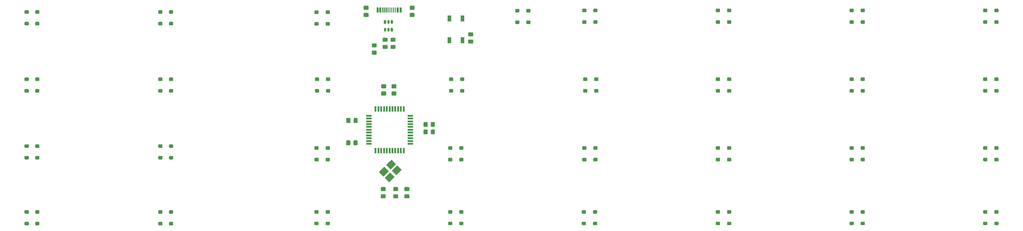
<source format=gbr>
G04 #@! TF.GenerationSoftware,KiCad,Pcbnew,(5.1.2-1)-1*
G04 #@! TF.CreationDate,2020-05-23T15:37:47-05:00*
G04 #@! TF.ProjectId,therick48.16SP,74686572-6963-46b3-9438-2e313653502e,rev?*
G04 #@! TF.SameCoordinates,Original*
G04 #@! TF.FileFunction,Paste,Bot*
G04 #@! TF.FilePolarity,Positive*
%FSLAX46Y46*%
G04 Gerber Fmt 4.6, Leading zero omitted, Abs format (unit mm)*
G04 Created by KiCad (PCBNEW (5.1.2-1)-1) date 2020-05-23 15:37:47*
%MOMM*%
%LPD*%
G04 APERTURE LIST*
%ADD10C,0.100000*%
%ADD11C,1.000000*%
%ADD12R,1.100000X1.800000*%
%ADD13C,0.650000*%
%ADD14R,0.650000X1.060000*%
%ADD15C,0.600000*%
%ADD16C,0.300000*%
%ADD17C,1.150000*%
%ADD18C,1.800000*%
%ADD19R,0.500000X1.500000*%
%ADD20R,1.500000X0.500000*%
G04 APERTURE END LIST*
D10*
G36*
X346214503Y-51374581D02*
G01*
X346238772Y-51378181D01*
X346262570Y-51384142D01*
X346285670Y-51392407D01*
X346307848Y-51402897D01*
X346328892Y-51415510D01*
X346348597Y-51430124D01*
X346366776Y-51446600D01*
X346383252Y-51464779D01*
X346397866Y-51484484D01*
X346410479Y-51505528D01*
X346420969Y-51527706D01*
X346429234Y-51550806D01*
X346435195Y-51574604D01*
X346438795Y-51598873D01*
X346439999Y-51623377D01*
X346439999Y-52123377D01*
X346438795Y-52147881D01*
X346435195Y-52172150D01*
X346429234Y-52195948D01*
X346420969Y-52219048D01*
X346410479Y-52241226D01*
X346397866Y-52262270D01*
X346383252Y-52281975D01*
X346366776Y-52300154D01*
X346348597Y-52316630D01*
X346328892Y-52331244D01*
X346307848Y-52343857D01*
X346285670Y-52354347D01*
X346262570Y-52362612D01*
X346238772Y-52368573D01*
X346214503Y-52372173D01*
X346189999Y-52373377D01*
X345489999Y-52373377D01*
X345465495Y-52372173D01*
X345441226Y-52368573D01*
X345417428Y-52362612D01*
X345394328Y-52354347D01*
X345372150Y-52343857D01*
X345351106Y-52331244D01*
X345331401Y-52316630D01*
X345313222Y-52300154D01*
X345296746Y-52281975D01*
X345282132Y-52262270D01*
X345269519Y-52241226D01*
X345259029Y-52219048D01*
X345250764Y-52195948D01*
X345244803Y-52172150D01*
X345241203Y-52147881D01*
X345239999Y-52123377D01*
X345239999Y-51623377D01*
X345241203Y-51598873D01*
X345244803Y-51574604D01*
X345250764Y-51550806D01*
X345259029Y-51527706D01*
X345269519Y-51505528D01*
X345282132Y-51484484D01*
X345296746Y-51464779D01*
X345313222Y-51446600D01*
X345331401Y-51430124D01*
X345351106Y-51415510D01*
X345372150Y-51402897D01*
X345394328Y-51392407D01*
X345417428Y-51384142D01*
X345441226Y-51378181D01*
X345465495Y-51374581D01*
X345489999Y-51373377D01*
X346189999Y-51373377D01*
X346214503Y-51374581D01*
X346214503Y-51374581D01*
G37*
D11*
X345839999Y-51873377D03*
D10*
G36*
X346214503Y-48074581D02*
G01*
X346238772Y-48078181D01*
X346262570Y-48084142D01*
X346285670Y-48092407D01*
X346307848Y-48102897D01*
X346328892Y-48115510D01*
X346348597Y-48130124D01*
X346366776Y-48146600D01*
X346383252Y-48164779D01*
X346397866Y-48184484D01*
X346410479Y-48205528D01*
X346420969Y-48227706D01*
X346429234Y-48250806D01*
X346435195Y-48274604D01*
X346438795Y-48298873D01*
X346439999Y-48323377D01*
X346439999Y-48823377D01*
X346438795Y-48847881D01*
X346435195Y-48872150D01*
X346429234Y-48895948D01*
X346420969Y-48919048D01*
X346410479Y-48941226D01*
X346397866Y-48962270D01*
X346383252Y-48981975D01*
X346366776Y-49000154D01*
X346348597Y-49016630D01*
X346328892Y-49031244D01*
X346307848Y-49043857D01*
X346285670Y-49054347D01*
X346262570Y-49062612D01*
X346238772Y-49068573D01*
X346214503Y-49072173D01*
X346189999Y-49073377D01*
X345489999Y-49073377D01*
X345465495Y-49072173D01*
X345441226Y-49068573D01*
X345417428Y-49062612D01*
X345394328Y-49054347D01*
X345372150Y-49043857D01*
X345351106Y-49031244D01*
X345331401Y-49016630D01*
X345313222Y-49000154D01*
X345296746Y-48981975D01*
X345282132Y-48962270D01*
X345269519Y-48941226D01*
X345259029Y-48919048D01*
X345250764Y-48895948D01*
X345244803Y-48872150D01*
X345241203Y-48847881D01*
X345239999Y-48823377D01*
X345239999Y-48323377D01*
X345241203Y-48298873D01*
X345244803Y-48274604D01*
X345250764Y-48250806D01*
X345259029Y-48227706D01*
X345269519Y-48205528D01*
X345282132Y-48184484D01*
X345296746Y-48164779D01*
X345313222Y-48146600D01*
X345331401Y-48130124D01*
X345351106Y-48115510D01*
X345372150Y-48102897D01*
X345394328Y-48092407D01*
X345417428Y-48084142D01*
X345441226Y-48078181D01*
X345465495Y-48074581D01*
X345489999Y-48073377D01*
X346189999Y-48073377D01*
X346214503Y-48074581D01*
X346214503Y-48074581D01*
G37*
D11*
X345839999Y-48573377D03*
D10*
G36*
X111714494Y-108689206D02*
G01*
X111738763Y-108692806D01*
X111762561Y-108698767D01*
X111785661Y-108707032D01*
X111807839Y-108717522D01*
X111828883Y-108730135D01*
X111848588Y-108744749D01*
X111866767Y-108761225D01*
X111883243Y-108779404D01*
X111897857Y-108799109D01*
X111910470Y-108820153D01*
X111920960Y-108842331D01*
X111929225Y-108865431D01*
X111935186Y-108889229D01*
X111938786Y-108913498D01*
X111939990Y-108938002D01*
X111939990Y-109438002D01*
X111938786Y-109462506D01*
X111935186Y-109486775D01*
X111929225Y-109510573D01*
X111920960Y-109533673D01*
X111910470Y-109555851D01*
X111897857Y-109576895D01*
X111883243Y-109596600D01*
X111866767Y-109614779D01*
X111848588Y-109631255D01*
X111828883Y-109645869D01*
X111807839Y-109658482D01*
X111785661Y-109668972D01*
X111762561Y-109677237D01*
X111738763Y-109683198D01*
X111714494Y-109686798D01*
X111689990Y-109688002D01*
X110989990Y-109688002D01*
X110965486Y-109686798D01*
X110941217Y-109683198D01*
X110917419Y-109677237D01*
X110894319Y-109668972D01*
X110872141Y-109658482D01*
X110851097Y-109645869D01*
X110831392Y-109631255D01*
X110813213Y-109614779D01*
X110796737Y-109596600D01*
X110782123Y-109576895D01*
X110769510Y-109555851D01*
X110759020Y-109533673D01*
X110750755Y-109510573D01*
X110744794Y-109486775D01*
X110741194Y-109462506D01*
X110739990Y-109438002D01*
X110739990Y-108938002D01*
X110741194Y-108913498D01*
X110744794Y-108889229D01*
X110750755Y-108865431D01*
X110759020Y-108842331D01*
X110769510Y-108820153D01*
X110782123Y-108799109D01*
X110796737Y-108779404D01*
X110813213Y-108761225D01*
X110831392Y-108744749D01*
X110851097Y-108730135D01*
X110872141Y-108717522D01*
X110894319Y-108707032D01*
X110917419Y-108698767D01*
X110941217Y-108692806D01*
X110965486Y-108689206D01*
X110989990Y-108688002D01*
X111689990Y-108688002D01*
X111714494Y-108689206D01*
X111714494Y-108689206D01*
G37*
D11*
X111339990Y-109188002D03*
D10*
G36*
X111714494Y-105389206D02*
G01*
X111738763Y-105392806D01*
X111762561Y-105398767D01*
X111785661Y-105407032D01*
X111807839Y-105417522D01*
X111828883Y-105430135D01*
X111848588Y-105444749D01*
X111866767Y-105461225D01*
X111883243Y-105479404D01*
X111897857Y-105499109D01*
X111910470Y-105520153D01*
X111920960Y-105542331D01*
X111929225Y-105565431D01*
X111935186Y-105589229D01*
X111938786Y-105613498D01*
X111939990Y-105638002D01*
X111939990Y-106138002D01*
X111938786Y-106162506D01*
X111935186Y-106186775D01*
X111929225Y-106210573D01*
X111920960Y-106233673D01*
X111910470Y-106255851D01*
X111897857Y-106276895D01*
X111883243Y-106296600D01*
X111866767Y-106314779D01*
X111848588Y-106331255D01*
X111828883Y-106345869D01*
X111807839Y-106358482D01*
X111785661Y-106368972D01*
X111762561Y-106377237D01*
X111738763Y-106383198D01*
X111714494Y-106386798D01*
X111689990Y-106388002D01*
X110989990Y-106388002D01*
X110965486Y-106386798D01*
X110941217Y-106383198D01*
X110917419Y-106377237D01*
X110894319Y-106368972D01*
X110872141Y-106358482D01*
X110851097Y-106345869D01*
X110831392Y-106331255D01*
X110813213Y-106314779D01*
X110796737Y-106296600D01*
X110782123Y-106276895D01*
X110769510Y-106255851D01*
X110759020Y-106233673D01*
X110750755Y-106210573D01*
X110744794Y-106186775D01*
X110741194Y-106162506D01*
X110739990Y-106138002D01*
X110739990Y-105638002D01*
X110741194Y-105613498D01*
X110744794Y-105589229D01*
X110750755Y-105565431D01*
X110759020Y-105542331D01*
X110769510Y-105520153D01*
X110782123Y-105499109D01*
X110796737Y-105479404D01*
X110813213Y-105461225D01*
X110831392Y-105444749D01*
X110851097Y-105430135D01*
X110872141Y-105417522D01*
X110894319Y-105407032D01*
X110917419Y-105398767D01*
X110941217Y-105392806D01*
X110965486Y-105389206D01*
X110989990Y-105388002D01*
X111689990Y-105388002D01*
X111714494Y-105389206D01*
X111714494Y-105389206D01*
G37*
D11*
X111339990Y-105888002D03*
D10*
G36*
X108674494Y-108689206D02*
G01*
X108698763Y-108692806D01*
X108722561Y-108698767D01*
X108745661Y-108707032D01*
X108767839Y-108717522D01*
X108788883Y-108730135D01*
X108808588Y-108744749D01*
X108826767Y-108761225D01*
X108843243Y-108779404D01*
X108857857Y-108799109D01*
X108870470Y-108820153D01*
X108880960Y-108842331D01*
X108889225Y-108865431D01*
X108895186Y-108889229D01*
X108898786Y-108913498D01*
X108899990Y-108938002D01*
X108899990Y-109438002D01*
X108898786Y-109462506D01*
X108895186Y-109486775D01*
X108889225Y-109510573D01*
X108880960Y-109533673D01*
X108870470Y-109555851D01*
X108857857Y-109576895D01*
X108843243Y-109596600D01*
X108826767Y-109614779D01*
X108808588Y-109631255D01*
X108788883Y-109645869D01*
X108767839Y-109658482D01*
X108745661Y-109668972D01*
X108722561Y-109677237D01*
X108698763Y-109683198D01*
X108674494Y-109686798D01*
X108649990Y-109688002D01*
X107949990Y-109688002D01*
X107925486Y-109686798D01*
X107901217Y-109683198D01*
X107877419Y-109677237D01*
X107854319Y-109668972D01*
X107832141Y-109658482D01*
X107811097Y-109645869D01*
X107791392Y-109631255D01*
X107773213Y-109614779D01*
X107756737Y-109596600D01*
X107742123Y-109576895D01*
X107729510Y-109555851D01*
X107719020Y-109533673D01*
X107710755Y-109510573D01*
X107704794Y-109486775D01*
X107701194Y-109462506D01*
X107699990Y-109438002D01*
X107699990Y-108938002D01*
X107701194Y-108913498D01*
X107704794Y-108889229D01*
X107710755Y-108865431D01*
X107719020Y-108842331D01*
X107729510Y-108820153D01*
X107742123Y-108799109D01*
X107756737Y-108779404D01*
X107773213Y-108761225D01*
X107791392Y-108744749D01*
X107811097Y-108730135D01*
X107832141Y-108717522D01*
X107854319Y-108707032D01*
X107877419Y-108698767D01*
X107901217Y-108692806D01*
X107925486Y-108689206D01*
X107949990Y-108688002D01*
X108649990Y-108688002D01*
X108674494Y-108689206D01*
X108674494Y-108689206D01*
G37*
D11*
X108299990Y-109188002D03*
D10*
G36*
X108674494Y-105389206D02*
G01*
X108698763Y-105392806D01*
X108722561Y-105398767D01*
X108745661Y-105407032D01*
X108767839Y-105417522D01*
X108788883Y-105430135D01*
X108808588Y-105444749D01*
X108826767Y-105461225D01*
X108843243Y-105479404D01*
X108857857Y-105499109D01*
X108870470Y-105520153D01*
X108880960Y-105542331D01*
X108889225Y-105565431D01*
X108895186Y-105589229D01*
X108898786Y-105613498D01*
X108899990Y-105638002D01*
X108899990Y-106138002D01*
X108898786Y-106162506D01*
X108895186Y-106186775D01*
X108889225Y-106210573D01*
X108880960Y-106233673D01*
X108870470Y-106255851D01*
X108857857Y-106276895D01*
X108843243Y-106296600D01*
X108826767Y-106314779D01*
X108808588Y-106331255D01*
X108788883Y-106345869D01*
X108767839Y-106358482D01*
X108745661Y-106368972D01*
X108722561Y-106377237D01*
X108698763Y-106383198D01*
X108674494Y-106386798D01*
X108649990Y-106388002D01*
X107949990Y-106388002D01*
X107925486Y-106386798D01*
X107901217Y-106383198D01*
X107877419Y-106377237D01*
X107854319Y-106368972D01*
X107832141Y-106358482D01*
X107811097Y-106345869D01*
X107791392Y-106331255D01*
X107773213Y-106314779D01*
X107756737Y-106296600D01*
X107742123Y-106276895D01*
X107729510Y-106255851D01*
X107719020Y-106233673D01*
X107710755Y-106210573D01*
X107704794Y-106186775D01*
X107701194Y-106162506D01*
X107699990Y-106138002D01*
X107699990Y-105638002D01*
X107701194Y-105613498D01*
X107704794Y-105589229D01*
X107710755Y-105565431D01*
X107719020Y-105542331D01*
X107729510Y-105520153D01*
X107742123Y-105499109D01*
X107756737Y-105479404D01*
X107773213Y-105461225D01*
X107791392Y-105444749D01*
X107811097Y-105430135D01*
X107832141Y-105417522D01*
X107854319Y-105407032D01*
X107877419Y-105398767D01*
X107901217Y-105392806D01*
X107925486Y-105389206D01*
X107949990Y-105388002D01*
X108649990Y-105388002D01*
X108674494Y-105389206D01*
X108674494Y-105389206D01*
G37*
D11*
X108299990Y-105888002D03*
D10*
G36*
X73714494Y-108689206D02*
G01*
X73738763Y-108692806D01*
X73762561Y-108698767D01*
X73785661Y-108707032D01*
X73807839Y-108717522D01*
X73828883Y-108730135D01*
X73848588Y-108744749D01*
X73866767Y-108761225D01*
X73883243Y-108779404D01*
X73897857Y-108799109D01*
X73910470Y-108820153D01*
X73920960Y-108842331D01*
X73929225Y-108865431D01*
X73935186Y-108889229D01*
X73938786Y-108913498D01*
X73939990Y-108938002D01*
X73939990Y-109438002D01*
X73938786Y-109462506D01*
X73935186Y-109486775D01*
X73929225Y-109510573D01*
X73920960Y-109533673D01*
X73910470Y-109555851D01*
X73897857Y-109576895D01*
X73883243Y-109596600D01*
X73866767Y-109614779D01*
X73848588Y-109631255D01*
X73828883Y-109645869D01*
X73807839Y-109658482D01*
X73785661Y-109668972D01*
X73762561Y-109677237D01*
X73738763Y-109683198D01*
X73714494Y-109686798D01*
X73689990Y-109688002D01*
X72989990Y-109688002D01*
X72965486Y-109686798D01*
X72941217Y-109683198D01*
X72917419Y-109677237D01*
X72894319Y-109668972D01*
X72872141Y-109658482D01*
X72851097Y-109645869D01*
X72831392Y-109631255D01*
X72813213Y-109614779D01*
X72796737Y-109596600D01*
X72782123Y-109576895D01*
X72769510Y-109555851D01*
X72759020Y-109533673D01*
X72750755Y-109510573D01*
X72744794Y-109486775D01*
X72741194Y-109462506D01*
X72739990Y-109438002D01*
X72739990Y-108938002D01*
X72741194Y-108913498D01*
X72744794Y-108889229D01*
X72750755Y-108865431D01*
X72759020Y-108842331D01*
X72769510Y-108820153D01*
X72782123Y-108799109D01*
X72796737Y-108779404D01*
X72813213Y-108761225D01*
X72831392Y-108744749D01*
X72851097Y-108730135D01*
X72872141Y-108717522D01*
X72894319Y-108707032D01*
X72917419Y-108698767D01*
X72941217Y-108692806D01*
X72965486Y-108689206D01*
X72989990Y-108688002D01*
X73689990Y-108688002D01*
X73714494Y-108689206D01*
X73714494Y-108689206D01*
G37*
D11*
X73339990Y-109188002D03*
D10*
G36*
X73714494Y-105389206D02*
G01*
X73738763Y-105392806D01*
X73762561Y-105398767D01*
X73785661Y-105407032D01*
X73807839Y-105417522D01*
X73828883Y-105430135D01*
X73848588Y-105444749D01*
X73866767Y-105461225D01*
X73883243Y-105479404D01*
X73897857Y-105499109D01*
X73910470Y-105520153D01*
X73920960Y-105542331D01*
X73929225Y-105565431D01*
X73935186Y-105589229D01*
X73938786Y-105613498D01*
X73939990Y-105638002D01*
X73939990Y-106138002D01*
X73938786Y-106162506D01*
X73935186Y-106186775D01*
X73929225Y-106210573D01*
X73920960Y-106233673D01*
X73910470Y-106255851D01*
X73897857Y-106276895D01*
X73883243Y-106296600D01*
X73866767Y-106314779D01*
X73848588Y-106331255D01*
X73828883Y-106345869D01*
X73807839Y-106358482D01*
X73785661Y-106368972D01*
X73762561Y-106377237D01*
X73738763Y-106383198D01*
X73714494Y-106386798D01*
X73689990Y-106388002D01*
X72989990Y-106388002D01*
X72965486Y-106386798D01*
X72941217Y-106383198D01*
X72917419Y-106377237D01*
X72894319Y-106368972D01*
X72872141Y-106358482D01*
X72851097Y-106345869D01*
X72831392Y-106331255D01*
X72813213Y-106314779D01*
X72796737Y-106296600D01*
X72782123Y-106276895D01*
X72769510Y-106255851D01*
X72759020Y-106233673D01*
X72750755Y-106210573D01*
X72744794Y-106186775D01*
X72741194Y-106162506D01*
X72739990Y-106138002D01*
X72739990Y-105638002D01*
X72741194Y-105613498D01*
X72744794Y-105589229D01*
X72750755Y-105565431D01*
X72759020Y-105542331D01*
X72769510Y-105520153D01*
X72782123Y-105499109D01*
X72796737Y-105479404D01*
X72813213Y-105461225D01*
X72831392Y-105444749D01*
X72851097Y-105430135D01*
X72872141Y-105417522D01*
X72894319Y-105407032D01*
X72917419Y-105398767D01*
X72941217Y-105392806D01*
X72965486Y-105389206D01*
X72989990Y-105388002D01*
X73689990Y-105388002D01*
X73714494Y-105389206D01*
X73714494Y-105389206D01*
G37*
D11*
X73339990Y-105888002D03*
D10*
G36*
X70674494Y-108689206D02*
G01*
X70698763Y-108692806D01*
X70722561Y-108698767D01*
X70745661Y-108707032D01*
X70767839Y-108717522D01*
X70788883Y-108730135D01*
X70808588Y-108744749D01*
X70826767Y-108761225D01*
X70843243Y-108779404D01*
X70857857Y-108799109D01*
X70870470Y-108820153D01*
X70880960Y-108842331D01*
X70889225Y-108865431D01*
X70895186Y-108889229D01*
X70898786Y-108913498D01*
X70899990Y-108938002D01*
X70899990Y-109438002D01*
X70898786Y-109462506D01*
X70895186Y-109486775D01*
X70889225Y-109510573D01*
X70880960Y-109533673D01*
X70870470Y-109555851D01*
X70857857Y-109576895D01*
X70843243Y-109596600D01*
X70826767Y-109614779D01*
X70808588Y-109631255D01*
X70788883Y-109645869D01*
X70767839Y-109658482D01*
X70745661Y-109668972D01*
X70722561Y-109677237D01*
X70698763Y-109683198D01*
X70674494Y-109686798D01*
X70649990Y-109688002D01*
X69949990Y-109688002D01*
X69925486Y-109686798D01*
X69901217Y-109683198D01*
X69877419Y-109677237D01*
X69854319Y-109668972D01*
X69832141Y-109658482D01*
X69811097Y-109645869D01*
X69791392Y-109631255D01*
X69773213Y-109614779D01*
X69756737Y-109596600D01*
X69742123Y-109576895D01*
X69729510Y-109555851D01*
X69719020Y-109533673D01*
X69710755Y-109510573D01*
X69704794Y-109486775D01*
X69701194Y-109462506D01*
X69699990Y-109438002D01*
X69699990Y-108938002D01*
X69701194Y-108913498D01*
X69704794Y-108889229D01*
X69710755Y-108865431D01*
X69719020Y-108842331D01*
X69729510Y-108820153D01*
X69742123Y-108799109D01*
X69756737Y-108779404D01*
X69773213Y-108761225D01*
X69791392Y-108744749D01*
X69811097Y-108730135D01*
X69832141Y-108717522D01*
X69854319Y-108707032D01*
X69877419Y-108698767D01*
X69901217Y-108692806D01*
X69925486Y-108689206D01*
X69949990Y-108688002D01*
X70649990Y-108688002D01*
X70674494Y-108689206D01*
X70674494Y-108689206D01*
G37*
D11*
X70299990Y-109188002D03*
D10*
G36*
X70674494Y-105389206D02*
G01*
X70698763Y-105392806D01*
X70722561Y-105398767D01*
X70745661Y-105407032D01*
X70767839Y-105417522D01*
X70788883Y-105430135D01*
X70808588Y-105444749D01*
X70826767Y-105461225D01*
X70843243Y-105479404D01*
X70857857Y-105499109D01*
X70870470Y-105520153D01*
X70880960Y-105542331D01*
X70889225Y-105565431D01*
X70895186Y-105589229D01*
X70898786Y-105613498D01*
X70899990Y-105638002D01*
X70899990Y-106138002D01*
X70898786Y-106162506D01*
X70895186Y-106186775D01*
X70889225Y-106210573D01*
X70880960Y-106233673D01*
X70870470Y-106255851D01*
X70857857Y-106276895D01*
X70843243Y-106296600D01*
X70826767Y-106314779D01*
X70808588Y-106331255D01*
X70788883Y-106345869D01*
X70767839Y-106358482D01*
X70745661Y-106368972D01*
X70722561Y-106377237D01*
X70698763Y-106383198D01*
X70674494Y-106386798D01*
X70649990Y-106388002D01*
X69949990Y-106388002D01*
X69925486Y-106386798D01*
X69901217Y-106383198D01*
X69877419Y-106377237D01*
X69854319Y-106368972D01*
X69832141Y-106358482D01*
X69811097Y-106345869D01*
X69791392Y-106331255D01*
X69773213Y-106314779D01*
X69756737Y-106296600D01*
X69742123Y-106276895D01*
X69729510Y-106255851D01*
X69719020Y-106233673D01*
X69710755Y-106210573D01*
X69704794Y-106186775D01*
X69701194Y-106162506D01*
X69699990Y-106138002D01*
X69699990Y-105638002D01*
X69701194Y-105613498D01*
X69704794Y-105589229D01*
X69710755Y-105565431D01*
X69719020Y-105542331D01*
X69729510Y-105520153D01*
X69742123Y-105499109D01*
X69756737Y-105479404D01*
X69773213Y-105461225D01*
X69791392Y-105444749D01*
X69811097Y-105430135D01*
X69832141Y-105417522D01*
X69854319Y-105407032D01*
X69877419Y-105398767D01*
X69901217Y-105392806D01*
X69925486Y-105389206D01*
X69949990Y-105388002D01*
X70649990Y-105388002D01*
X70674494Y-105389206D01*
X70674494Y-105389206D01*
G37*
D11*
X70299990Y-105888002D03*
D10*
G36*
X111714494Y-89944206D02*
G01*
X111738763Y-89947806D01*
X111762561Y-89953767D01*
X111785661Y-89962032D01*
X111807839Y-89972522D01*
X111828883Y-89985135D01*
X111848588Y-89999749D01*
X111866767Y-90016225D01*
X111883243Y-90034404D01*
X111897857Y-90054109D01*
X111910470Y-90075153D01*
X111920960Y-90097331D01*
X111929225Y-90120431D01*
X111935186Y-90144229D01*
X111938786Y-90168498D01*
X111939990Y-90193002D01*
X111939990Y-90693002D01*
X111938786Y-90717506D01*
X111935186Y-90741775D01*
X111929225Y-90765573D01*
X111920960Y-90788673D01*
X111910470Y-90810851D01*
X111897857Y-90831895D01*
X111883243Y-90851600D01*
X111866767Y-90869779D01*
X111848588Y-90886255D01*
X111828883Y-90900869D01*
X111807839Y-90913482D01*
X111785661Y-90923972D01*
X111762561Y-90932237D01*
X111738763Y-90938198D01*
X111714494Y-90941798D01*
X111689990Y-90943002D01*
X110989990Y-90943002D01*
X110965486Y-90941798D01*
X110941217Y-90938198D01*
X110917419Y-90932237D01*
X110894319Y-90923972D01*
X110872141Y-90913482D01*
X110851097Y-90900869D01*
X110831392Y-90886255D01*
X110813213Y-90869779D01*
X110796737Y-90851600D01*
X110782123Y-90831895D01*
X110769510Y-90810851D01*
X110759020Y-90788673D01*
X110750755Y-90765573D01*
X110744794Y-90741775D01*
X110741194Y-90717506D01*
X110739990Y-90693002D01*
X110739990Y-90193002D01*
X110741194Y-90168498D01*
X110744794Y-90144229D01*
X110750755Y-90120431D01*
X110759020Y-90097331D01*
X110769510Y-90075153D01*
X110782123Y-90054109D01*
X110796737Y-90034404D01*
X110813213Y-90016225D01*
X110831392Y-89999749D01*
X110851097Y-89985135D01*
X110872141Y-89972522D01*
X110894319Y-89962032D01*
X110917419Y-89953767D01*
X110941217Y-89947806D01*
X110965486Y-89944206D01*
X110989990Y-89943002D01*
X111689990Y-89943002D01*
X111714494Y-89944206D01*
X111714494Y-89944206D01*
G37*
D11*
X111339990Y-90443002D03*
D10*
G36*
X111714494Y-86644206D02*
G01*
X111738763Y-86647806D01*
X111762561Y-86653767D01*
X111785661Y-86662032D01*
X111807839Y-86672522D01*
X111828883Y-86685135D01*
X111848588Y-86699749D01*
X111866767Y-86716225D01*
X111883243Y-86734404D01*
X111897857Y-86754109D01*
X111910470Y-86775153D01*
X111920960Y-86797331D01*
X111929225Y-86820431D01*
X111935186Y-86844229D01*
X111938786Y-86868498D01*
X111939990Y-86893002D01*
X111939990Y-87393002D01*
X111938786Y-87417506D01*
X111935186Y-87441775D01*
X111929225Y-87465573D01*
X111920960Y-87488673D01*
X111910470Y-87510851D01*
X111897857Y-87531895D01*
X111883243Y-87551600D01*
X111866767Y-87569779D01*
X111848588Y-87586255D01*
X111828883Y-87600869D01*
X111807839Y-87613482D01*
X111785661Y-87623972D01*
X111762561Y-87632237D01*
X111738763Y-87638198D01*
X111714494Y-87641798D01*
X111689990Y-87643002D01*
X110989990Y-87643002D01*
X110965486Y-87641798D01*
X110941217Y-87638198D01*
X110917419Y-87632237D01*
X110894319Y-87623972D01*
X110872141Y-87613482D01*
X110851097Y-87600869D01*
X110831392Y-87586255D01*
X110813213Y-87569779D01*
X110796737Y-87551600D01*
X110782123Y-87531895D01*
X110769510Y-87510851D01*
X110759020Y-87488673D01*
X110750755Y-87465573D01*
X110744794Y-87441775D01*
X110741194Y-87417506D01*
X110739990Y-87393002D01*
X110739990Y-86893002D01*
X110741194Y-86868498D01*
X110744794Y-86844229D01*
X110750755Y-86820431D01*
X110759020Y-86797331D01*
X110769510Y-86775153D01*
X110782123Y-86754109D01*
X110796737Y-86734404D01*
X110813213Y-86716225D01*
X110831392Y-86699749D01*
X110851097Y-86685135D01*
X110872141Y-86672522D01*
X110894319Y-86662032D01*
X110917419Y-86653767D01*
X110941217Y-86647806D01*
X110965486Y-86644206D01*
X110989990Y-86643002D01*
X111689990Y-86643002D01*
X111714494Y-86644206D01*
X111714494Y-86644206D01*
G37*
D11*
X111339990Y-87143002D03*
D10*
G36*
X108674494Y-89944206D02*
G01*
X108698763Y-89947806D01*
X108722561Y-89953767D01*
X108745661Y-89962032D01*
X108767839Y-89972522D01*
X108788883Y-89985135D01*
X108808588Y-89999749D01*
X108826767Y-90016225D01*
X108843243Y-90034404D01*
X108857857Y-90054109D01*
X108870470Y-90075153D01*
X108880960Y-90097331D01*
X108889225Y-90120431D01*
X108895186Y-90144229D01*
X108898786Y-90168498D01*
X108899990Y-90193002D01*
X108899990Y-90693002D01*
X108898786Y-90717506D01*
X108895186Y-90741775D01*
X108889225Y-90765573D01*
X108880960Y-90788673D01*
X108870470Y-90810851D01*
X108857857Y-90831895D01*
X108843243Y-90851600D01*
X108826767Y-90869779D01*
X108808588Y-90886255D01*
X108788883Y-90900869D01*
X108767839Y-90913482D01*
X108745661Y-90923972D01*
X108722561Y-90932237D01*
X108698763Y-90938198D01*
X108674494Y-90941798D01*
X108649990Y-90943002D01*
X107949990Y-90943002D01*
X107925486Y-90941798D01*
X107901217Y-90938198D01*
X107877419Y-90932237D01*
X107854319Y-90923972D01*
X107832141Y-90913482D01*
X107811097Y-90900869D01*
X107791392Y-90886255D01*
X107773213Y-90869779D01*
X107756737Y-90851600D01*
X107742123Y-90831895D01*
X107729510Y-90810851D01*
X107719020Y-90788673D01*
X107710755Y-90765573D01*
X107704794Y-90741775D01*
X107701194Y-90717506D01*
X107699990Y-90693002D01*
X107699990Y-90193002D01*
X107701194Y-90168498D01*
X107704794Y-90144229D01*
X107710755Y-90120431D01*
X107719020Y-90097331D01*
X107729510Y-90075153D01*
X107742123Y-90054109D01*
X107756737Y-90034404D01*
X107773213Y-90016225D01*
X107791392Y-89999749D01*
X107811097Y-89985135D01*
X107832141Y-89972522D01*
X107854319Y-89962032D01*
X107877419Y-89953767D01*
X107901217Y-89947806D01*
X107925486Y-89944206D01*
X107949990Y-89943002D01*
X108649990Y-89943002D01*
X108674494Y-89944206D01*
X108674494Y-89944206D01*
G37*
D11*
X108299990Y-90443002D03*
D10*
G36*
X108674494Y-86644206D02*
G01*
X108698763Y-86647806D01*
X108722561Y-86653767D01*
X108745661Y-86662032D01*
X108767839Y-86672522D01*
X108788883Y-86685135D01*
X108808588Y-86699749D01*
X108826767Y-86716225D01*
X108843243Y-86734404D01*
X108857857Y-86754109D01*
X108870470Y-86775153D01*
X108880960Y-86797331D01*
X108889225Y-86820431D01*
X108895186Y-86844229D01*
X108898786Y-86868498D01*
X108899990Y-86893002D01*
X108899990Y-87393002D01*
X108898786Y-87417506D01*
X108895186Y-87441775D01*
X108889225Y-87465573D01*
X108880960Y-87488673D01*
X108870470Y-87510851D01*
X108857857Y-87531895D01*
X108843243Y-87551600D01*
X108826767Y-87569779D01*
X108808588Y-87586255D01*
X108788883Y-87600869D01*
X108767839Y-87613482D01*
X108745661Y-87623972D01*
X108722561Y-87632237D01*
X108698763Y-87638198D01*
X108674494Y-87641798D01*
X108649990Y-87643002D01*
X107949990Y-87643002D01*
X107925486Y-87641798D01*
X107901217Y-87638198D01*
X107877419Y-87632237D01*
X107854319Y-87623972D01*
X107832141Y-87613482D01*
X107811097Y-87600869D01*
X107791392Y-87586255D01*
X107773213Y-87569779D01*
X107756737Y-87551600D01*
X107742123Y-87531895D01*
X107729510Y-87510851D01*
X107719020Y-87488673D01*
X107710755Y-87465573D01*
X107704794Y-87441775D01*
X107701194Y-87417506D01*
X107699990Y-87393002D01*
X107699990Y-86893002D01*
X107701194Y-86868498D01*
X107704794Y-86844229D01*
X107710755Y-86820431D01*
X107719020Y-86797331D01*
X107729510Y-86775153D01*
X107742123Y-86754109D01*
X107756737Y-86734404D01*
X107773213Y-86716225D01*
X107791392Y-86699749D01*
X107811097Y-86685135D01*
X107832141Y-86672522D01*
X107854319Y-86662032D01*
X107877419Y-86653767D01*
X107901217Y-86647806D01*
X107925486Y-86644206D01*
X107949990Y-86643002D01*
X108649990Y-86643002D01*
X108674494Y-86644206D01*
X108674494Y-86644206D01*
G37*
D11*
X108299990Y-87143002D03*
D10*
G36*
X73714494Y-89944206D02*
G01*
X73738763Y-89947806D01*
X73762561Y-89953767D01*
X73785661Y-89962032D01*
X73807839Y-89972522D01*
X73828883Y-89985135D01*
X73848588Y-89999749D01*
X73866767Y-90016225D01*
X73883243Y-90034404D01*
X73897857Y-90054109D01*
X73910470Y-90075153D01*
X73920960Y-90097331D01*
X73929225Y-90120431D01*
X73935186Y-90144229D01*
X73938786Y-90168498D01*
X73939990Y-90193002D01*
X73939990Y-90693002D01*
X73938786Y-90717506D01*
X73935186Y-90741775D01*
X73929225Y-90765573D01*
X73920960Y-90788673D01*
X73910470Y-90810851D01*
X73897857Y-90831895D01*
X73883243Y-90851600D01*
X73866767Y-90869779D01*
X73848588Y-90886255D01*
X73828883Y-90900869D01*
X73807839Y-90913482D01*
X73785661Y-90923972D01*
X73762561Y-90932237D01*
X73738763Y-90938198D01*
X73714494Y-90941798D01*
X73689990Y-90943002D01*
X72989990Y-90943002D01*
X72965486Y-90941798D01*
X72941217Y-90938198D01*
X72917419Y-90932237D01*
X72894319Y-90923972D01*
X72872141Y-90913482D01*
X72851097Y-90900869D01*
X72831392Y-90886255D01*
X72813213Y-90869779D01*
X72796737Y-90851600D01*
X72782123Y-90831895D01*
X72769510Y-90810851D01*
X72759020Y-90788673D01*
X72750755Y-90765573D01*
X72744794Y-90741775D01*
X72741194Y-90717506D01*
X72739990Y-90693002D01*
X72739990Y-90193002D01*
X72741194Y-90168498D01*
X72744794Y-90144229D01*
X72750755Y-90120431D01*
X72759020Y-90097331D01*
X72769510Y-90075153D01*
X72782123Y-90054109D01*
X72796737Y-90034404D01*
X72813213Y-90016225D01*
X72831392Y-89999749D01*
X72851097Y-89985135D01*
X72872141Y-89972522D01*
X72894319Y-89962032D01*
X72917419Y-89953767D01*
X72941217Y-89947806D01*
X72965486Y-89944206D01*
X72989990Y-89943002D01*
X73689990Y-89943002D01*
X73714494Y-89944206D01*
X73714494Y-89944206D01*
G37*
D11*
X73339990Y-90443002D03*
D10*
G36*
X73714494Y-86644206D02*
G01*
X73738763Y-86647806D01*
X73762561Y-86653767D01*
X73785661Y-86662032D01*
X73807839Y-86672522D01*
X73828883Y-86685135D01*
X73848588Y-86699749D01*
X73866767Y-86716225D01*
X73883243Y-86734404D01*
X73897857Y-86754109D01*
X73910470Y-86775153D01*
X73920960Y-86797331D01*
X73929225Y-86820431D01*
X73935186Y-86844229D01*
X73938786Y-86868498D01*
X73939990Y-86893002D01*
X73939990Y-87393002D01*
X73938786Y-87417506D01*
X73935186Y-87441775D01*
X73929225Y-87465573D01*
X73920960Y-87488673D01*
X73910470Y-87510851D01*
X73897857Y-87531895D01*
X73883243Y-87551600D01*
X73866767Y-87569779D01*
X73848588Y-87586255D01*
X73828883Y-87600869D01*
X73807839Y-87613482D01*
X73785661Y-87623972D01*
X73762561Y-87632237D01*
X73738763Y-87638198D01*
X73714494Y-87641798D01*
X73689990Y-87643002D01*
X72989990Y-87643002D01*
X72965486Y-87641798D01*
X72941217Y-87638198D01*
X72917419Y-87632237D01*
X72894319Y-87623972D01*
X72872141Y-87613482D01*
X72851097Y-87600869D01*
X72831392Y-87586255D01*
X72813213Y-87569779D01*
X72796737Y-87551600D01*
X72782123Y-87531895D01*
X72769510Y-87510851D01*
X72759020Y-87488673D01*
X72750755Y-87465573D01*
X72744794Y-87441775D01*
X72741194Y-87417506D01*
X72739990Y-87393002D01*
X72739990Y-86893002D01*
X72741194Y-86868498D01*
X72744794Y-86844229D01*
X72750755Y-86820431D01*
X72759020Y-86797331D01*
X72769510Y-86775153D01*
X72782123Y-86754109D01*
X72796737Y-86734404D01*
X72813213Y-86716225D01*
X72831392Y-86699749D01*
X72851097Y-86685135D01*
X72872141Y-86672522D01*
X72894319Y-86662032D01*
X72917419Y-86653767D01*
X72941217Y-86647806D01*
X72965486Y-86644206D01*
X72989990Y-86643002D01*
X73689990Y-86643002D01*
X73714494Y-86644206D01*
X73714494Y-86644206D01*
G37*
D11*
X73339990Y-87143002D03*
D10*
G36*
X70674494Y-89944206D02*
G01*
X70698763Y-89947806D01*
X70722561Y-89953767D01*
X70745661Y-89962032D01*
X70767839Y-89972522D01*
X70788883Y-89985135D01*
X70808588Y-89999749D01*
X70826767Y-90016225D01*
X70843243Y-90034404D01*
X70857857Y-90054109D01*
X70870470Y-90075153D01*
X70880960Y-90097331D01*
X70889225Y-90120431D01*
X70895186Y-90144229D01*
X70898786Y-90168498D01*
X70899990Y-90193002D01*
X70899990Y-90693002D01*
X70898786Y-90717506D01*
X70895186Y-90741775D01*
X70889225Y-90765573D01*
X70880960Y-90788673D01*
X70870470Y-90810851D01*
X70857857Y-90831895D01*
X70843243Y-90851600D01*
X70826767Y-90869779D01*
X70808588Y-90886255D01*
X70788883Y-90900869D01*
X70767839Y-90913482D01*
X70745661Y-90923972D01*
X70722561Y-90932237D01*
X70698763Y-90938198D01*
X70674494Y-90941798D01*
X70649990Y-90943002D01*
X69949990Y-90943002D01*
X69925486Y-90941798D01*
X69901217Y-90938198D01*
X69877419Y-90932237D01*
X69854319Y-90923972D01*
X69832141Y-90913482D01*
X69811097Y-90900869D01*
X69791392Y-90886255D01*
X69773213Y-90869779D01*
X69756737Y-90851600D01*
X69742123Y-90831895D01*
X69729510Y-90810851D01*
X69719020Y-90788673D01*
X69710755Y-90765573D01*
X69704794Y-90741775D01*
X69701194Y-90717506D01*
X69699990Y-90693002D01*
X69699990Y-90193002D01*
X69701194Y-90168498D01*
X69704794Y-90144229D01*
X69710755Y-90120431D01*
X69719020Y-90097331D01*
X69729510Y-90075153D01*
X69742123Y-90054109D01*
X69756737Y-90034404D01*
X69773213Y-90016225D01*
X69791392Y-89999749D01*
X69811097Y-89985135D01*
X69832141Y-89972522D01*
X69854319Y-89962032D01*
X69877419Y-89953767D01*
X69901217Y-89947806D01*
X69925486Y-89944206D01*
X69949990Y-89943002D01*
X70649990Y-89943002D01*
X70674494Y-89944206D01*
X70674494Y-89944206D01*
G37*
D11*
X70299990Y-90443002D03*
D10*
G36*
X70674494Y-86644206D02*
G01*
X70698763Y-86647806D01*
X70722561Y-86653767D01*
X70745661Y-86662032D01*
X70767839Y-86672522D01*
X70788883Y-86685135D01*
X70808588Y-86699749D01*
X70826767Y-86716225D01*
X70843243Y-86734404D01*
X70857857Y-86754109D01*
X70870470Y-86775153D01*
X70880960Y-86797331D01*
X70889225Y-86820431D01*
X70895186Y-86844229D01*
X70898786Y-86868498D01*
X70899990Y-86893002D01*
X70899990Y-87393002D01*
X70898786Y-87417506D01*
X70895186Y-87441775D01*
X70889225Y-87465573D01*
X70880960Y-87488673D01*
X70870470Y-87510851D01*
X70857857Y-87531895D01*
X70843243Y-87551600D01*
X70826767Y-87569779D01*
X70808588Y-87586255D01*
X70788883Y-87600869D01*
X70767839Y-87613482D01*
X70745661Y-87623972D01*
X70722561Y-87632237D01*
X70698763Y-87638198D01*
X70674494Y-87641798D01*
X70649990Y-87643002D01*
X69949990Y-87643002D01*
X69925486Y-87641798D01*
X69901217Y-87638198D01*
X69877419Y-87632237D01*
X69854319Y-87623972D01*
X69832141Y-87613482D01*
X69811097Y-87600869D01*
X69791392Y-87586255D01*
X69773213Y-87569779D01*
X69756737Y-87551600D01*
X69742123Y-87531895D01*
X69729510Y-87510851D01*
X69719020Y-87488673D01*
X69710755Y-87465573D01*
X69704794Y-87441775D01*
X69701194Y-87417506D01*
X69699990Y-87393002D01*
X69699990Y-86893002D01*
X69701194Y-86868498D01*
X69704794Y-86844229D01*
X69710755Y-86820431D01*
X69719020Y-86797331D01*
X69729510Y-86775153D01*
X69742123Y-86754109D01*
X69756737Y-86734404D01*
X69773213Y-86716225D01*
X69791392Y-86699749D01*
X69811097Y-86685135D01*
X69832141Y-86672522D01*
X69854319Y-86662032D01*
X69877419Y-86653767D01*
X69901217Y-86647806D01*
X69925486Y-86644206D01*
X69949990Y-86643002D01*
X70649990Y-86643002D01*
X70674494Y-86644206D01*
X70674494Y-86644206D01*
G37*
D11*
X70299990Y-87143002D03*
D10*
G36*
X111714494Y-70943206D02*
G01*
X111738763Y-70946806D01*
X111762561Y-70952767D01*
X111785661Y-70961032D01*
X111807839Y-70971522D01*
X111828883Y-70984135D01*
X111848588Y-70998749D01*
X111866767Y-71015225D01*
X111883243Y-71033404D01*
X111897857Y-71053109D01*
X111910470Y-71074153D01*
X111920960Y-71096331D01*
X111929225Y-71119431D01*
X111935186Y-71143229D01*
X111938786Y-71167498D01*
X111939990Y-71192002D01*
X111939990Y-71692002D01*
X111938786Y-71716506D01*
X111935186Y-71740775D01*
X111929225Y-71764573D01*
X111920960Y-71787673D01*
X111910470Y-71809851D01*
X111897857Y-71830895D01*
X111883243Y-71850600D01*
X111866767Y-71868779D01*
X111848588Y-71885255D01*
X111828883Y-71899869D01*
X111807839Y-71912482D01*
X111785661Y-71922972D01*
X111762561Y-71931237D01*
X111738763Y-71937198D01*
X111714494Y-71940798D01*
X111689990Y-71942002D01*
X110989990Y-71942002D01*
X110965486Y-71940798D01*
X110941217Y-71937198D01*
X110917419Y-71931237D01*
X110894319Y-71922972D01*
X110872141Y-71912482D01*
X110851097Y-71899869D01*
X110831392Y-71885255D01*
X110813213Y-71868779D01*
X110796737Y-71850600D01*
X110782123Y-71830895D01*
X110769510Y-71809851D01*
X110759020Y-71787673D01*
X110750755Y-71764573D01*
X110744794Y-71740775D01*
X110741194Y-71716506D01*
X110739990Y-71692002D01*
X110739990Y-71192002D01*
X110741194Y-71167498D01*
X110744794Y-71143229D01*
X110750755Y-71119431D01*
X110759020Y-71096331D01*
X110769510Y-71074153D01*
X110782123Y-71053109D01*
X110796737Y-71033404D01*
X110813213Y-71015225D01*
X110831392Y-70998749D01*
X110851097Y-70984135D01*
X110872141Y-70971522D01*
X110894319Y-70961032D01*
X110917419Y-70952767D01*
X110941217Y-70946806D01*
X110965486Y-70943206D01*
X110989990Y-70942002D01*
X111689990Y-70942002D01*
X111714494Y-70943206D01*
X111714494Y-70943206D01*
G37*
D11*
X111339990Y-71442002D03*
D10*
G36*
X111714494Y-67643206D02*
G01*
X111738763Y-67646806D01*
X111762561Y-67652767D01*
X111785661Y-67661032D01*
X111807839Y-67671522D01*
X111828883Y-67684135D01*
X111848588Y-67698749D01*
X111866767Y-67715225D01*
X111883243Y-67733404D01*
X111897857Y-67753109D01*
X111910470Y-67774153D01*
X111920960Y-67796331D01*
X111929225Y-67819431D01*
X111935186Y-67843229D01*
X111938786Y-67867498D01*
X111939990Y-67892002D01*
X111939990Y-68392002D01*
X111938786Y-68416506D01*
X111935186Y-68440775D01*
X111929225Y-68464573D01*
X111920960Y-68487673D01*
X111910470Y-68509851D01*
X111897857Y-68530895D01*
X111883243Y-68550600D01*
X111866767Y-68568779D01*
X111848588Y-68585255D01*
X111828883Y-68599869D01*
X111807839Y-68612482D01*
X111785661Y-68622972D01*
X111762561Y-68631237D01*
X111738763Y-68637198D01*
X111714494Y-68640798D01*
X111689990Y-68642002D01*
X110989990Y-68642002D01*
X110965486Y-68640798D01*
X110941217Y-68637198D01*
X110917419Y-68631237D01*
X110894319Y-68622972D01*
X110872141Y-68612482D01*
X110851097Y-68599869D01*
X110831392Y-68585255D01*
X110813213Y-68568779D01*
X110796737Y-68550600D01*
X110782123Y-68530895D01*
X110769510Y-68509851D01*
X110759020Y-68487673D01*
X110750755Y-68464573D01*
X110744794Y-68440775D01*
X110741194Y-68416506D01*
X110739990Y-68392002D01*
X110739990Y-67892002D01*
X110741194Y-67867498D01*
X110744794Y-67843229D01*
X110750755Y-67819431D01*
X110759020Y-67796331D01*
X110769510Y-67774153D01*
X110782123Y-67753109D01*
X110796737Y-67733404D01*
X110813213Y-67715225D01*
X110831392Y-67698749D01*
X110851097Y-67684135D01*
X110872141Y-67671522D01*
X110894319Y-67661032D01*
X110917419Y-67652767D01*
X110941217Y-67646806D01*
X110965486Y-67643206D01*
X110989990Y-67642002D01*
X111689990Y-67642002D01*
X111714494Y-67643206D01*
X111714494Y-67643206D01*
G37*
D11*
X111339990Y-68142002D03*
D10*
G36*
X108674494Y-70943206D02*
G01*
X108698763Y-70946806D01*
X108722561Y-70952767D01*
X108745661Y-70961032D01*
X108767839Y-70971522D01*
X108788883Y-70984135D01*
X108808588Y-70998749D01*
X108826767Y-71015225D01*
X108843243Y-71033404D01*
X108857857Y-71053109D01*
X108870470Y-71074153D01*
X108880960Y-71096331D01*
X108889225Y-71119431D01*
X108895186Y-71143229D01*
X108898786Y-71167498D01*
X108899990Y-71192002D01*
X108899990Y-71692002D01*
X108898786Y-71716506D01*
X108895186Y-71740775D01*
X108889225Y-71764573D01*
X108880960Y-71787673D01*
X108870470Y-71809851D01*
X108857857Y-71830895D01*
X108843243Y-71850600D01*
X108826767Y-71868779D01*
X108808588Y-71885255D01*
X108788883Y-71899869D01*
X108767839Y-71912482D01*
X108745661Y-71922972D01*
X108722561Y-71931237D01*
X108698763Y-71937198D01*
X108674494Y-71940798D01*
X108649990Y-71942002D01*
X107949990Y-71942002D01*
X107925486Y-71940798D01*
X107901217Y-71937198D01*
X107877419Y-71931237D01*
X107854319Y-71922972D01*
X107832141Y-71912482D01*
X107811097Y-71899869D01*
X107791392Y-71885255D01*
X107773213Y-71868779D01*
X107756737Y-71850600D01*
X107742123Y-71830895D01*
X107729510Y-71809851D01*
X107719020Y-71787673D01*
X107710755Y-71764573D01*
X107704794Y-71740775D01*
X107701194Y-71716506D01*
X107699990Y-71692002D01*
X107699990Y-71192002D01*
X107701194Y-71167498D01*
X107704794Y-71143229D01*
X107710755Y-71119431D01*
X107719020Y-71096331D01*
X107729510Y-71074153D01*
X107742123Y-71053109D01*
X107756737Y-71033404D01*
X107773213Y-71015225D01*
X107791392Y-70998749D01*
X107811097Y-70984135D01*
X107832141Y-70971522D01*
X107854319Y-70961032D01*
X107877419Y-70952767D01*
X107901217Y-70946806D01*
X107925486Y-70943206D01*
X107949990Y-70942002D01*
X108649990Y-70942002D01*
X108674494Y-70943206D01*
X108674494Y-70943206D01*
G37*
D11*
X108299990Y-71442002D03*
D10*
G36*
X108674494Y-67643206D02*
G01*
X108698763Y-67646806D01*
X108722561Y-67652767D01*
X108745661Y-67661032D01*
X108767839Y-67671522D01*
X108788883Y-67684135D01*
X108808588Y-67698749D01*
X108826767Y-67715225D01*
X108843243Y-67733404D01*
X108857857Y-67753109D01*
X108870470Y-67774153D01*
X108880960Y-67796331D01*
X108889225Y-67819431D01*
X108895186Y-67843229D01*
X108898786Y-67867498D01*
X108899990Y-67892002D01*
X108899990Y-68392002D01*
X108898786Y-68416506D01*
X108895186Y-68440775D01*
X108889225Y-68464573D01*
X108880960Y-68487673D01*
X108870470Y-68509851D01*
X108857857Y-68530895D01*
X108843243Y-68550600D01*
X108826767Y-68568779D01*
X108808588Y-68585255D01*
X108788883Y-68599869D01*
X108767839Y-68612482D01*
X108745661Y-68622972D01*
X108722561Y-68631237D01*
X108698763Y-68637198D01*
X108674494Y-68640798D01*
X108649990Y-68642002D01*
X107949990Y-68642002D01*
X107925486Y-68640798D01*
X107901217Y-68637198D01*
X107877419Y-68631237D01*
X107854319Y-68622972D01*
X107832141Y-68612482D01*
X107811097Y-68599869D01*
X107791392Y-68585255D01*
X107773213Y-68568779D01*
X107756737Y-68550600D01*
X107742123Y-68530895D01*
X107729510Y-68509851D01*
X107719020Y-68487673D01*
X107710755Y-68464573D01*
X107704794Y-68440775D01*
X107701194Y-68416506D01*
X107699990Y-68392002D01*
X107699990Y-67892002D01*
X107701194Y-67867498D01*
X107704794Y-67843229D01*
X107710755Y-67819431D01*
X107719020Y-67796331D01*
X107729510Y-67774153D01*
X107742123Y-67753109D01*
X107756737Y-67733404D01*
X107773213Y-67715225D01*
X107791392Y-67698749D01*
X107811097Y-67684135D01*
X107832141Y-67671522D01*
X107854319Y-67661032D01*
X107877419Y-67652767D01*
X107901217Y-67646806D01*
X107925486Y-67643206D01*
X107949990Y-67642002D01*
X108649990Y-67642002D01*
X108674494Y-67643206D01*
X108674494Y-67643206D01*
G37*
D11*
X108299990Y-68142002D03*
D10*
G36*
X73714494Y-70943206D02*
G01*
X73738763Y-70946806D01*
X73762561Y-70952767D01*
X73785661Y-70961032D01*
X73807839Y-70971522D01*
X73828883Y-70984135D01*
X73848588Y-70998749D01*
X73866767Y-71015225D01*
X73883243Y-71033404D01*
X73897857Y-71053109D01*
X73910470Y-71074153D01*
X73920960Y-71096331D01*
X73929225Y-71119431D01*
X73935186Y-71143229D01*
X73938786Y-71167498D01*
X73939990Y-71192002D01*
X73939990Y-71692002D01*
X73938786Y-71716506D01*
X73935186Y-71740775D01*
X73929225Y-71764573D01*
X73920960Y-71787673D01*
X73910470Y-71809851D01*
X73897857Y-71830895D01*
X73883243Y-71850600D01*
X73866767Y-71868779D01*
X73848588Y-71885255D01*
X73828883Y-71899869D01*
X73807839Y-71912482D01*
X73785661Y-71922972D01*
X73762561Y-71931237D01*
X73738763Y-71937198D01*
X73714494Y-71940798D01*
X73689990Y-71942002D01*
X72989990Y-71942002D01*
X72965486Y-71940798D01*
X72941217Y-71937198D01*
X72917419Y-71931237D01*
X72894319Y-71922972D01*
X72872141Y-71912482D01*
X72851097Y-71899869D01*
X72831392Y-71885255D01*
X72813213Y-71868779D01*
X72796737Y-71850600D01*
X72782123Y-71830895D01*
X72769510Y-71809851D01*
X72759020Y-71787673D01*
X72750755Y-71764573D01*
X72744794Y-71740775D01*
X72741194Y-71716506D01*
X72739990Y-71692002D01*
X72739990Y-71192002D01*
X72741194Y-71167498D01*
X72744794Y-71143229D01*
X72750755Y-71119431D01*
X72759020Y-71096331D01*
X72769510Y-71074153D01*
X72782123Y-71053109D01*
X72796737Y-71033404D01*
X72813213Y-71015225D01*
X72831392Y-70998749D01*
X72851097Y-70984135D01*
X72872141Y-70971522D01*
X72894319Y-70961032D01*
X72917419Y-70952767D01*
X72941217Y-70946806D01*
X72965486Y-70943206D01*
X72989990Y-70942002D01*
X73689990Y-70942002D01*
X73714494Y-70943206D01*
X73714494Y-70943206D01*
G37*
D11*
X73339990Y-71442002D03*
D10*
G36*
X73714494Y-67643206D02*
G01*
X73738763Y-67646806D01*
X73762561Y-67652767D01*
X73785661Y-67661032D01*
X73807839Y-67671522D01*
X73828883Y-67684135D01*
X73848588Y-67698749D01*
X73866767Y-67715225D01*
X73883243Y-67733404D01*
X73897857Y-67753109D01*
X73910470Y-67774153D01*
X73920960Y-67796331D01*
X73929225Y-67819431D01*
X73935186Y-67843229D01*
X73938786Y-67867498D01*
X73939990Y-67892002D01*
X73939990Y-68392002D01*
X73938786Y-68416506D01*
X73935186Y-68440775D01*
X73929225Y-68464573D01*
X73920960Y-68487673D01*
X73910470Y-68509851D01*
X73897857Y-68530895D01*
X73883243Y-68550600D01*
X73866767Y-68568779D01*
X73848588Y-68585255D01*
X73828883Y-68599869D01*
X73807839Y-68612482D01*
X73785661Y-68622972D01*
X73762561Y-68631237D01*
X73738763Y-68637198D01*
X73714494Y-68640798D01*
X73689990Y-68642002D01*
X72989990Y-68642002D01*
X72965486Y-68640798D01*
X72941217Y-68637198D01*
X72917419Y-68631237D01*
X72894319Y-68622972D01*
X72872141Y-68612482D01*
X72851097Y-68599869D01*
X72831392Y-68585255D01*
X72813213Y-68568779D01*
X72796737Y-68550600D01*
X72782123Y-68530895D01*
X72769510Y-68509851D01*
X72759020Y-68487673D01*
X72750755Y-68464573D01*
X72744794Y-68440775D01*
X72741194Y-68416506D01*
X72739990Y-68392002D01*
X72739990Y-67892002D01*
X72741194Y-67867498D01*
X72744794Y-67843229D01*
X72750755Y-67819431D01*
X72759020Y-67796331D01*
X72769510Y-67774153D01*
X72782123Y-67753109D01*
X72796737Y-67733404D01*
X72813213Y-67715225D01*
X72831392Y-67698749D01*
X72851097Y-67684135D01*
X72872141Y-67671522D01*
X72894319Y-67661032D01*
X72917419Y-67652767D01*
X72941217Y-67646806D01*
X72965486Y-67643206D01*
X72989990Y-67642002D01*
X73689990Y-67642002D01*
X73714494Y-67643206D01*
X73714494Y-67643206D01*
G37*
D11*
X73339990Y-68142002D03*
D10*
G36*
X70674494Y-70943206D02*
G01*
X70698763Y-70946806D01*
X70722561Y-70952767D01*
X70745661Y-70961032D01*
X70767839Y-70971522D01*
X70788883Y-70984135D01*
X70808588Y-70998749D01*
X70826767Y-71015225D01*
X70843243Y-71033404D01*
X70857857Y-71053109D01*
X70870470Y-71074153D01*
X70880960Y-71096331D01*
X70889225Y-71119431D01*
X70895186Y-71143229D01*
X70898786Y-71167498D01*
X70899990Y-71192002D01*
X70899990Y-71692002D01*
X70898786Y-71716506D01*
X70895186Y-71740775D01*
X70889225Y-71764573D01*
X70880960Y-71787673D01*
X70870470Y-71809851D01*
X70857857Y-71830895D01*
X70843243Y-71850600D01*
X70826767Y-71868779D01*
X70808588Y-71885255D01*
X70788883Y-71899869D01*
X70767839Y-71912482D01*
X70745661Y-71922972D01*
X70722561Y-71931237D01*
X70698763Y-71937198D01*
X70674494Y-71940798D01*
X70649990Y-71942002D01*
X69949990Y-71942002D01*
X69925486Y-71940798D01*
X69901217Y-71937198D01*
X69877419Y-71931237D01*
X69854319Y-71922972D01*
X69832141Y-71912482D01*
X69811097Y-71899869D01*
X69791392Y-71885255D01*
X69773213Y-71868779D01*
X69756737Y-71850600D01*
X69742123Y-71830895D01*
X69729510Y-71809851D01*
X69719020Y-71787673D01*
X69710755Y-71764573D01*
X69704794Y-71740775D01*
X69701194Y-71716506D01*
X69699990Y-71692002D01*
X69699990Y-71192002D01*
X69701194Y-71167498D01*
X69704794Y-71143229D01*
X69710755Y-71119431D01*
X69719020Y-71096331D01*
X69729510Y-71074153D01*
X69742123Y-71053109D01*
X69756737Y-71033404D01*
X69773213Y-71015225D01*
X69791392Y-70998749D01*
X69811097Y-70984135D01*
X69832141Y-70971522D01*
X69854319Y-70961032D01*
X69877419Y-70952767D01*
X69901217Y-70946806D01*
X69925486Y-70943206D01*
X69949990Y-70942002D01*
X70649990Y-70942002D01*
X70674494Y-70943206D01*
X70674494Y-70943206D01*
G37*
D11*
X70299990Y-71442002D03*
D10*
G36*
X70674494Y-67643206D02*
G01*
X70698763Y-67646806D01*
X70722561Y-67652767D01*
X70745661Y-67661032D01*
X70767839Y-67671522D01*
X70788883Y-67684135D01*
X70808588Y-67698749D01*
X70826767Y-67715225D01*
X70843243Y-67733404D01*
X70857857Y-67753109D01*
X70870470Y-67774153D01*
X70880960Y-67796331D01*
X70889225Y-67819431D01*
X70895186Y-67843229D01*
X70898786Y-67867498D01*
X70899990Y-67892002D01*
X70899990Y-68392002D01*
X70898786Y-68416506D01*
X70895186Y-68440775D01*
X70889225Y-68464573D01*
X70880960Y-68487673D01*
X70870470Y-68509851D01*
X70857857Y-68530895D01*
X70843243Y-68550600D01*
X70826767Y-68568779D01*
X70808588Y-68585255D01*
X70788883Y-68599869D01*
X70767839Y-68612482D01*
X70745661Y-68622972D01*
X70722561Y-68631237D01*
X70698763Y-68637198D01*
X70674494Y-68640798D01*
X70649990Y-68642002D01*
X69949990Y-68642002D01*
X69925486Y-68640798D01*
X69901217Y-68637198D01*
X69877419Y-68631237D01*
X69854319Y-68622972D01*
X69832141Y-68612482D01*
X69811097Y-68599869D01*
X69791392Y-68585255D01*
X69773213Y-68568779D01*
X69756737Y-68550600D01*
X69742123Y-68530895D01*
X69729510Y-68509851D01*
X69719020Y-68487673D01*
X69710755Y-68464573D01*
X69704794Y-68440775D01*
X69701194Y-68416506D01*
X69699990Y-68392002D01*
X69699990Y-67892002D01*
X69701194Y-67867498D01*
X69704794Y-67843229D01*
X69710755Y-67819431D01*
X69719020Y-67796331D01*
X69729510Y-67774153D01*
X69742123Y-67753109D01*
X69756737Y-67733404D01*
X69773213Y-67715225D01*
X69791392Y-67698749D01*
X69811097Y-67684135D01*
X69832141Y-67671522D01*
X69854319Y-67661032D01*
X69877419Y-67652767D01*
X69901217Y-67646806D01*
X69925486Y-67643206D01*
X69949990Y-67642002D01*
X70649990Y-67642002D01*
X70674494Y-67643206D01*
X70674494Y-67643206D01*
G37*
D11*
X70299990Y-68142002D03*
D10*
G36*
X111714494Y-51816206D02*
G01*
X111738763Y-51819806D01*
X111762561Y-51825767D01*
X111785661Y-51834032D01*
X111807839Y-51844522D01*
X111828883Y-51857135D01*
X111848588Y-51871749D01*
X111866767Y-51888225D01*
X111883243Y-51906404D01*
X111897857Y-51926109D01*
X111910470Y-51947153D01*
X111920960Y-51969331D01*
X111929225Y-51992431D01*
X111935186Y-52016229D01*
X111938786Y-52040498D01*
X111939990Y-52065002D01*
X111939990Y-52565002D01*
X111938786Y-52589506D01*
X111935186Y-52613775D01*
X111929225Y-52637573D01*
X111920960Y-52660673D01*
X111910470Y-52682851D01*
X111897857Y-52703895D01*
X111883243Y-52723600D01*
X111866767Y-52741779D01*
X111848588Y-52758255D01*
X111828883Y-52772869D01*
X111807839Y-52785482D01*
X111785661Y-52795972D01*
X111762561Y-52804237D01*
X111738763Y-52810198D01*
X111714494Y-52813798D01*
X111689990Y-52815002D01*
X110989990Y-52815002D01*
X110965486Y-52813798D01*
X110941217Y-52810198D01*
X110917419Y-52804237D01*
X110894319Y-52795972D01*
X110872141Y-52785482D01*
X110851097Y-52772869D01*
X110831392Y-52758255D01*
X110813213Y-52741779D01*
X110796737Y-52723600D01*
X110782123Y-52703895D01*
X110769510Y-52682851D01*
X110759020Y-52660673D01*
X110750755Y-52637573D01*
X110744794Y-52613775D01*
X110741194Y-52589506D01*
X110739990Y-52565002D01*
X110739990Y-52065002D01*
X110741194Y-52040498D01*
X110744794Y-52016229D01*
X110750755Y-51992431D01*
X110759020Y-51969331D01*
X110769510Y-51947153D01*
X110782123Y-51926109D01*
X110796737Y-51906404D01*
X110813213Y-51888225D01*
X110831392Y-51871749D01*
X110851097Y-51857135D01*
X110872141Y-51844522D01*
X110894319Y-51834032D01*
X110917419Y-51825767D01*
X110941217Y-51819806D01*
X110965486Y-51816206D01*
X110989990Y-51815002D01*
X111689990Y-51815002D01*
X111714494Y-51816206D01*
X111714494Y-51816206D01*
G37*
D11*
X111339990Y-52315002D03*
D10*
G36*
X111714494Y-48516206D02*
G01*
X111738763Y-48519806D01*
X111762561Y-48525767D01*
X111785661Y-48534032D01*
X111807839Y-48544522D01*
X111828883Y-48557135D01*
X111848588Y-48571749D01*
X111866767Y-48588225D01*
X111883243Y-48606404D01*
X111897857Y-48626109D01*
X111910470Y-48647153D01*
X111920960Y-48669331D01*
X111929225Y-48692431D01*
X111935186Y-48716229D01*
X111938786Y-48740498D01*
X111939990Y-48765002D01*
X111939990Y-49265002D01*
X111938786Y-49289506D01*
X111935186Y-49313775D01*
X111929225Y-49337573D01*
X111920960Y-49360673D01*
X111910470Y-49382851D01*
X111897857Y-49403895D01*
X111883243Y-49423600D01*
X111866767Y-49441779D01*
X111848588Y-49458255D01*
X111828883Y-49472869D01*
X111807839Y-49485482D01*
X111785661Y-49495972D01*
X111762561Y-49504237D01*
X111738763Y-49510198D01*
X111714494Y-49513798D01*
X111689990Y-49515002D01*
X110989990Y-49515002D01*
X110965486Y-49513798D01*
X110941217Y-49510198D01*
X110917419Y-49504237D01*
X110894319Y-49495972D01*
X110872141Y-49485482D01*
X110851097Y-49472869D01*
X110831392Y-49458255D01*
X110813213Y-49441779D01*
X110796737Y-49423600D01*
X110782123Y-49403895D01*
X110769510Y-49382851D01*
X110759020Y-49360673D01*
X110750755Y-49337573D01*
X110744794Y-49313775D01*
X110741194Y-49289506D01*
X110739990Y-49265002D01*
X110739990Y-48765002D01*
X110741194Y-48740498D01*
X110744794Y-48716229D01*
X110750755Y-48692431D01*
X110759020Y-48669331D01*
X110769510Y-48647153D01*
X110782123Y-48626109D01*
X110796737Y-48606404D01*
X110813213Y-48588225D01*
X110831392Y-48571749D01*
X110851097Y-48557135D01*
X110872141Y-48544522D01*
X110894319Y-48534032D01*
X110917419Y-48525767D01*
X110941217Y-48519806D01*
X110965486Y-48516206D01*
X110989990Y-48515002D01*
X111689990Y-48515002D01*
X111714494Y-48516206D01*
X111714494Y-48516206D01*
G37*
D11*
X111339990Y-49015002D03*
D10*
G36*
X108674494Y-51816206D02*
G01*
X108698763Y-51819806D01*
X108722561Y-51825767D01*
X108745661Y-51834032D01*
X108767839Y-51844522D01*
X108788883Y-51857135D01*
X108808588Y-51871749D01*
X108826767Y-51888225D01*
X108843243Y-51906404D01*
X108857857Y-51926109D01*
X108870470Y-51947153D01*
X108880960Y-51969331D01*
X108889225Y-51992431D01*
X108895186Y-52016229D01*
X108898786Y-52040498D01*
X108899990Y-52065002D01*
X108899990Y-52565002D01*
X108898786Y-52589506D01*
X108895186Y-52613775D01*
X108889225Y-52637573D01*
X108880960Y-52660673D01*
X108870470Y-52682851D01*
X108857857Y-52703895D01*
X108843243Y-52723600D01*
X108826767Y-52741779D01*
X108808588Y-52758255D01*
X108788883Y-52772869D01*
X108767839Y-52785482D01*
X108745661Y-52795972D01*
X108722561Y-52804237D01*
X108698763Y-52810198D01*
X108674494Y-52813798D01*
X108649990Y-52815002D01*
X107949990Y-52815002D01*
X107925486Y-52813798D01*
X107901217Y-52810198D01*
X107877419Y-52804237D01*
X107854319Y-52795972D01*
X107832141Y-52785482D01*
X107811097Y-52772869D01*
X107791392Y-52758255D01*
X107773213Y-52741779D01*
X107756737Y-52723600D01*
X107742123Y-52703895D01*
X107729510Y-52682851D01*
X107719020Y-52660673D01*
X107710755Y-52637573D01*
X107704794Y-52613775D01*
X107701194Y-52589506D01*
X107699990Y-52565002D01*
X107699990Y-52065002D01*
X107701194Y-52040498D01*
X107704794Y-52016229D01*
X107710755Y-51992431D01*
X107719020Y-51969331D01*
X107729510Y-51947153D01*
X107742123Y-51926109D01*
X107756737Y-51906404D01*
X107773213Y-51888225D01*
X107791392Y-51871749D01*
X107811097Y-51857135D01*
X107832141Y-51844522D01*
X107854319Y-51834032D01*
X107877419Y-51825767D01*
X107901217Y-51819806D01*
X107925486Y-51816206D01*
X107949990Y-51815002D01*
X108649990Y-51815002D01*
X108674494Y-51816206D01*
X108674494Y-51816206D01*
G37*
D11*
X108299990Y-52315002D03*
D10*
G36*
X108674494Y-48516206D02*
G01*
X108698763Y-48519806D01*
X108722561Y-48525767D01*
X108745661Y-48534032D01*
X108767839Y-48544522D01*
X108788883Y-48557135D01*
X108808588Y-48571749D01*
X108826767Y-48588225D01*
X108843243Y-48606404D01*
X108857857Y-48626109D01*
X108870470Y-48647153D01*
X108880960Y-48669331D01*
X108889225Y-48692431D01*
X108895186Y-48716229D01*
X108898786Y-48740498D01*
X108899990Y-48765002D01*
X108899990Y-49265002D01*
X108898786Y-49289506D01*
X108895186Y-49313775D01*
X108889225Y-49337573D01*
X108880960Y-49360673D01*
X108870470Y-49382851D01*
X108857857Y-49403895D01*
X108843243Y-49423600D01*
X108826767Y-49441779D01*
X108808588Y-49458255D01*
X108788883Y-49472869D01*
X108767839Y-49485482D01*
X108745661Y-49495972D01*
X108722561Y-49504237D01*
X108698763Y-49510198D01*
X108674494Y-49513798D01*
X108649990Y-49515002D01*
X107949990Y-49515002D01*
X107925486Y-49513798D01*
X107901217Y-49510198D01*
X107877419Y-49504237D01*
X107854319Y-49495972D01*
X107832141Y-49485482D01*
X107811097Y-49472869D01*
X107791392Y-49458255D01*
X107773213Y-49441779D01*
X107756737Y-49423600D01*
X107742123Y-49403895D01*
X107729510Y-49382851D01*
X107719020Y-49360673D01*
X107710755Y-49337573D01*
X107704794Y-49313775D01*
X107701194Y-49289506D01*
X107699990Y-49265002D01*
X107699990Y-48765002D01*
X107701194Y-48740498D01*
X107704794Y-48716229D01*
X107710755Y-48692431D01*
X107719020Y-48669331D01*
X107729510Y-48647153D01*
X107742123Y-48626109D01*
X107756737Y-48606404D01*
X107773213Y-48588225D01*
X107791392Y-48571749D01*
X107811097Y-48557135D01*
X107832141Y-48544522D01*
X107854319Y-48534032D01*
X107877419Y-48525767D01*
X107901217Y-48519806D01*
X107925486Y-48516206D01*
X107949990Y-48515002D01*
X108649990Y-48515002D01*
X108674494Y-48516206D01*
X108674494Y-48516206D01*
G37*
D11*
X108299990Y-49015002D03*
D10*
G36*
X73714494Y-51816206D02*
G01*
X73738763Y-51819806D01*
X73762561Y-51825767D01*
X73785661Y-51834032D01*
X73807839Y-51844522D01*
X73828883Y-51857135D01*
X73848588Y-51871749D01*
X73866767Y-51888225D01*
X73883243Y-51906404D01*
X73897857Y-51926109D01*
X73910470Y-51947153D01*
X73920960Y-51969331D01*
X73929225Y-51992431D01*
X73935186Y-52016229D01*
X73938786Y-52040498D01*
X73939990Y-52065002D01*
X73939990Y-52565002D01*
X73938786Y-52589506D01*
X73935186Y-52613775D01*
X73929225Y-52637573D01*
X73920960Y-52660673D01*
X73910470Y-52682851D01*
X73897857Y-52703895D01*
X73883243Y-52723600D01*
X73866767Y-52741779D01*
X73848588Y-52758255D01*
X73828883Y-52772869D01*
X73807839Y-52785482D01*
X73785661Y-52795972D01*
X73762561Y-52804237D01*
X73738763Y-52810198D01*
X73714494Y-52813798D01*
X73689990Y-52815002D01*
X72989990Y-52815002D01*
X72965486Y-52813798D01*
X72941217Y-52810198D01*
X72917419Y-52804237D01*
X72894319Y-52795972D01*
X72872141Y-52785482D01*
X72851097Y-52772869D01*
X72831392Y-52758255D01*
X72813213Y-52741779D01*
X72796737Y-52723600D01*
X72782123Y-52703895D01*
X72769510Y-52682851D01*
X72759020Y-52660673D01*
X72750755Y-52637573D01*
X72744794Y-52613775D01*
X72741194Y-52589506D01*
X72739990Y-52565002D01*
X72739990Y-52065002D01*
X72741194Y-52040498D01*
X72744794Y-52016229D01*
X72750755Y-51992431D01*
X72759020Y-51969331D01*
X72769510Y-51947153D01*
X72782123Y-51926109D01*
X72796737Y-51906404D01*
X72813213Y-51888225D01*
X72831392Y-51871749D01*
X72851097Y-51857135D01*
X72872141Y-51844522D01*
X72894319Y-51834032D01*
X72917419Y-51825767D01*
X72941217Y-51819806D01*
X72965486Y-51816206D01*
X72989990Y-51815002D01*
X73689990Y-51815002D01*
X73714494Y-51816206D01*
X73714494Y-51816206D01*
G37*
D11*
X73339990Y-52315002D03*
D10*
G36*
X73714494Y-48516206D02*
G01*
X73738763Y-48519806D01*
X73762561Y-48525767D01*
X73785661Y-48534032D01*
X73807839Y-48544522D01*
X73828883Y-48557135D01*
X73848588Y-48571749D01*
X73866767Y-48588225D01*
X73883243Y-48606404D01*
X73897857Y-48626109D01*
X73910470Y-48647153D01*
X73920960Y-48669331D01*
X73929225Y-48692431D01*
X73935186Y-48716229D01*
X73938786Y-48740498D01*
X73939990Y-48765002D01*
X73939990Y-49265002D01*
X73938786Y-49289506D01*
X73935186Y-49313775D01*
X73929225Y-49337573D01*
X73920960Y-49360673D01*
X73910470Y-49382851D01*
X73897857Y-49403895D01*
X73883243Y-49423600D01*
X73866767Y-49441779D01*
X73848588Y-49458255D01*
X73828883Y-49472869D01*
X73807839Y-49485482D01*
X73785661Y-49495972D01*
X73762561Y-49504237D01*
X73738763Y-49510198D01*
X73714494Y-49513798D01*
X73689990Y-49515002D01*
X72989990Y-49515002D01*
X72965486Y-49513798D01*
X72941217Y-49510198D01*
X72917419Y-49504237D01*
X72894319Y-49495972D01*
X72872141Y-49485482D01*
X72851097Y-49472869D01*
X72831392Y-49458255D01*
X72813213Y-49441779D01*
X72796737Y-49423600D01*
X72782123Y-49403895D01*
X72769510Y-49382851D01*
X72759020Y-49360673D01*
X72750755Y-49337573D01*
X72744794Y-49313775D01*
X72741194Y-49289506D01*
X72739990Y-49265002D01*
X72739990Y-48765002D01*
X72741194Y-48740498D01*
X72744794Y-48716229D01*
X72750755Y-48692431D01*
X72759020Y-48669331D01*
X72769510Y-48647153D01*
X72782123Y-48626109D01*
X72796737Y-48606404D01*
X72813213Y-48588225D01*
X72831392Y-48571749D01*
X72851097Y-48557135D01*
X72872141Y-48544522D01*
X72894319Y-48534032D01*
X72917419Y-48525767D01*
X72941217Y-48519806D01*
X72965486Y-48516206D01*
X72989990Y-48515002D01*
X73689990Y-48515002D01*
X73714494Y-48516206D01*
X73714494Y-48516206D01*
G37*
D11*
X73339990Y-49015002D03*
D10*
G36*
X70674494Y-51816206D02*
G01*
X70698763Y-51819806D01*
X70722561Y-51825767D01*
X70745661Y-51834032D01*
X70767839Y-51844522D01*
X70788883Y-51857135D01*
X70808588Y-51871749D01*
X70826767Y-51888225D01*
X70843243Y-51906404D01*
X70857857Y-51926109D01*
X70870470Y-51947153D01*
X70880960Y-51969331D01*
X70889225Y-51992431D01*
X70895186Y-52016229D01*
X70898786Y-52040498D01*
X70899990Y-52065002D01*
X70899990Y-52565002D01*
X70898786Y-52589506D01*
X70895186Y-52613775D01*
X70889225Y-52637573D01*
X70880960Y-52660673D01*
X70870470Y-52682851D01*
X70857857Y-52703895D01*
X70843243Y-52723600D01*
X70826767Y-52741779D01*
X70808588Y-52758255D01*
X70788883Y-52772869D01*
X70767839Y-52785482D01*
X70745661Y-52795972D01*
X70722561Y-52804237D01*
X70698763Y-52810198D01*
X70674494Y-52813798D01*
X70649990Y-52815002D01*
X69949990Y-52815002D01*
X69925486Y-52813798D01*
X69901217Y-52810198D01*
X69877419Y-52804237D01*
X69854319Y-52795972D01*
X69832141Y-52785482D01*
X69811097Y-52772869D01*
X69791392Y-52758255D01*
X69773213Y-52741779D01*
X69756737Y-52723600D01*
X69742123Y-52703895D01*
X69729510Y-52682851D01*
X69719020Y-52660673D01*
X69710755Y-52637573D01*
X69704794Y-52613775D01*
X69701194Y-52589506D01*
X69699990Y-52565002D01*
X69699990Y-52065002D01*
X69701194Y-52040498D01*
X69704794Y-52016229D01*
X69710755Y-51992431D01*
X69719020Y-51969331D01*
X69729510Y-51947153D01*
X69742123Y-51926109D01*
X69756737Y-51906404D01*
X69773213Y-51888225D01*
X69791392Y-51871749D01*
X69811097Y-51857135D01*
X69832141Y-51844522D01*
X69854319Y-51834032D01*
X69877419Y-51825767D01*
X69901217Y-51819806D01*
X69925486Y-51816206D01*
X69949990Y-51815002D01*
X70649990Y-51815002D01*
X70674494Y-51816206D01*
X70674494Y-51816206D01*
G37*
D11*
X70299990Y-52315002D03*
D10*
G36*
X70674494Y-48516206D02*
G01*
X70698763Y-48519806D01*
X70722561Y-48525767D01*
X70745661Y-48534032D01*
X70767839Y-48544522D01*
X70788883Y-48557135D01*
X70808588Y-48571749D01*
X70826767Y-48588225D01*
X70843243Y-48606404D01*
X70857857Y-48626109D01*
X70870470Y-48647153D01*
X70880960Y-48669331D01*
X70889225Y-48692431D01*
X70895186Y-48716229D01*
X70898786Y-48740498D01*
X70899990Y-48765002D01*
X70899990Y-49265002D01*
X70898786Y-49289506D01*
X70895186Y-49313775D01*
X70889225Y-49337573D01*
X70880960Y-49360673D01*
X70870470Y-49382851D01*
X70857857Y-49403895D01*
X70843243Y-49423600D01*
X70826767Y-49441779D01*
X70808588Y-49458255D01*
X70788883Y-49472869D01*
X70767839Y-49485482D01*
X70745661Y-49495972D01*
X70722561Y-49504237D01*
X70698763Y-49510198D01*
X70674494Y-49513798D01*
X70649990Y-49515002D01*
X69949990Y-49515002D01*
X69925486Y-49513798D01*
X69901217Y-49510198D01*
X69877419Y-49504237D01*
X69854319Y-49495972D01*
X69832141Y-49485482D01*
X69811097Y-49472869D01*
X69791392Y-49458255D01*
X69773213Y-49441779D01*
X69756737Y-49423600D01*
X69742123Y-49403895D01*
X69729510Y-49382851D01*
X69719020Y-49360673D01*
X69710755Y-49337573D01*
X69704794Y-49313775D01*
X69701194Y-49289506D01*
X69699990Y-49265002D01*
X69699990Y-48765002D01*
X69701194Y-48740498D01*
X69704794Y-48716229D01*
X69710755Y-48692431D01*
X69719020Y-48669331D01*
X69729510Y-48647153D01*
X69742123Y-48626109D01*
X69756737Y-48606404D01*
X69773213Y-48588225D01*
X69791392Y-48571749D01*
X69811097Y-48557135D01*
X69832141Y-48544522D01*
X69854319Y-48534032D01*
X69877419Y-48525767D01*
X69901217Y-48519806D01*
X69925486Y-48516206D01*
X69949990Y-48515002D01*
X70649990Y-48515002D01*
X70674494Y-48516206D01*
X70674494Y-48516206D01*
G37*
D11*
X70299990Y-49015002D03*
D12*
X190429999Y-57060002D03*
X194129999Y-50860002D03*
X194129999Y-57060002D03*
X190429999Y-50860002D03*
D10*
G36*
X173136856Y-53509567D02*
G01*
X173168404Y-53514247D01*
X173199343Y-53521996D01*
X173229372Y-53532741D01*
X173258204Y-53546378D01*
X173285560Y-53562774D01*
X173311178Y-53581774D01*
X173334810Y-53603192D01*
X173356228Y-53626824D01*
X173375228Y-53652442D01*
X173391624Y-53679798D01*
X173405261Y-53708630D01*
X173416006Y-53738659D01*
X173423755Y-53769598D01*
X173428435Y-53801146D01*
X173430000Y-53833002D01*
X173430000Y-54243002D01*
X173428435Y-54274858D01*
X173423755Y-54306406D01*
X173416006Y-54337345D01*
X173405261Y-54367374D01*
X173391624Y-54396206D01*
X173375228Y-54423562D01*
X173356228Y-54449180D01*
X173334810Y-54472812D01*
X173311178Y-54494230D01*
X173285560Y-54513230D01*
X173258204Y-54529626D01*
X173229372Y-54543263D01*
X173199343Y-54554008D01*
X173168404Y-54561757D01*
X173136856Y-54566437D01*
X173105000Y-54568002D01*
X173104998Y-54568002D01*
X173073142Y-54566437D01*
X173041594Y-54561757D01*
X173010655Y-54554008D01*
X172980626Y-54543263D01*
X172951794Y-54529626D01*
X172924438Y-54513230D01*
X172898820Y-54494230D01*
X172875188Y-54472812D01*
X172853770Y-54449180D01*
X172834770Y-54423562D01*
X172818374Y-54396206D01*
X172804737Y-54367374D01*
X172793992Y-54337345D01*
X172786243Y-54306406D01*
X172781563Y-54274858D01*
X172779998Y-54243002D01*
X172779998Y-53833002D01*
X172781563Y-53801146D01*
X172786243Y-53769598D01*
X172793992Y-53738659D01*
X172804737Y-53708630D01*
X172818374Y-53679798D01*
X172834770Y-53652442D01*
X172853770Y-53626824D01*
X172875188Y-53603192D01*
X172898820Y-53581774D01*
X172924438Y-53562774D01*
X172951794Y-53546378D01*
X172980626Y-53532741D01*
X173010655Y-53521996D01*
X173041594Y-53514247D01*
X173073142Y-53509567D01*
X173104998Y-53508002D01*
X173105000Y-53508002D01*
X173136856Y-53509567D01*
X173136856Y-53509567D01*
G37*
D13*
X173104999Y-54038002D03*
D10*
G36*
X172186856Y-53509567D02*
G01*
X172218404Y-53514247D01*
X172249343Y-53521996D01*
X172279372Y-53532741D01*
X172308204Y-53546378D01*
X172335560Y-53562774D01*
X172361178Y-53581774D01*
X172384810Y-53603192D01*
X172406228Y-53626824D01*
X172425228Y-53652442D01*
X172441624Y-53679798D01*
X172455261Y-53708630D01*
X172466006Y-53738659D01*
X172473755Y-53769598D01*
X172478435Y-53801146D01*
X172480000Y-53833002D01*
X172480000Y-54243002D01*
X172478435Y-54274858D01*
X172473755Y-54306406D01*
X172466006Y-54337345D01*
X172455261Y-54367374D01*
X172441624Y-54396206D01*
X172425228Y-54423562D01*
X172406228Y-54449180D01*
X172384810Y-54472812D01*
X172361178Y-54494230D01*
X172335560Y-54513230D01*
X172308204Y-54529626D01*
X172279372Y-54543263D01*
X172249343Y-54554008D01*
X172218404Y-54561757D01*
X172186856Y-54566437D01*
X172155000Y-54568002D01*
X172154998Y-54568002D01*
X172123142Y-54566437D01*
X172091594Y-54561757D01*
X172060655Y-54554008D01*
X172030626Y-54543263D01*
X172001794Y-54529626D01*
X171974438Y-54513230D01*
X171948820Y-54494230D01*
X171925188Y-54472812D01*
X171903770Y-54449180D01*
X171884770Y-54423562D01*
X171868374Y-54396206D01*
X171854737Y-54367374D01*
X171843992Y-54337345D01*
X171836243Y-54306406D01*
X171831563Y-54274858D01*
X171829998Y-54243002D01*
X171829998Y-53833002D01*
X171831563Y-53801146D01*
X171836243Y-53769598D01*
X171843992Y-53738659D01*
X171854737Y-53708630D01*
X171868374Y-53679798D01*
X171884770Y-53652442D01*
X171903770Y-53626824D01*
X171925188Y-53603192D01*
X171948820Y-53581774D01*
X171974438Y-53562774D01*
X172001794Y-53546378D01*
X172030626Y-53532741D01*
X172060655Y-53521996D01*
X172091594Y-53514247D01*
X172123142Y-53509567D01*
X172154998Y-53508002D01*
X172155000Y-53508002D01*
X172186856Y-53509567D01*
X172186856Y-53509567D01*
G37*
D13*
X172154999Y-54038002D03*
D10*
G36*
X174086856Y-53509567D02*
G01*
X174118404Y-53514247D01*
X174149343Y-53521996D01*
X174179372Y-53532741D01*
X174208204Y-53546378D01*
X174235560Y-53562774D01*
X174261178Y-53581774D01*
X174284810Y-53603192D01*
X174306228Y-53626824D01*
X174325228Y-53652442D01*
X174341624Y-53679798D01*
X174355261Y-53708630D01*
X174366006Y-53738659D01*
X174373755Y-53769598D01*
X174378435Y-53801146D01*
X174380000Y-53833002D01*
X174380000Y-54243002D01*
X174378435Y-54274858D01*
X174373755Y-54306406D01*
X174366006Y-54337345D01*
X174355261Y-54367374D01*
X174341624Y-54396206D01*
X174325228Y-54423562D01*
X174306228Y-54449180D01*
X174284810Y-54472812D01*
X174261178Y-54494230D01*
X174235560Y-54513230D01*
X174208204Y-54529626D01*
X174179372Y-54543263D01*
X174149343Y-54554008D01*
X174118404Y-54561757D01*
X174086856Y-54566437D01*
X174055000Y-54568002D01*
X174054998Y-54568002D01*
X174023142Y-54566437D01*
X173991594Y-54561757D01*
X173960655Y-54554008D01*
X173930626Y-54543263D01*
X173901794Y-54529626D01*
X173874438Y-54513230D01*
X173848820Y-54494230D01*
X173825188Y-54472812D01*
X173803770Y-54449180D01*
X173784770Y-54423562D01*
X173768374Y-54396206D01*
X173754737Y-54367374D01*
X173743992Y-54337345D01*
X173736243Y-54306406D01*
X173731563Y-54274858D01*
X173729998Y-54243002D01*
X173729998Y-53833002D01*
X173731563Y-53801146D01*
X173736243Y-53769598D01*
X173743992Y-53738659D01*
X173754737Y-53708630D01*
X173768374Y-53679798D01*
X173784770Y-53652442D01*
X173803770Y-53626824D01*
X173825188Y-53603192D01*
X173848820Y-53581774D01*
X173874438Y-53562774D01*
X173901794Y-53546378D01*
X173930626Y-53532741D01*
X173960655Y-53521996D01*
X173991594Y-53514247D01*
X174023142Y-53509567D01*
X174054998Y-53508002D01*
X174055000Y-53508002D01*
X174086856Y-53509567D01*
X174086856Y-53509567D01*
G37*
D13*
X174054999Y-54038002D03*
D10*
G36*
X174086856Y-51309567D02*
G01*
X174118404Y-51314247D01*
X174149343Y-51321996D01*
X174179372Y-51332741D01*
X174208204Y-51346378D01*
X174235560Y-51362774D01*
X174261178Y-51381774D01*
X174284810Y-51403192D01*
X174306228Y-51426824D01*
X174325228Y-51452442D01*
X174341624Y-51479798D01*
X174355261Y-51508630D01*
X174366006Y-51538659D01*
X174373755Y-51569598D01*
X174378435Y-51601146D01*
X174380000Y-51633002D01*
X174380000Y-52043002D01*
X174378435Y-52074858D01*
X174373755Y-52106406D01*
X174366006Y-52137345D01*
X174355261Y-52167374D01*
X174341624Y-52196206D01*
X174325228Y-52223562D01*
X174306228Y-52249180D01*
X174284810Y-52272812D01*
X174261178Y-52294230D01*
X174235560Y-52313230D01*
X174208204Y-52329626D01*
X174179372Y-52343263D01*
X174149343Y-52354008D01*
X174118404Y-52361757D01*
X174086856Y-52366437D01*
X174055000Y-52368002D01*
X174054998Y-52368002D01*
X174023142Y-52366437D01*
X173991594Y-52361757D01*
X173960655Y-52354008D01*
X173930626Y-52343263D01*
X173901794Y-52329626D01*
X173874438Y-52313230D01*
X173848820Y-52294230D01*
X173825188Y-52272812D01*
X173803770Y-52249180D01*
X173784770Y-52223562D01*
X173768374Y-52196206D01*
X173754737Y-52167374D01*
X173743992Y-52137345D01*
X173736243Y-52106406D01*
X173731563Y-52074858D01*
X173729998Y-52043002D01*
X173729998Y-51633002D01*
X173731563Y-51601146D01*
X173736243Y-51569598D01*
X173743992Y-51538659D01*
X173754737Y-51508630D01*
X173768374Y-51479798D01*
X173784770Y-51452442D01*
X173803770Y-51426824D01*
X173825188Y-51403192D01*
X173848820Y-51381774D01*
X173874438Y-51362774D01*
X173901794Y-51346378D01*
X173930626Y-51332741D01*
X173960655Y-51321996D01*
X173991594Y-51314247D01*
X174023142Y-51309567D01*
X174054998Y-51308002D01*
X174055000Y-51308002D01*
X174086856Y-51309567D01*
X174086856Y-51309567D01*
G37*
D13*
X174054999Y-51838002D03*
D10*
G36*
X173136856Y-51309567D02*
G01*
X173168404Y-51314247D01*
X173199343Y-51321996D01*
X173229372Y-51332741D01*
X173258204Y-51346378D01*
X173285560Y-51362774D01*
X173311178Y-51381774D01*
X173334810Y-51403192D01*
X173356228Y-51426824D01*
X173375228Y-51452442D01*
X173391624Y-51479798D01*
X173405261Y-51508630D01*
X173416006Y-51538659D01*
X173423755Y-51569598D01*
X173428435Y-51601146D01*
X173430000Y-51633002D01*
X173430000Y-52043002D01*
X173428435Y-52074858D01*
X173423755Y-52106406D01*
X173416006Y-52137345D01*
X173405261Y-52167374D01*
X173391624Y-52196206D01*
X173375228Y-52223562D01*
X173356228Y-52249180D01*
X173334810Y-52272812D01*
X173311178Y-52294230D01*
X173285560Y-52313230D01*
X173258204Y-52329626D01*
X173229372Y-52343263D01*
X173199343Y-52354008D01*
X173168404Y-52361757D01*
X173136856Y-52366437D01*
X173105000Y-52368002D01*
X173104998Y-52368002D01*
X173073142Y-52366437D01*
X173041594Y-52361757D01*
X173010655Y-52354008D01*
X172980626Y-52343263D01*
X172951794Y-52329626D01*
X172924438Y-52313230D01*
X172898820Y-52294230D01*
X172875188Y-52272812D01*
X172853770Y-52249180D01*
X172834770Y-52223562D01*
X172818374Y-52196206D01*
X172804737Y-52167374D01*
X172793992Y-52137345D01*
X172786243Y-52106406D01*
X172781563Y-52074858D01*
X172779998Y-52043002D01*
X172779998Y-51633002D01*
X172781563Y-51601146D01*
X172786243Y-51569598D01*
X172793992Y-51538659D01*
X172804737Y-51508630D01*
X172818374Y-51479798D01*
X172834770Y-51452442D01*
X172853770Y-51426824D01*
X172875188Y-51403192D01*
X172898820Y-51381774D01*
X172924438Y-51362774D01*
X172951794Y-51346378D01*
X172980626Y-51332741D01*
X173010655Y-51321996D01*
X173041594Y-51314247D01*
X173073142Y-51309567D01*
X173104998Y-51308002D01*
X173105000Y-51308002D01*
X173136856Y-51309567D01*
X173136856Y-51309567D01*
G37*
D13*
X173104999Y-51838002D03*
D14*
X172154999Y-51838002D03*
D10*
G36*
X175894702Y-47699349D02*
G01*
X175909263Y-47701509D01*
X175923542Y-47705086D01*
X175937402Y-47710045D01*
X175950709Y-47716339D01*
X175963335Y-47723907D01*
X175975158Y-47732675D01*
X175986065Y-47742561D01*
X175995951Y-47753468D01*
X176004719Y-47765291D01*
X176012287Y-47777917D01*
X176018581Y-47791224D01*
X176023540Y-47805084D01*
X176027117Y-47819363D01*
X176029277Y-47833924D01*
X176029999Y-47848627D01*
X176029999Y-48998627D01*
X176029277Y-49013330D01*
X176027117Y-49027891D01*
X176023540Y-49042170D01*
X176018581Y-49056030D01*
X176012287Y-49069337D01*
X176004719Y-49081963D01*
X175995951Y-49093786D01*
X175986065Y-49104693D01*
X175975158Y-49114579D01*
X175963335Y-49123347D01*
X175950709Y-49130915D01*
X175937402Y-49137209D01*
X175923542Y-49142168D01*
X175909263Y-49145745D01*
X175894702Y-49147905D01*
X175879999Y-49148627D01*
X175579999Y-49148627D01*
X175565296Y-49147905D01*
X175550735Y-49145745D01*
X175536456Y-49142168D01*
X175522596Y-49137209D01*
X175509289Y-49130915D01*
X175496663Y-49123347D01*
X175484840Y-49114579D01*
X175473933Y-49104693D01*
X175464047Y-49093786D01*
X175455279Y-49081963D01*
X175447711Y-49069337D01*
X175441417Y-49056030D01*
X175436458Y-49042170D01*
X175432881Y-49027891D01*
X175430721Y-49013330D01*
X175429999Y-48998627D01*
X175429999Y-47848627D01*
X175430721Y-47833924D01*
X175432881Y-47819363D01*
X175436458Y-47805084D01*
X175441417Y-47791224D01*
X175447711Y-47777917D01*
X175455279Y-47765291D01*
X175464047Y-47753468D01*
X175473933Y-47742561D01*
X175484840Y-47732675D01*
X175496663Y-47723907D01*
X175509289Y-47716339D01*
X175522596Y-47710045D01*
X175536456Y-47705086D01*
X175550735Y-47701509D01*
X175565296Y-47699349D01*
X175579999Y-47698627D01*
X175879999Y-47698627D01*
X175894702Y-47699349D01*
X175894702Y-47699349D01*
G37*
D15*
X175729999Y-48423627D03*
D10*
G36*
X176694702Y-47699349D02*
G01*
X176709263Y-47701509D01*
X176723542Y-47705086D01*
X176737402Y-47710045D01*
X176750709Y-47716339D01*
X176763335Y-47723907D01*
X176775158Y-47732675D01*
X176786065Y-47742561D01*
X176795951Y-47753468D01*
X176804719Y-47765291D01*
X176812287Y-47777917D01*
X176818581Y-47791224D01*
X176823540Y-47805084D01*
X176827117Y-47819363D01*
X176829277Y-47833924D01*
X176829999Y-47848627D01*
X176829999Y-48998627D01*
X176829277Y-49013330D01*
X176827117Y-49027891D01*
X176823540Y-49042170D01*
X176818581Y-49056030D01*
X176812287Y-49069337D01*
X176804719Y-49081963D01*
X176795951Y-49093786D01*
X176786065Y-49104693D01*
X176775158Y-49114579D01*
X176763335Y-49123347D01*
X176750709Y-49130915D01*
X176737402Y-49137209D01*
X176723542Y-49142168D01*
X176709263Y-49145745D01*
X176694702Y-49147905D01*
X176679999Y-49148627D01*
X176379999Y-49148627D01*
X176365296Y-49147905D01*
X176350735Y-49145745D01*
X176336456Y-49142168D01*
X176322596Y-49137209D01*
X176309289Y-49130915D01*
X176296663Y-49123347D01*
X176284840Y-49114579D01*
X176273933Y-49104693D01*
X176264047Y-49093786D01*
X176255279Y-49081963D01*
X176247711Y-49069337D01*
X176241417Y-49056030D01*
X176236458Y-49042170D01*
X176232881Y-49027891D01*
X176230721Y-49013330D01*
X176229999Y-48998627D01*
X176229999Y-47848627D01*
X176230721Y-47833924D01*
X176232881Y-47819363D01*
X176236458Y-47805084D01*
X176241417Y-47791224D01*
X176247711Y-47777917D01*
X176255279Y-47765291D01*
X176264047Y-47753468D01*
X176273933Y-47742561D01*
X176284840Y-47732675D01*
X176296663Y-47723907D01*
X176309289Y-47716339D01*
X176322596Y-47710045D01*
X176336456Y-47705086D01*
X176350735Y-47701509D01*
X176365296Y-47699349D01*
X176379999Y-47698627D01*
X176679999Y-47698627D01*
X176694702Y-47699349D01*
X176694702Y-47699349D01*
G37*
D15*
X176529999Y-48423627D03*
D10*
G36*
X170994702Y-47699349D02*
G01*
X171009263Y-47701509D01*
X171023542Y-47705086D01*
X171037402Y-47710045D01*
X171050709Y-47716339D01*
X171063335Y-47723907D01*
X171075158Y-47732675D01*
X171086065Y-47742561D01*
X171095951Y-47753468D01*
X171104719Y-47765291D01*
X171112287Y-47777917D01*
X171118581Y-47791224D01*
X171123540Y-47805084D01*
X171127117Y-47819363D01*
X171129277Y-47833924D01*
X171129999Y-47848627D01*
X171129999Y-48998627D01*
X171129277Y-49013330D01*
X171127117Y-49027891D01*
X171123540Y-49042170D01*
X171118581Y-49056030D01*
X171112287Y-49069337D01*
X171104719Y-49081963D01*
X171095951Y-49093786D01*
X171086065Y-49104693D01*
X171075158Y-49114579D01*
X171063335Y-49123347D01*
X171050709Y-49130915D01*
X171037402Y-49137209D01*
X171023542Y-49142168D01*
X171009263Y-49145745D01*
X170994702Y-49147905D01*
X170979999Y-49148627D01*
X170679999Y-49148627D01*
X170665296Y-49147905D01*
X170650735Y-49145745D01*
X170636456Y-49142168D01*
X170622596Y-49137209D01*
X170609289Y-49130915D01*
X170596663Y-49123347D01*
X170584840Y-49114579D01*
X170573933Y-49104693D01*
X170564047Y-49093786D01*
X170555279Y-49081963D01*
X170547711Y-49069337D01*
X170541417Y-49056030D01*
X170536458Y-49042170D01*
X170532881Y-49027891D01*
X170530721Y-49013330D01*
X170529999Y-48998627D01*
X170529999Y-47848627D01*
X170530721Y-47833924D01*
X170532881Y-47819363D01*
X170536458Y-47805084D01*
X170541417Y-47791224D01*
X170547711Y-47777917D01*
X170555279Y-47765291D01*
X170564047Y-47753468D01*
X170573933Y-47742561D01*
X170584840Y-47732675D01*
X170596663Y-47723907D01*
X170609289Y-47716339D01*
X170622596Y-47710045D01*
X170636456Y-47705086D01*
X170650735Y-47701509D01*
X170665296Y-47699349D01*
X170679999Y-47698627D01*
X170979999Y-47698627D01*
X170994702Y-47699349D01*
X170994702Y-47699349D01*
G37*
D15*
X170829999Y-48423627D03*
D10*
G36*
X173612350Y-47698988D02*
G01*
X173619631Y-47700068D01*
X173626770Y-47701856D01*
X173633700Y-47704336D01*
X173640354Y-47707483D01*
X173646667Y-47711267D01*
X173652578Y-47715651D01*
X173658032Y-47720594D01*
X173662975Y-47726048D01*
X173667359Y-47731959D01*
X173671143Y-47738272D01*
X173674290Y-47744926D01*
X173676770Y-47751856D01*
X173678558Y-47758995D01*
X173679638Y-47766276D01*
X173679999Y-47773627D01*
X173679999Y-49073627D01*
X173679638Y-49080978D01*
X173678558Y-49088259D01*
X173676770Y-49095398D01*
X173674290Y-49102328D01*
X173671143Y-49108982D01*
X173667359Y-49115295D01*
X173662975Y-49121206D01*
X173658032Y-49126660D01*
X173652578Y-49131603D01*
X173646667Y-49135987D01*
X173640354Y-49139771D01*
X173633700Y-49142918D01*
X173626770Y-49145398D01*
X173619631Y-49147186D01*
X173612350Y-49148266D01*
X173604999Y-49148627D01*
X173454999Y-49148627D01*
X173447648Y-49148266D01*
X173440367Y-49147186D01*
X173433228Y-49145398D01*
X173426298Y-49142918D01*
X173419644Y-49139771D01*
X173413331Y-49135987D01*
X173407420Y-49131603D01*
X173401966Y-49126660D01*
X173397023Y-49121206D01*
X173392639Y-49115295D01*
X173388855Y-49108982D01*
X173385708Y-49102328D01*
X173383228Y-49095398D01*
X173381440Y-49088259D01*
X173380360Y-49080978D01*
X173379999Y-49073627D01*
X173379999Y-47773627D01*
X173380360Y-47766276D01*
X173381440Y-47758995D01*
X173383228Y-47751856D01*
X173385708Y-47744926D01*
X173388855Y-47738272D01*
X173392639Y-47731959D01*
X173397023Y-47726048D01*
X173401966Y-47720594D01*
X173407420Y-47715651D01*
X173413331Y-47711267D01*
X173419644Y-47707483D01*
X173426298Y-47704336D01*
X173433228Y-47701856D01*
X173440367Y-47700068D01*
X173447648Y-47698988D01*
X173454999Y-47698627D01*
X173604999Y-47698627D01*
X173612350Y-47698988D01*
X173612350Y-47698988D01*
G37*
D16*
X173529999Y-48423627D03*
D10*
G36*
X174112350Y-47698988D02*
G01*
X174119631Y-47700068D01*
X174126770Y-47701856D01*
X174133700Y-47704336D01*
X174140354Y-47707483D01*
X174146667Y-47711267D01*
X174152578Y-47715651D01*
X174158032Y-47720594D01*
X174162975Y-47726048D01*
X174167359Y-47731959D01*
X174171143Y-47738272D01*
X174174290Y-47744926D01*
X174176770Y-47751856D01*
X174178558Y-47758995D01*
X174179638Y-47766276D01*
X174179999Y-47773627D01*
X174179999Y-49073627D01*
X174179638Y-49080978D01*
X174178558Y-49088259D01*
X174176770Y-49095398D01*
X174174290Y-49102328D01*
X174171143Y-49108982D01*
X174167359Y-49115295D01*
X174162975Y-49121206D01*
X174158032Y-49126660D01*
X174152578Y-49131603D01*
X174146667Y-49135987D01*
X174140354Y-49139771D01*
X174133700Y-49142918D01*
X174126770Y-49145398D01*
X174119631Y-49147186D01*
X174112350Y-49148266D01*
X174104999Y-49148627D01*
X173954999Y-49148627D01*
X173947648Y-49148266D01*
X173940367Y-49147186D01*
X173933228Y-49145398D01*
X173926298Y-49142918D01*
X173919644Y-49139771D01*
X173913331Y-49135987D01*
X173907420Y-49131603D01*
X173901966Y-49126660D01*
X173897023Y-49121206D01*
X173892639Y-49115295D01*
X173888855Y-49108982D01*
X173885708Y-49102328D01*
X173883228Y-49095398D01*
X173881440Y-49088259D01*
X173880360Y-49080978D01*
X173879999Y-49073627D01*
X173879999Y-47773627D01*
X173880360Y-47766276D01*
X173881440Y-47758995D01*
X173883228Y-47751856D01*
X173885708Y-47744926D01*
X173888855Y-47738272D01*
X173892639Y-47731959D01*
X173897023Y-47726048D01*
X173901966Y-47720594D01*
X173907420Y-47715651D01*
X173913331Y-47711267D01*
X173919644Y-47707483D01*
X173926298Y-47704336D01*
X173933228Y-47701856D01*
X173940367Y-47700068D01*
X173947648Y-47698988D01*
X173954999Y-47698627D01*
X174104999Y-47698627D01*
X174112350Y-47698988D01*
X174112350Y-47698988D01*
G37*
D16*
X174029999Y-48423627D03*
D10*
G36*
X174612350Y-47698988D02*
G01*
X174619631Y-47700068D01*
X174626770Y-47701856D01*
X174633700Y-47704336D01*
X174640354Y-47707483D01*
X174646667Y-47711267D01*
X174652578Y-47715651D01*
X174658032Y-47720594D01*
X174662975Y-47726048D01*
X174667359Y-47731959D01*
X174671143Y-47738272D01*
X174674290Y-47744926D01*
X174676770Y-47751856D01*
X174678558Y-47758995D01*
X174679638Y-47766276D01*
X174679999Y-47773627D01*
X174679999Y-49073627D01*
X174679638Y-49080978D01*
X174678558Y-49088259D01*
X174676770Y-49095398D01*
X174674290Y-49102328D01*
X174671143Y-49108982D01*
X174667359Y-49115295D01*
X174662975Y-49121206D01*
X174658032Y-49126660D01*
X174652578Y-49131603D01*
X174646667Y-49135987D01*
X174640354Y-49139771D01*
X174633700Y-49142918D01*
X174626770Y-49145398D01*
X174619631Y-49147186D01*
X174612350Y-49148266D01*
X174604999Y-49148627D01*
X174454999Y-49148627D01*
X174447648Y-49148266D01*
X174440367Y-49147186D01*
X174433228Y-49145398D01*
X174426298Y-49142918D01*
X174419644Y-49139771D01*
X174413331Y-49135987D01*
X174407420Y-49131603D01*
X174401966Y-49126660D01*
X174397023Y-49121206D01*
X174392639Y-49115295D01*
X174388855Y-49108982D01*
X174385708Y-49102328D01*
X174383228Y-49095398D01*
X174381440Y-49088259D01*
X174380360Y-49080978D01*
X174379999Y-49073627D01*
X174379999Y-47773627D01*
X174380360Y-47766276D01*
X174381440Y-47758995D01*
X174383228Y-47751856D01*
X174385708Y-47744926D01*
X174388855Y-47738272D01*
X174392639Y-47731959D01*
X174397023Y-47726048D01*
X174401966Y-47720594D01*
X174407420Y-47715651D01*
X174413331Y-47711267D01*
X174419644Y-47707483D01*
X174426298Y-47704336D01*
X174433228Y-47701856D01*
X174440367Y-47700068D01*
X174447648Y-47698988D01*
X174454999Y-47698627D01*
X174604999Y-47698627D01*
X174612350Y-47698988D01*
X174612350Y-47698988D01*
G37*
D16*
X174529999Y-48423627D03*
D10*
G36*
X175112350Y-47698988D02*
G01*
X175119631Y-47700068D01*
X175126770Y-47701856D01*
X175133700Y-47704336D01*
X175140354Y-47707483D01*
X175146667Y-47711267D01*
X175152578Y-47715651D01*
X175158032Y-47720594D01*
X175162975Y-47726048D01*
X175167359Y-47731959D01*
X175171143Y-47738272D01*
X175174290Y-47744926D01*
X175176770Y-47751856D01*
X175178558Y-47758995D01*
X175179638Y-47766276D01*
X175179999Y-47773627D01*
X175179999Y-49073627D01*
X175179638Y-49080978D01*
X175178558Y-49088259D01*
X175176770Y-49095398D01*
X175174290Y-49102328D01*
X175171143Y-49108982D01*
X175167359Y-49115295D01*
X175162975Y-49121206D01*
X175158032Y-49126660D01*
X175152578Y-49131603D01*
X175146667Y-49135987D01*
X175140354Y-49139771D01*
X175133700Y-49142918D01*
X175126770Y-49145398D01*
X175119631Y-49147186D01*
X175112350Y-49148266D01*
X175104999Y-49148627D01*
X174954999Y-49148627D01*
X174947648Y-49148266D01*
X174940367Y-49147186D01*
X174933228Y-49145398D01*
X174926298Y-49142918D01*
X174919644Y-49139771D01*
X174913331Y-49135987D01*
X174907420Y-49131603D01*
X174901966Y-49126660D01*
X174897023Y-49121206D01*
X174892639Y-49115295D01*
X174888855Y-49108982D01*
X174885708Y-49102328D01*
X174883228Y-49095398D01*
X174881440Y-49088259D01*
X174880360Y-49080978D01*
X174879999Y-49073627D01*
X174879999Y-47773627D01*
X174880360Y-47766276D01*
X174881440Y-47758995D01*
X174883228Y-47751856D01*
X174885708Y-47744926D01*
X174888855Y-47738272D01*
X174892639Y-47731959D01*
X174897023Y-47726048D01*
X174901966Y-47720594D01*
X174907420Y-47715651D01*
X174913331Y-47711267D01*
X174919644Y-47707483D01*
X174926298Y-47704336D01*
X174933228Y-47701856D01*
X174940367Y-47700068D01*
X174947648Y-47698988D01*
X174954999Y-47698627D01*
X175104999Y-47698627D01*
X175112350Y-47698988D01*
X175112350Y-47698988D01*
G37*
D16*
X175029999Y-48423627D03*
D10*
G36*
X173108350Y-47698988D02*
G01*
X173115631Y-47700068D01*
X173122770Y-47701856D01*
X173129700Y-47704336D01*
X173136354Y-47707483D01*
X173142667Y-47711267D01*
X173148578Y-47715651D01*
X173154032Y-47720594D01*
X173158975Y-47726048D01*
X173163359Y-47731959D01*
X173167143Y-47738272D01*
X173170290Y-47744926D01*
X173172770Y-47751856D01*
X173174558Y-47758995D01*
X173175638Y-47766276D01*
X173175999Y-47773627D01*
X173175999Y-49073627D01*
X173175638Y-49080978D01*
X173174558Y-49088259D01*
X173172770Y-49095398D01*
X173170290Y-49102328D01*
X173167143Y-49108982D01*
X173163359Y-49115295D01*
X173158975Y-49121206D01*
X173154032Y-49126660D01*
X173148578Y-49131603D01*
X173142667Y-49135987D01*
X173136354Y-49139771D01*
X173129700Y-49142918D01*
X173122770Y-49145398D01*
X173115631Y-49147186D01*
X173108350Y-49148266D01*
X173100999Y-49148627D01*
X172950999Y-49148627D01*
X172943648Y-49148266D01*
X172936367Y-49147186D01*
X172929228Y-49145398D01*
X172922298Y-49142918D01*
X172915644Y-49139771D01*
X172909331Y-49135987D01*
X172903420Y-49131603D01*
X172897966Y-49126660D01*
X172893023Y-49121206D01*
X172888639Y-49115295D01*
X172884855Y-49108982D01*
X172881708Y-49102328D01*
X172879228Y-49095398D01*
X172877440Y-49088259D01*
X172876360Y-49080978D01*
X172875999Y-49073627D01*
X172875999Y-47773627D01*
X172876360Y-47766276D01*
X172877440Y-47758995D01*
X172879228Y-47751856D01*
X172881708Y-47744926D01*
X172884855Y-47738272D01*
X172888639Y-47731959D01*
X172893023Y-47726048D01*
X172897966Y-47720594D01*
X172903420Y-47715651D01*
X172909331Y-47711267D01*
X172915644Y-47707483D01*
X172922298Y-47704336D01*
X172929228Y-47701856D01*
X172936367Y-47700068D01*
X172943648Y-47698988D01*
X172950999Y-47698627D01*
X173100999Y-47698627D01*
X173108350Y-47698988D01*
X173108350Y-47698988D01*
G37*
D16*
X173025999Y-48423627D03*
D10*
G36*
X172612350Y-47698988D02*
G01*
X172619631Y-47700068D01*
X172626770Y-47701856D01*
X172633700Y-47704336D01*
X172640354Y-47707483D01*
X172646667Y-47711267D01*
X172652578Y-47715651D01*
X172658032Y-47720594D01*
X172662975Y-47726048D01*
X172667359Y-47731959D01*
X172671143Y-47738272D01*
X172674290Y-47744926D01*
X172676770Y-47751856D01*
X172678558Y-47758995D01*
X172679638Y-47766276D01*
X172679999Y-47773627D01*
X172679999Y-49073627D01*
X172679638Y-49080978D01*
X172678558Y-49088259D01*
X172676770Y-49095398D01*
X172674290Y-49102328D01*
X172671143Y-49108982D01*
X172667359Y-49115295D01*
X172662975Y-49121206D01*
X172658032Y-49126660D01*
X172652578Y-49131603D01*
X172646667Y-49135987D01*
X172640354Y-49139771D01*
X172633700Y-49142918D01*
X172626770Y-49145398D01*
X172619631Y-49147186D01*
X172612350Y-49148266D01*
X172604999Y-49148627D01*
X172454999Y-49148627D01*
X172447648Y-49148266D01*
X172440367Y-49147186D01*
X172433228Y-49145398D01*
X172426298Y-49142918D01*
X172419644Y-49139771D01*
X172413331Y-49135987D01*
X172407420Y-49131603D01*
X172401966Y-49126660D01*
X172397023Y-49121206D01*
X172392639Y-49115295D01*
X172388855Y-49108982D01*
X172385708Y-49102328D01*
X172383228Y-49095398D01*
X172381440Y-49088259D01*
X172380360Y-49080978D01*
X172379999Y-49073627D01*
X172379999Y-47773627D01*
X172380360Y-47766276D01*
X172381440Y-47758995D01*
X172383228Y-47751856D01*
X172385708Y-47744926D01*
X172388855Y-47738272D01*
X172392639Y-47731959D01*
X172397023Y-47726048D01*
X172401966Y-47720594D01*
X172407420Y-47715651D01*
X172413331Y-47711267D01*
X172419644Y-47707483D01*
X172426298Y-47704336D01*
X172433228Y-47701856D01*
X172440367Y-47700068D01*
X172447648Y-47698988D01*
X172454999Y-47698627D01*
X172604999Y-47698627D01*
X172612350Y-47698988D01*
X172612350Y-47698988D01*
G37*
D16*
X172529999Y-48423627D03*
D10*
G36*
X172112350Y-47698988D02*
G01*
X172119631Y-47700068D01*
X172126770Y-47701856D01*
X172133700Y-47704336D01*
X172140354Y-47707483D01*
X172146667Y-47711267D01*
X172152578Y-47715651D01*
X172158032Y-47720594D01*
X172162975Y-47726048D01*
X172167359Y-47731959D01*
X172171143Y-47738272D01*
X172174290Y-47744926D01*
X172176770Y-47751856D01*
X172178558Y-47758995D01*
X172179638Y-47766276D01*
X172179999Y-47773627D01*
X172179999Y-49073627D01*
X172179638Y-49080978D01*
X172178558Y-49088259D01*
X172176770Y-49095398D01*
X172174290Y-49102328D01*
X172171143Y-49108982D01*
X172167359Y-49115295D01*
X172162975Y-49121206D01*
X172158032Y-49126660D01*
X172152578Y-49131603D01*
X172146667Y-49135987D01*
X172140354Y-49139771D01*
X172133700Y-49142918D01*
X172126770Y-49145398D01*
X172119631Y-49147186D01*
X172112350Y-49148266D01*
X172104999Y-49148627D01*
X171954999Y-49148627D01*
X171947648Y-49148266D01*
X171940367Y-49147186D01*
X171933228Y-49145398D01*
X171926298Y-49142918D01*
X171919644Y-49139771D01*
X171913331Y-49135987D01*
X171907420Y-49131603D01*
X171901966Y-49126660D01*
X171897023Y-49121206D01*
X171892639Y-49115295D01*
X171888855Y-49108982D01*
X171885708Y-49102328D01*
X171883228Y-49095398D01*
X171881440Y-49088259D01*
X171880360Y-49080978D01*
X171879999Y-49073627D01*
X171879999Y-47773627D01*
X171880360Y-47766276D01*
X171881440Y-47758995D01*
X171883228Y-47751856D01*
X171885708Y-47744926D01*
X171888855Y-47738272D01*
X171892639Y-47731959D01*
X171897023Y-47726048D01*
X171901966Y-47720594D01*
X171907420Y-47715651D01*
X171913331Y-47711267D01*
X171919644Y-47707483D01*
X171926298Y-47704336D01*
X171933228Y-47701856D01*
X171940367Y-47700068D01*
X171947648Y-47698988D01*
X171954999Y-47698627D01*
X172104999Y-47698627D01*
X172112350Y-47698988D01*
X172112350Y-47698988D01*
G37*
D16*
X172029999Y-48423627D03*
D10*
G36*
X171612350Y-47698988D02*
G01*
X171619631Y-47700068D01*
X171626770Y-47701856D01*
X171633700Y-47704336D01*
X171640354Y-47707483D01*
X171646667Y-47711267D01*
X171652578Y-47715651D01*
X171658032Y-47720594D01*
X171662975Y-47726048D01*
X171667359Y-47731959D01*
X171671143Y-47738272D01*
X171674290Y-47744926D01*
X171676770Y-47751856D01*
X171678558Y-47758995D01*
X171679638Y-47766276D01*
X171679999Y-47773627D01*
X171679999Y-49073627D01*
X171679638Y-49080978D01*
X171678558Y-49088259D01*
X171676770Y-49095398D01*
X171674290Y-49102328D01*
X171671143Y-49108982D01*
X171667359Y-49115295D01*
X171662975Y-49121206D01*
X171658032Y-49126660D01*
X171652578Y-49131603D01*
X171646667Y-49135987D01*
X171640354Y-49139771D01*
X171633700Y-49142918D01*
X171626770Y-49145398D01*
X171619631Y-49147186D01*
X171612350Y-49148266D01*
X171604999Y-49148627D01*
X171454999Y-49148627D01*
X171447648Y-49148266D01*
X171440367Y-49147186D01*
X171433228Y-49145398D01*
X171426298Y-49142918D01*
X171419644Y-49139771D01*
X171413331Y-49135987D01*
X171407420Y-49131603D01*
X171401966Y-49126660D01*
X171397023Y-49121206D01*
X171392639Y-49115295D01*
X171388855Y-49108982D01*
X171385708Y-49102328D01*
X171383228Y-49095398D01*
X171381440Y-49088259D01*
X171380360Y-49080978D01*
X171379999Y-49073627D01*
X171379999Y-47773627D01*
X171380360Y-47766276D01*
X171381440Y-47758995D01*
X171383228Y-47751856D01*
X171385708Y-47744926D01*
X171388855Y-47738272D01*
X171392639Y-47731959D01*
X171397023Y-47726048D01*
X171401966Y-47720594D01*
X171407420Y-47715651D01*
X171413331Y-47711267D01*
X171419644Y-47707483D01*
X171426298Y-47704336D01*
X171433228Y-47701856D01*
X171440367Y-47700068D01*
X171447648Y-47698988D01*
X171454999Y-47698627D01*
X171604999Y-47698627D01*
X171612350Y-47698988D01*
X171612350Y-47698988D01*
G37*
D16*
X171529999Y-48423627D03*
D10*
G36*
X170194702Y-47699349D02*
G01*
X170209263Y-47701509D01*
X170223542Y-47705086D01*
X170237402Y-47710045D01*
X170250709Y-47716339D01*
X170263335Y-47723907D01*
X170275158Y-47732675D01*
X170286065Y-47742561D01*
X170295951Y-47753468D01*
X170304719Y-47765291D01*
X170312287Y-47777917D01*
X170318581Y-47791224D01*
X170323540Y-47805084D01*
X170327117Y-47819363D01*
X170329277Y-47833924D01*
X170329999Y-47848627D01*
X170329999Y-48998627D01*
X170329277Y-49013330D01*
X170327117Y-49027891D01*
X170323540Y-49042170D01*
X170318581Y-49056030D01*
X170312287Y-49069337D01*
X170304719Y-49081963D01*
X170295951Y-49093786D01*
X170286065Y-49104693D01*
X170275158Y-49114579D01*
X170263335Y-49123347D01*
X170250709Y-49130915D01*
X170237402Y-49137209D01*
X170223542Y-49142168D01*
X170209263Y-49145745D01*
X170194702Y-49147905D01*
X170179999Y-49148627D01*
X169879999Y-49148627D01*
X169865296Y-49147905D01*
X169850735Y-49145745D01*
X169836456Y-49142168D01*
X169822596Y-49137209D01*
X169809289Y-49130915D01*
X169796663Y-49123347D01*
X169784840Y-49114579D01*
X169773933Y-49104693D01*
X169764047Y-49093786D01*
X169755279Y-49081963D01*
X169747711Y-49069337D01*
X169741417Y-49056030D01*
X169736458Y-49042170D01*
X169732881Y-49027891D01*
X169730721Y-49013330D01*
X169729999Y-48998627D01*
X169729999Y-47848627D01*
X169730721Y-47833924D01*
X169732881Y-47819363D01*
X169736458Y-47805084D01*
X169741417Y-47791224D01*
X169747711Y-47777917D01*
X169755279Y-47765291D01*
X169764047Y-47753468D01*
X169773933Y-47742561D01*
X169784840Y-47732675D01*
X169796663Y-47723907D01*
X169809289Y-47716339D01*
X169822596Y-47710045D01*
X169836456Y-47705086D01*
X169850735Y-47701509D01*
X169865296Y-47699349D01*
X169879999Y-47698627D01*
X170179999Y-47698627D01*
X170194702Y-47699349D01*
X170194702Y-47699349D01*
G37*
D15*
X170029999Y-48423627D03*
D10*
G36*
X346214503Y-108651581D02*
G01*
X346238772Y-108655181D01*
X346262570Y-108661142D01*
X346285670Y-108669407D01*
X346307848Y-108679897D01*
X346328892Y-108692510D01*
X346348597Y-108707124D01*
X346366776Y-108723600D01*
X346383252Y-108741779D01*
X346397866Y-108761484D01*
X346410479Y-108782528D01*
X346420969Y-108804706D01*
X346429234Y-108827806D01*
X346435195Y-108851604D01*
X346438795Y-108875873D01*
X346439999Y-108900377D01*
X346439999Y-109400377D01*
X346438795Y-109424881D01*
X346435195Y-109449150D01*
X346429234Y-109472948D01*
X346420969Y-109496048D01*
X346410479Y-109518226D01*
X346397866Y-109539270D01*
X346383252Y-109558975D01*
X346366776Y-109577154D01*
X346348597Y-109593630D01*
X346328892Y-109608244D01*
X346307848Y-109620857D01*
X346285670Y-109631347D01*
X346262570Y-109639612D01*
X346238772Y-109645573D01*
X346214503Y-109649173D01*
X346189999Y-109650377D01*
X345489999Y-109650377D01*
X345465495Y-109649173D01*
X345441226Y-109645573D01*
X345417428Y-109639612D01*
X345394328Y-109631347D01*
X345372150Y-109620857D01*
X345351106Y-109608244D01*
X345331401Y-109593630D01*
X345313222Y-109577154D01*
X345296746Y-109558975D01*
X345282132Y-109539270D01*
X345269519Y-109518226D01*
X345259029Y-109496048D01*
X345250764Y-109472948D01*
X345244803Y-109449150D01*
X345241203Y-109424881D01*
X345239999Y-109400377D01*
X345239999Y-108900377D01*
X345241203Y-108875873D01*
X345244803Y-108851604D01*
X345250764Y-108827806D01*
X345259029Y-108804706D01*
X345269519Y-108782528D01*
X345282132Y-108761484D01*
X345296746Y-108741779D01*
X345313222Y-108723600D01*
X345331401Y-108707124D01*
X345351106Y-108692510D01*
X345372150Y-108679897D01*
X345394328Y-108669407D01*
X345417428Y-108661142D01*
X345441226Y-108655181D01*
X345465495Y-108651581D01*
X345489999Y-108650377D01*
X346189999Y-108650377D01*
X346214503Y-108651581D01*
X346214503Y-108651581D01*
G37*
D11*
X345839999Y-109150377D03*
D10*
G36*
X346214503Y-105351581D02*
G01*
X346238772Y-105355181D01*
X346262570Y-105361142D01*
X346285670Y-105369407D01*
X346307848Y-105379897D01*
X346328892Y-105392510D01*
X346348597Y-105407124D01*
X346366776Y-105423600D01*
X346383252Y-105441779D01*
X346397866Y-105461484D01*
X346410479Y-105482528D01*
X346420969Y-105504706D01*
X346429234Y-105527806D01*
X346435195Y-105551604D01*
X346438795Y-105575873D01*
X346439999Y-105600377D01*
X346439999Y-106100377D01*
X346438795Y-106124881D01*
X346435195Y-106149150D01*
X346429234Y-106172948D01*
X346420969Y-106196048D01*
X346410479Y-106218226D01*
X346397866Y-106239270D01*
X346383252Y-106258975D01*
X346366776Y-106277154D01*
X346348597Y-106293630D01*
X346328892Y-106308244D01*
X346307848Y-106320857D01*
X346285670Y-106331347D01*
X346262570Y-106339612D01*
X346238772Y-106345573D01*
X346214503Y-106349173D01*
X346189999Y-106350377D01*
X345489999Y-106350377D01*
X345465495Y-106349173D01*
X345441226Y-106345573D01*
X345417428Y-106339612D01*
X345394328Y-106331347D01*
X345372150Y-106320857D01*
X345351106Y-106308244D01*
X345331401Y-106293630D01*
X345313222Y-106277154D01*
X345296746Y-106258975D01*
X345282132Y-106239270D01*
X345269519Y-106218226D01*
X345259029Y-106196048D01*
X345250764Y-106172948D01*
X345244803Y-106149150D01*
X345241203Y-106124881D01*
X345239999Y-106100377D01*
X345239999Y-105600377D01*
X345241203Y-105575873D01*
X345244803Y-105551604D01*
X345250764Y-105527806D01*
X345259029Y-105504706D01*
X345269519Y-105482528D01*
X345282132Y-105461484D01*
X345296746Y-105441779D01*
X345313222Y-105423600D01*
X345331401Y-105407124D01*
X345351106Y-105392510D01*
X345372150Y-105379897D01*
X345394328Y-105369407D01*
X345417428Y-105361142D01*
X345441226Y-105355181D01*
X345465495Y-105351581D01*
X345489999Y-105350377D01*
X346189999Y-105350377D01*
X346214503Y-105351581D01*
X346214503Y-105351581D01*
G37*
D11*
X345839999Y-105850377D03*
D10*
G36*
X343039503Y-108651581D02*
G01*
X343063772Y-108655181D01*
X343087570Y-108661142D01*
X343110670Y-108669407D01*
X343132848Y-108679897D01*
X343153892Y-108692510D01*
X343173597Y-108707124D01*
X343191776Y-108723600D01*
X343208252Y-108741779D01*
X343222866Y-108761484D01*
X343235479Y-108782528D01*
X343245969Y-108804706D01*
X343254234Y-108827806D01*
X343260195Y-108851604D01*
X343263795Y-108875873D01*
X343264999Y-108900377D01*
X343264999Y-109400377D01*
X343263795Y-109424881D01*
X343260195Y-109449150D01*
X343254234Y-109472948D01*
X343245969Y-109496048D01*
X343235479Y-109518226D01*
X343222866Y-109539270D01*
X343208252Y-109558975D01*
X343191776Y-109577154D01*
X343173597Y-109593630D01*
X343153892Y-109608244D01*
X343132848Y-109620857D01*
X343110670Y-109631347D01*
X343087570Y-109639612D01*
X343063772Y-109645573D01*
X343039503Y-109649173D01*
X343014999Y-109650377D01*
X342314999Y-109650377D01*
X342290495Y-109649173D01*
X342266226Y-109645573D01*
X342242428Y-109639612D01*
X342219328Y-109631347D01*
X342197150Y-109620857D01*
X342176106Y-109608244D01*
X342156401Y-109593630D01*
X342138222Y-109577154D01*
X342121746Y-109558975D01*
X342107132Y-109539270D01*
X342094519Y-109518226D01*
X342084029Y-109496048D01*
X342075764Y-109472948D01*
X342069803Y-109449150D01*
X342066203Y-109424881D01*
X342064999Y-109400377D01*
X342064999Y-108900377D01*
X342066203Y-108875873D01*
X342069803Y-108851604D01*
X342075764Y-108827806D01*
X342084029Y-108804706D01*
X342094519Y-108782528D01*
X342107132Y-108761484D01*
X342121746Y-108741779D01*
X342138222Y-108723600D01*
X342156401Y-108707124D01*
X342176106Y-108692510D01*
X342197150Y-108679897D01*
X342219328Y-108669407D01*
X342242428Y-108661142D01*
X342266226Y-108655181D01*
X342290495Y-108651581D01*
X342314999Y-108650377D01*
X343014999Y-108650377D01*
X343039503Y-108651581D01*
X343039503Y-108651581D01*
G37*
D11*
X342664999Y-109150377D03*
D10*
G36*
X343039503Y-105351581D02*
G01*
X343063772Y-105355181D01*
X343087570Y-105361142D01*
X343110670Y-105369407D01*
X343132848Y-105379897D01*
X343153892Y-105392510D01*
X343173597Y-105407124D01*
X343191776Y-105423600D01*
X343208252Y-105441779D01*
X343222866Y-105461484D01*
X343235479Y-105482528D01*
X343245969Y-105504706D01*
X343254234Y-105527806D01*
X343260195Y-105551604D01*
X343263795Y-105575873D01*
X343264999Y-105600377D01*
X343264999Y-106100377D01*
X343263795Y-106124881D01*
X343260195Y-106149150D01*
X343254234Y-106172948D01*
X343245969Y-106196048D01*
X343235479Y-106218226D01*
X343222866Y-106239270D01*
X343208252Y-106258975D01*
X343191776Y-106277154D01*
X343173597Y-106293630D01*
X343153892Y-106308244D01*
X343132848Y-106320857D01*
X343110670Y-106331347D01*
X343087570Y-106339612D01*
X343063772Y-106345573D01*
X343039503Y-106349173D01*
X343014999Y-106350377D01*
X342314999Y-106350377D01*
X342290495Y-106349173D01*
X342266226Y-106345573D01*
X342242428Y-106339612D01*
X342219328Y-106331347D01*
X342197150Y-106320857D01*
X342176106Y-106308244D01*
X342156401Y-106293630D01*
X342138222Y-106277154D01*
X342121746Y-106258975D01*
X342107132Y-106239270D01*
X342094519Y-106218226D01*
X342084029Y-106196048D01*
X342075764Y-106172948D01*
X342069803Y-106149150D01*
X342066203Y-106124881D01*
X342064999Y-106100377D01*
X342064999Y-105600377D01*
X342066203Y-105575873D01*
X342069803Y-105551604D01*
X342075764Y-105527806D01*
X342084029Y-105504706D01*
X342094519Y-105482528D01*
X342107132Y-105461484D01*
X342121746Y-105441779D01*
X342138222Y-105423600D01*
X342156401Y-105407124D01*
X342176106Y-105392510D01*
X342197150Y-105379897D01*
X342219328Y-105369407D01*
X342242428Y-105361142D01*
X342266226Y-105355181D01*
X342290495Y-105351581D01*
X342314999Y-105350377D01*
X343014999Y-105350377D01*
X343039503Y-105351581D01*
X343039503Y-105351581D01*
G37*
D11*
X342664999Y-105850377D03*
D10*
G36*
X308241503Y-108651581D02*
G01*
X308265772Y-108655181D01*
X308289570Y-108661142D01*
X308312670Y-108669407D01*
X308334848Y-108679897D01*
X308355892Y-108692510D01*
X308375597Y-108707124D01*
X308393776Y-108723600D01*
X308410252Y-108741779D01*
X308424866Y-108761484D01*
X308437479Y-108782528D01*
X308447969Y-108804706D01*
X308456234Y-108827806D01*
X308462195Y-108851604D01*
X308465795Y-108875873D01*
X308466999Y-108900377D01*
X308466999Y-109400377D01*
X308465795Y-109424881D01*
X308462195Y-109449150D01*
X308456234Y-109472948D01*
X308447969Y-109496048D01*
X308437479Y-109518226D01*
X308424866Y-109539270D01*
X308410252Y-109558975D01*
X308393776Y-109577154D01*
X308375597Y-109593630D01*
X308355892Y-109608244D01*
X308334848Y-109620857D01*
X308312670Y-109631347D01*
X308289570Y-109639612D01*
X308265772Y-109645573D01*
X308241503Y-109649173D01*
X308216999Y-109650377D01*
X307516999Y-109650377D01*
X307492495Y-109649173D01*
X307468226Y-109645573D01*
X307444428Y-109639612D01*
X307421328Y-109631347D01*
X307399150Y-109620857D01*
X307378106Y-109608244D01*
X307358401Y-109593630D01*
X307340222Y-109577154D01*
X307323746Y-109558975D01*
X307309132Y-109539270D01*
X307296519Y-109518226D01*
X307286029Y-109496048D01*
X307277764Y-109472948D01*
X307271803Y-109449150D01*
X307268203Y-109424881D01*
X307266999Y-109400377D01*
X307266999Y-108900377D01*
X307268203Y-108875873D01*
X307271803Y-108851604D01*
X307277764Y-108827806D01*
X307286029Y-108804706D01*
X307296519Y-108782528D01*
X307309132Y-108761484D01*
X307323746Y-108741779D01*
X307340222Y-108723600D01*
X307358401Y-108707124D01*
X307378106Y-108692510D01*
X307399150Y-108679897D01*
X307421328Y-108669407D01*
X307444428Y-108661142D01*
X307468226Y-108655181D01*
X307492495Y-108651581D01*
X307516999Y-108650377D01*
X308216999Y-108650377D01*
X308241503Y-108651581D01*
X308241503Y-108651581D01*
G37*
D11*
X307866999Y-109150377D03*
D10*
G36*
X308241503Y-105351581D02*
G01*
X308265772Y-105355181D01*
X308289570Y-105361142D01*
X308312670Y-105369407D01*
X308334848Y-105379897D01*
X308355892Y-105392510D01*
X308375597Y-105407124D01*
X308393776Y-105423600D01*
X308410252Y-105441779D01*
X308424866Y-105461484D01*
X308437479Y-105482528D01*
X308447969Y-105504706D01*
X308456234Y-105527806D01*
X308462195Y-105551604D01*
X308465795Y-105575873D01*
X308466999Y-105600377D01*
X308466999Y-106100377D01*
X308465795Y-106124881D01*
X308462195Y-106149150D01*
X308456234Y-106172948D01*
X308447969Y-106196048D01*
X308437479Y-106218226D01*
X308424866Y-106239270D01*
X308410252Y-106258975D01*
X308393776Y-106277154D01*
X308375597Y-106293630D01*
X308355892Y-106308244D01*
X308334848Y-106320857D01*
X308312670Y-106331347D01*
X308289570Y-106339612D01*
X308265772Y-106345573D01*
X308241503Y-106349173D01*
X308216999Y-106350377D01*
X307516999Y-106350377D01*
X307492495Y-106349173D01*
X307468226Y-106345573D01*
X307444428Y-106339612D01*
X307421328Y-106331347D01*
X307399150Y-106320857D01*
X307378106Y-106308244D01*
X307358401Y-106293630D01*
X307340222Y-106277154D01*
X307323746Y-106258975D01*
X307309132Y-106239270D01*
X307296519Y-106218226D01*
X307286029Y-106196048D01*
X307277764Y-106172948D01*
X307271803Y-106149150D01*
X307268203Y-106124881D01*
X307266999Y-106100377D01*
X307266999Y-105600377D01*
X307268203Y-105575873D01*
X307271803Y-105551604D01*
X307277764Y-105527806D01*
X307286029Y-105504706D01*
X307296519Y-105482528D01*
X307309132Y-105461484D01*
X307323746Y-105441779D01*
X307340222Y-105423600D01*
X307358401Y-105407124D01*
X307378106Y-105392510D01*
X307399150Y-105379897D01*
X307421328Y-105369407D01*
X307444428Y-105361142D01*
X307468226Y-105355181D01*
X307492495Y-105351581D01*
X307516999Y-105350377D01*
X308216999Y-105350377D01*
X308241503Y-105351581D01*
X308241503Y-105351581D01*
G37*
D11*
X307866999Y-105850377D03*
D10*
G36*
X305066503Y-108651581D02*
G01*
X305090772Y-108655181D01*
X305114570Y-108661142D01*
X305137670Y-108669407D01*
X305159848Y-108679897D01*
X305180892Y-108692510D01*
X305200597Y-108707124D01*
X305218776Y-108723600D01*
X305235252Y-108741779D01*
X305249866Y-108761484D01*
X305262479Y-108782528D01*
X305272969Y-108804706D01*
X305281234Y-108827806D01*
X305287195Y-108851604D01*
X305290795Y-108875873D01*
X305291999Y-108900377D01*
X305291999Y-109400377D01*
X305290795Y-109424881D01*
X305287195Y-109449150D01*
X305281234Y-109472948D01*
X305272969Y-109496048D01*
X305262479Y-109518226D01*
X305249866Y-109539270D01*
X305235252Y-109558975D01*
X305218776Y-109577154D01*
X305200597Y-109593630D01*
X305180892Y-109608244D01*
X305159848Y-109620857D01*
X305137670Y-109631347D01*
X305114570Y-109639612D01*
X305090772Y-109645573D01*
X305066503Y-109649173D01*
X305041999Y-109650377D01*
X304341999Y-109650377D01*
X304317495Y-109649173D01*
X304293226Y-109645573D01*
X304269428Y-109639612D01*
X304246328Y-109631347D01*
X304224150Y-109620857D01*
X304203106Y-109608244D01*
X304183401Y-109593630D01*
X304165222Y-109577154D01*
X304148746Y-109558975D01*
X304134132Y-109539270D01*
X304121519Y-109518226D01*
X304111029Y-109496048D01*
X304102764Y-109472948D01*
X304096803Y-109449150D01*
X304093203Y-109424881D01*
X304091999Y-109400377D01*
X304091999Y-108900377D01*
X304093203Y-108875873D01*
X304096803Y-108851604D01*
X304102764Y-108827806D01*
X304111029Y-108804706D01*
X304121519Y-108782528D01*
X304134132Y-108761484D01*
X304148746Y-108741779D01*
X304165222Y-108723600D01*
X304183401Y-108707124D01*
X304203106Y-108692510D01*
X304224150Y-108679897D01*
X304246328Y-108669407D01*
X304269428Y-108661142D01*
X304293226Y-108655181D01*
X304317495Y-108651581D01*
X304341999Y-108650377D01*
X305041999Y-108650377D01*
X305066503Y-108651581D01*
X305066503Y-108651581D01*
G37*
D11*
X304691999Y-109150377D03*
D10*
G36*
X305066503Y-105351581D02*
G01*
X305090772Y-105355181D01*
X305114570Y-105361142D01*
X305137670Y-105369407D01*
X305159848Y-105379897D01*
X305180892Y-105392510D01*
X305200597Y-105407124D01*
X305218776Y-105423600D01*
X305235252Y-105441779D01*
X305249866Y-105461484D01*
X305262479Y-105482528D01*
X305272969Y-105504706D01*
X305281234Y-105527806D01*
X305287195Y-105551604D01*
X305290795Y-105575873D01*
X305291999Y-105600377D01*
X305291999Y-106100377D01*
X305290795Y-106124881D01*
X305287195Y-106149150D01*
X305281234Y-106172948D01*
X305272969Y-106196048D01*
X305262479Y-106218226D01*
X305249866Y-106239270D01*
X305235252Y-106258975D01*
X305218776Y-106277154D01*
X305200597Y-106293630D01*
X305180892Y-106308244D01*
X305159848Y-106320857D01*
X305137670Y-106331347D01*
X305114570Y-106339612D01*
X305090772Y-106345573D01*
X305066503Y-106349173D01*
X305041999Y-106350377D01*
X304341999Y-106350377D01*
X304317495Y-106349173D01*
X304293226Y-106345573D01*
X304269428Y-106339612D01*
X304246328Y-106331347D01*
X304224150Y-106320857D01*
X304203106Y-106308244D01*
X304183401Y-106293630D01*
X304165222Y-106277154D01*
X304148746Y-106258975D01*
X304134132Y-106239270D01*
X304121519Y-106218226D01*
X304111029Y-106196048D01*
X304102764Y-106172948D01*
X304096803Y-106149150D01*
X304093203Y-106124881D01*
X304091999Y-106100377D01*
X304091999Y-105600377D01*
X304093203Y-105575873D01*
X304096803Y-105551604D01*
X304102764Y-105527806D01*
X304111029Y-105504706D01*
X304121519Y-105482528D01*
X304134132Y-105461484D01*
X304148746Y-105441779D01*
X304165222Y-105423600D01*
X304183401Y-105407124D01*
X304203106Y-105392510D01*
X304224150Y-105379897D01*
X304246328Y-105369407D01*
X304269428Y-105361142D01*
X304293226Y-105355181D01*
X304317495Y-105351581D01*
X304341999Y-105350377D01*
X305041999Y-105350377D01*
X305066503Y-105351581D01*
X305066503Y-105351581D01*
G37*
D11*
X304691999Y-105850377D03*
D10*
G36*
X270268503Y-108651581D02*
G01*
X270292772Y-108655181D01*
X270316570Y-108661142D01*
X270339670Y-108669407D01*
X270361848Y-108679897D01*
X270382892Y-108692510D01*
X270402597Y-108707124D01*
X270420776Y-108723600D01*
X270437252Y-108741779D01*
X270451866Y-108761484D01*
X270464479Y-108782528D01*
X270474969Y-108804706D01*
X270483234Y-108827806D01*
X270489195Y-108851604D01*
X270492795Y-108875873D01*
X270493999Y-108900377D01*
X270493999Y-109400377D01*
X270492795Y-109424881D01*
X270489195Y-109449150D01*
X270483234Y-109472948D01*
X270474969Y-109496048D01*
X270464479Y-109518226D01*
X270451866Y-109539270D01*
X270437252Y-109558975D01*
X270420776Y-109577154D01*
X270402597Y-109593630D01*
X270382892Y-109608244D01*
X270361848Y-109620857D01*
X270339670Y-109631347D01*
X270316570Y-109639612D01*
X270292772Y-109645573D01*
X270268503Y-109649173D01*
X270243999Y-109650377D01*
X269543999Y-109650377D01*
X269519495Y-109649173D01*
X269495226Y-109645573D01*
X269471428Y-109639612D01*
X269448328Y-109631347D01*
X269426150Y-109620857D01*
X269405106Y-109608244D01*
X269385401Y-109593630D01*
X269367222Y-109577154D01*
X269350746Y-109558975D01*
X269336132Y-109539270D01*
X269323519Y-109518226D01*
X269313029Y-109496048D01*
X269304764Y-109472948D01*
X269298803Y-109449150D01*
X269295203Y-109424881D01*
X269293999Y-109400377D01*
X269293999Y-108900377D01*
X269295203Y-108875873D01*
X269298803Y-108851604D01*
X269304764Y-108827806D01*
X269313029Y-108804706D01*
X269323519Y-108782528D01*
X269336132Y-108761484D01*
X269350746Y-108741779D01*
X269367222Y-108723600D01*
X269385401Y-108707124D01*
X269405106Y-108692510D01*
X269426150Y-108679897D01*
X269448328Y-108669407D01*
X269471428Y-108661142D01*
X269495226Y-108655181D01*
X269519495Y-108651581D01*
X269543999Y-108650377D01*
X270243999Y-108650377D01*
X270268503Y-108651581D01*
X270268503Y-108651581D01*
G37*
D11*
X269893999Y-109150377D03*
D10*
G36*
X270268503Y-105351581D02*
G01*
X270292772Y-105355181D01*
X270316570Y-105361142D01*
X270339670Y-105369407D01*
X270361848Y-105379897D01*
X270382892Y-105392510D01*
X270402597Y-105407124D01*
X270420776Y-105423600D01*
X270437252Y-105441779D01*
X270451866Y-105461484D01*
X270464479Y-105482528D01*
X270474969Y-105504706D01*
X270483234Y-105527806D01*
X270489195Y-105551604D01*
X270492795Y-105575873D01*
X270493999Y-105600377D01*
X270493999Y-106100377D01*
X270492795Y-106124881D01*
X270489195Y-106149150D01*
X270483234Y-106172948D01*
X270474969Y-106196048D01*
X270464479Y-106218226D01*
X270451866Y-106239270D01*
X270437252Y-106258975D01*
X270420776Y-106277154D01*
X270402597Y-106293630D01*
X270382892Y-106308244D01*
X270361848Y-106320857D01*
X270339670Y-106331347D01*
X270316570Y-106339612D01*
X270292772Y-106345573D01*
X270268503Y-106349173D01*
X270243999Y-106350377D01*
X269543999Y-106350377D01*
X269519495Y-106349173D01*
X269495226Y-106345573D01*
X269471428Y-106339612D01*
X269448328Y-106331347D01*
X269426150Y-106320857D01*
X269405106Y-106308244D01*
X269385401Y-106293630D01*
X269367222Y-106277154D01*
X269350746Y-106258975D01*
X269336132Y-106239270D01*
X269323519Y-106218226D01*
X269313029Y-106196048D01*
X269304764Y-106172948D01*
X269298803Y-106149150D01*
X269295203Y-106124881D01*
X269293999Y-106100377D01*
X269293999Y-105600377D01*
X269295203Y-105575873D01*
X269298803Y-105551604D01*
X269304764Y-105527806D01*
X269313029Y-105504706D01*
X269323519Y-105482528D01*
X269336132Y-105461484D01*
X269350746Y-105441779D01*
X269367222Y-105423600D01*
X269385401Y-105407124D01*
X269405106Y-105392510D01*
X269426150Y-105379897D01*
X269448328Y-105369407D01*
X269471428Y-105361142D01*
X269495226Y-105355181D01*
X269519495Y-105351581D01*
X269543999Y-105350377D01*
X270243999Y-105350377D01*
X270268503Y-105351581D01*
X270268503Y-105351581D01*
G37*
D11*
X269893999Y-105850377D03*
D10*
G36*
X267093503Y-108651581D02*
G01*
X267117772Y-108655181D01*
X267141570Y-108661142D01*
X267164670Y-108669407D01*
X267186848Y-108679897D01*
X267207892Y-108692510D01*
X267227597Y-108707124D01*
X267245776Y-108723600D01*
X267262252Y-108741779D01*
X267276866Y-108761484D01*
X267289479Y-108782528D01*
X267299969Y-108804706D01*
X267308234Y-108827806D01*
X267314195Y-108851604D01*
X267317795Y-108875873D01*
X267318999Y-108900377D01*
X267318999Y-109400377D01*
X267317795Y-109424881D01*
X267314195Y-109449150D01*
X267308234Y-109472948D01*
X267299969Y-109496048D01*
X267289479Y-109518226D01*
X267276866Y-109539270D01*
X267262252Y-109558975D01*
X267245776Y-109577154D01*
X267227597Y-109593630D01*
X267207892Y-109608244D01*
X267186848Y-109620857D01*
X267164670Y-109631347D01*
X267141570Y-109639612D01*
X267117772Y-109645573D01*
X267093503Y-109649173D01*
X267068999Y-109650377D01*
X266368999Y-109650377D01*
X266344495Y-109649173D01*
X266320226Y-109645573D01*
X266296428Y-109639612D01*
X266273328Y-109631347D01*
X266251150Y-109620857D01*
X266230106Y-109608244D01*
X266210401Y-109593630D01*
X266192222Y-109577154D01*
X266175746Y-109558975D01*
X266161132Y-109539270D01*
X266148519Y-109518226D01*
X266138029Y-109496048D01*
X266129764Y-109472948D01*
X266123803Y-109449150D01*
X266120203Y-109424881D01*
X266118999Y-109400377D01*
X266118999Y-108900377D01*
X266120203Y-108875873D01*
X266123803Y-108851604D01*
X266129764Y-108827806D01*
X266138029Y-108804706D01*
X266148519Y-108782528D01*
X266161132Y-108761484D01*
X266175746Y-108741779D01*
X266192222Y-108723600D01*
X266210401Y-108707124D01*
X266230106Y-108692510D01*
X266251150Y-108679897D01*
X266273328Y-108669407D01*
X266296428Y-108661142D01*
X266320226Y-108655181D01*
X266344495Y-108651581D01*
X266368999Y-108650377D01*
X267068999Y-108650377D01*
X267093503Y-108651581D01*
X267093503Y-108651581D01*
G37*
D11*
X266718999Y-109150377D03*
D10*
G36*
X267093503Y-105351581D02*
G01*
X267117772Y-105355181D01*
X267141570Y-105361142D01*
X267164670Y-105369407D01*
X267186848Y-105379897D01*
X267207892Y-105392510D01*
X267227597Y-105407124D01*
X267245776Y-105423600D01*
X267262252Y-105441779D01*
X267276866Y-105461484D01*
X267289479Y-105482528D01*
X267299969Y-105504706D01*
X267308234Y-105527806D01*
X267314195Y-105551604D01*
X267317795Y-105575873D01*
X267318999Y-105600377D01*
X267318999Y-106100377D01*
X267317795Y-106124881D01*
X267314195Y-106149150D01*
X267308234Y-106172948D01*
X267299969Y-106196048D01*
X267289479Y-106218226D01*
X267276866Y-106239270D01*
X267262252Y-106258975D01*
X267245776Y-106277154D01*
X267227597Y-106293630D01*
X267207892Y-106308244D01*
X267186848Y-106320857D01*
X267164670Y-106331347D01*
X267141570Y-106339612D01*
X267117772Y-106345573D01*
X267093503Y-106349173D01*
X267068999Y-106350377D01*
X266368999Y-106350377D01*
X266344495Y-106349173D01*
X266320226Y-106345573D01*
X266296428Y-106339612D01*
X266273328Y-106331347D01*
X266251150Y-106320857D01*
X266230106Y-106308244D01*
X266210401Y-106293630D01*
X266192222Y-106277154D01*
X266175746Y-106258975D01*
X266161132Y-106239270D01*
X266148519Y-106218226D01*
X266138029Y-106196048D01*
X266129764Y-106172948D01*
X266123803Y-106149150D01*
X266120203Y-106124881D01*
X266118999Y-106100377D01*
X266118999Y-105600377D01*
X266120203Y-105575873D01*
X266123803Y-105551604D01*
X266129764Y-105527806D01*
X266138029Y-105504706D01*
X266148519Y-105482528D01*
X266161132Y-105461484D01*
X266175746Y-105441779D01*
X266192222Y-105423600D01*
X266210401Y-105407124D01*
X266230106Y-105392510D01*
X266251150Y-105379897D01*
X266273328Y-105369407D01*
X266296428Y-105361142D01*
X266320226Y-105355181D01*
X266344495Y-105351581D01*
X266368999Y-105350377D01*
X267068999Y-105350377D01*
X267093503Y-105351581D01*
X267093503Y-105351581D01*
G37*
D11*
X266718999Y-105850377D03*
D10*
G36*
X232168503Y-108651581D02*
G01*
X232192772Y-108655181D01*
X232216570Y-108661142D01*
X232239670Y-108669407D01*
X232261848Y-108679897D01*
X232282892Y-108692510D01*
X232302597Y-108707124D01*
X232320776Y-108723600D01*
X232337252Y-108741779D01*
X232351866Y-108761484D01*
X232364479Y-108782528D01*
X232374969Y-108804706D01*
X232383234Y-108827806D01*
X232389195Y-108851604D01*
X232392795Y-108875873D01*
X232393999Y-108900377D01*
X232393999Y-109400377D01*
X232392795Y-109424881D01*
X232389195Y-109449150D01*
X232383234Y-109472948D01*
X232374969Y-109496048D01*
X232364479Y-109518226D01*
X232351866Y-109539270D01*
X232337252Y-109558975D01*
X232320776Y-109577154D01*
X232302597Y-109593630D01*
X232282892Y-109608244D01*
X232261848Y-109620857D01*
X232239670Y-109631347D01*
X232216570Y-109639612D01*
X232192772Y-109645573D01*
X232168503Y-109649173D01*
X232143999Y-109650377D01*
X231443999Y-109650377D01*
X231419495Y-109649173D01*
X231395226Y-109645573D01*
X231371428Y-109639612D01*
X231348328Y-109631347D01*
X231326150Y-109620857D01*
X231305106Y-109608244D01*
X231285401Y-109593630D01*
X231267222Y-109577154D01*
X231250746Y-109558975D01*
X231236132Y-109539270D01*
X231223519Y-109518226D01*
X231213029Y-109496048D01*
X231204764Y-109472948D01*
X231198803Y-109449150D01*
X231195203Y-109424881D01*
X231193999Y-109400377D01*
X231193999Y-108900377D01*
X231195203Y-108875873D01*
X231198803Y-108851604D01*
X231204764Y-108827806D01*
X231213029Y-108804706D01*
X231223519Y-108782528D01*
X231236132Y-108761484D01*
X231250746Y-108741779D01*
X231267222Y-108723600D01*
X231285401Y-108707124D01*
X231305106Y-108692510D01*
X231326150Y-108679897D01*
X231348328Y-108669407D01*
X231371428Y-108661142D01*
X231395226Y-108655181D01*
X231419495Y-108651581D01*
X231443999Y-108650377D01*
X232143999Y-108650377D01*
X232168503Y-108651581D01*
X232168503Y-108651581D01*
G37*
D11*
X231793999Y-109150377D03*
D10*
G36*
X232168503Y-105351581D02*
G01*
X232192772Y-105355181D01*
X232216570Y-105361142D01*
X232239670Y-105369407D01*
X232261848Y-105379897D01*
X232282892Y-105392510D01*
X232302597Y-105407124D01*
X232320776Y-105423600D01*
X232337252Y-105441779D01*
X232351866Y-105461484D01*
X232364479Y-105482528D01*
X232374969Y-105504706D01*
X232383234Y-105527806D01*
X232389195Y-105551604D01*
X232392795Y-105575873D01*
X232393999Y-105600377D01*
X232393999Y-106100377D01*
X232392795Y-106124881D01*
X232389195Y-106149150D01*
X232383234Y-106172948D01*
X232374969Y-106196048D01*
X232364479Y-106218226D01*
X232351866Y-106239270D01*
X232337252Y-106258975D01*
X232320776Y-106277154D01*
X232302597Y-106293630D01*
X232282892Y-106308244D01*
X232261848Y-106320857D01*
X232239670Y-106331347D01*
X232216570Y-106339612D01*
X232192772Y-106345573D01*
X232168503Y-106349173D01*
X232143999Y-106350377D01*
X231443999Y-106350377D01*
X231419495Y-106349173D01*
X231395226Y-106345573D01*
X231371428Y-106339612D01*
X231348328Y-106331347D01*
X231326150Y-106320857D01*
X231305106Y-106308244D01*
X231285401Y-106293630D01*
X231267222Y-106277154D01*
X231250746Y-106258975D01*
X231236132Y-106239270D01*
X231223519Y-106218226D01*
X231213029Y-106196048D01*
X231204764Y-106172948D01*
X231198803Y-106149150D01*
X231195203Y-106124881D01*
X231193999Y-106100377D01*
X231193999Y-105600377D01*
X231195203Y-105575873D01*
X231198803Y-105551604D01*
X231204764Y-105527806D01*
X231213029Y-105504706D01*
X231223519Y-105482528D01*
X231236132Y-105461484D01*
X231250746Y-105441779D01*
X231267222Y-105423600D01*
X231285401Y-105407124D01*
X231305106Y-105392510D01*
X231326150Y-105379897D01*
X231348328Y-105369407D01*
X231371428Y-105361142D01*
X231395226Y-105355181D01*
X231419495Y-105351581D01*
X231443999Y-105350377D01*
X232143999Y-105350377D01*
X232168503Y-105351581D01*
X232168503Y-105351581D01*
G37*
D11*
X231793999Y-105850377D03*
D10*
G36*
X228993503Y-108651581D02*
G01*
X229017772Y-108655181D01*
X229041570Y-108661142D01*
X229064670Y-108669407D01*
X229086848Y-108679897D01*
X229107892Y-108692510D01*
X229127597Y-108707124D01*
X229145776Y-108723600D01*
X229162252Y-108741779D01*
X229176866Y-108761484D01*
X229189479Y-108782528D01*
X229199969Y-108804706D01*
X229208234Y-108827806D01*
X229214195Y-108851604D01*
X229217795Y-108875873D01*
X229218999Y-108900377D01*
X229218999Y-109400377D01*
X229217795Y-109424881D01*
X229214195Y-109449150D01*
X229208234Y-109472948D01*
X229199969Y-109496048D01*
X229189479Y-109518226D01*
X229176866Y-109539270D01*
X229162252Y-109558975D01*
X229145776Y-109577154D01*
X229127597Y-109593630D01*
X229107892Y-109608244D01*
X229086848Y-109620857D01*
X229064670Y-109631347D01*
X229041570Y-109639612D01*
X229017772Y-109645573D01*
X228993503Y-109649173D01*
X228968999Y-109650377D01*
X228268999Y-109650377D01*
X228244495Y-109649173D01*
X228220226Y-109645573D01*
X228196428Y-109639612D01*
X228173328Y-109631347D01*
X228151150Y-109620857D01*
X228130106Y-109608244D01*
X228110401Y-109593630D01*
X228092222Y-109577154D01*
X228075746Y-109558975D01*
X228061132Y-109539270D01*
X228048519Y-109518226D01*
X228038029Y-109496048D01*
X228029764Y-109472948D01*
X228023803Y-109449150D01*
X228020203Y-109424881D01*
X228018999Y-109400377D01*
X228018999Y-108900377D01*
X228020203Y-108875873D01*
X228023803Y-108851604D01*
X228029764Y-108827806D01*
X228038029Y-108804706D01*
X228048519Y-108782528D01*
X228061132Y-108761484D01*
X228075746Y-108741779D01*
X228092222Y-108723600D01*
X228110401Y-108707124D01*
X228130106Y-108692510D01*
X228151150Y-108679897D01*
X228173328Y-108669407D01*
X228196428Y-108661142D01*
X228220226Y-108655181D01*
X228244495Y-108651581D01*
X228268999Y-108650377D01*
X228968999Y-108650377D01*
X228993503Y-108651581D01*
X228993503Y-108651581D01*
G37*
D11*
X228618999Y-109150377D03*
D10*
G36*
X228993503Y-105351581D02*
G01*
X229017772Y-105355181D01*
X229041570Y-105361142D01*
X229064670Y-105369407D01*
X229086848Y-105379897D01*
X229107892Y-105392510D01*
X229127597Y-105407124D01*
X229145776Y-105423600D01*
X229162252Y-105441779D01*
X229176866Y-105461484D01*
X229189479Y-105482528D01*
X229199969Y-105504706D01*
X229208234Y-105527806D01*
X229214195Y-105551604D01*
X229217795Y-105575873D01*
X229218999Y-105600377D01*
X229218999Y-106100377D01*
X229217795Y-106124881D01*
X229214195Y-106149150D01*
X229208234Y-106172948D01*
X229199969Y-106196048D01*
X229189479Y-106218226D01*
X229176866Y-106239270D01*
X229162252Y-106258975D01*
X229145776Y-106277154D01*
X229127597Y-106293630D01*
X229107892Y-106308244D01*
X229086848Y-106320857D01*
X229064670Y-106331347D01*
X229041570Y-106339612D01*
X229017772Y-106345573D01*
X228993503Y-106349173D01*
X228968999Y-106350377D01*
X228268999Y-106350377D01*
X228244495Y-106349173D01*
X228220226Y-106345573D01*
X228196428Y-106339612D01*
X228173328Y-106331347D01*
X228151150Y-106320857D01*
X228130106Y-106308244D01*
X228110401Y-106293630D01*
X228092222Y-106277154D01*
X228075746Y-106258975D01*
X228061132Y-106239270D01*
X228048519Y-106218226D01*
X228038029Y-106196048D01*
X228029764Y-106172948D01*
X228023803Y-106149150D01*
X228020203Y-106124881D01*
X228018999Y-106100377D01*
X228018999Y-105600377D01*
X228020203Y-105575873D01*
X228023803Y-105551604D01*
X228029764Y-105527806D01*
X228038029Y-105504706D01*
X228048519Y-105482528D01*
X228061132Y-105461484D01*
X228075746Y-105441779D01*
X228092222Y-105423600D01*
X228110401Y-105407124D01*
X228130106Y-105392510D01*
X228151150Y-105379897D01*
X228173328Y-105369407D01*
X228196428Y-105361142D01*
X228220226Y-105355181D01*
X228244495Y-105351581D01*
X228268999Y-105350377D01*
X228968999Y-105350377D01*
X228993503Y-105351581D01*
X228993503Y-105351581D01*
G37*
D11*
X228618999Y-105850377D03*
D10*
G36*
X194195503Y-108651581D02*
G01*
X194219772Y-108655181D01*
X194243570Y-108661142D01*
X194266670Y-108669407D01*
X194288848Y-108679897D01*
X194309892Y-108692510D01*
X194329597Y-108707124D01*
X194347776Y-108723600D01*
X194364252Y-108741779D01*
X194378866Y-108761484D01*
X194391479Y-108782528D01*
X194401969Y-108804706D01*
X194410234Y-108827806D01*
X194416195Y-108851604D01*
X194419795Y-108875873D01*
X194420999Y-108900377D01*
X194420999Y-109400377D01*
X194419795Y-109424881D01*
X194416195Y-109449150D01*
X194410234Y-109472948D01*
X194401969Y-109496048D01*
X194391479Y-109518226D01*
X194378866Y-109539270D01*
X194364252Y-109558975D01*
X194347776Y-109577154D01*
X194329597Y-109593630D01*
X194309892Y-109608244D01*
X194288848Y-109620857D01*
X194266670Y-109631347D01*
X194243570Y-109639612D01*
X194219772Y-109645573D01*
X194195503Y-109649173D01*
X194170999Y-109650377D01*
X193470999Y-109650377D01*
X193446495Y-109649173D01*
X193422226Y-109645573D01*
X193398428Y-109639612D01*
X193375328Y-109631347D01*
X193353150Y-109620857D01*
X193332106Y-109608244D01*
X193312401Y-109593630D01*
X193294222Y-109577154D01*
X193277746Y-109558975D01*
X193263132Y-109539270D01*
X193250519Y-109518226D01*
X193240029Y-109496048D01*
X193231764Y-109472948D01*
X193225803Y-109449150D01*
X193222203Y-109424881D01*
X193220999Y-109400377D01*
X193220999Y-108900377D01*
X193222203Y-108875873D01*
X193225803Y-108851604D01*
X193231764Y-108827806D01*
X193240029Y-108804706D01*
X193250519Y-108782528D01*
X193263132Y-108761484D01*
X193277746Y-108741779D01*
X193294222Y-108723600D01*
X193312401Y-108707124D01*
X193332106Y-108692510D01*
X193353150Y-108679897D01*
X193375328Y-108669407D01*
X193398428Y-108661142D01*
X193422226Y-108655181D01*
X193446495Y-108651581D01*
X193470999Y-108650377D01*
X194170999Y-108650377D01*
X194195503Y-108651581D01*
X194195503Y-108651581D01*
G37*
D11*
X193820999Y-109150377D03*
D10*
G36*
X194195503Y-105351581D02*
G01*
X194219772Y-105355181D01*
X194243570Y-105361142D01*
X194266670Y-105369407D01*
X194288848Y-105379897D01*
X194309892Y-105392510D01*
X194329597Y-105407124D01*
X194347776Y-105423600D01*
X194364252Y-105441779D01*
X194378866Y-105461484D01*
X194391479Y-105482528D01*
X194401969Y-105504706D01*
X194410234Y-105527806D01*
X194416195Y-105551604D01*
X194419795Y-105575873D01*
X194420999Y-105600377D01*
X194420999Y-106100377D01*
X194419795Y-106124881D01*
X194416195Y-106149150D01*
X194410234Y-106172948D01*
X194401969Y-106196048D01*
X194391479Y-106218226D01*
X194378866Y-106239270D01*
X194364252Y-106258975D01*
X194347776Y-106277154D01*
X194329597Y-106293630D01*
X194309892Y-106308244D01*
X194288848Y-106320857D01*
X194266670Y-106331347D01*
X194243570Y-106339612D01*
X194219772Y-106345573D01*
X194195503Y-106349173D01*
X194170999Y-106350377D01*
X193470999Y-106350377D01*
X193446495Y-106349173D01*
X193422226Y-106345573D01*
X193398428Y-106339612D01*
X193375328Y-106331347D01*
X193353150Y-106320857D01*
X193332106Y-106308244D01*
X193312401Y-106293630D01*
X193294222Y-106277154D01*
X193277746Y-106258975D01*
X193263132Y-106239270D01*
X193250519Y-106218226D01*
X193240029Y-106196048D01*
X193231764Y-106172948D01*
X193225803Y-106149150D01*
X193222203Y-106124881D01*
X193220999Y-106100377D01*
X193220999Y-105600377D01*
X193222203Y-105575873D01*
X193225803Y-105551604D01*
X193231764Y-105527806D01*
X193240029Y-105504706D01*
X193250519Y-105482528D01*
X193263132Y-105461484D01*
X193277746Y-105441779D01*
X193294222Y-105423600D01*
X193312401Y-105407124D01*
X193332106Y-105392510D01*
X193353150Y-105379897D01*
X193375328Y-105369407D01*
X193398428Y-105361142D01*
X193422226Y-105355181D01*
X193446495Y-105351581D01*
X193470999Y-105350377D01*
X194170999Y-105350377D01*
X194195503Y-105351581D01*
X194195503Y-105351581D01*
G37*
D11*
X193820999Y-105850377D03*
D10*
G36*
X191020503Y-108651581D02*
G01*
X191044772Y-108655181D01*
X191068570Y-108661142D01*
X191091670Y-108669407D01*
X191113848Y-108679897D01*
X191134892Y-108692510D01*
X191154597Y-108707124D01*
X191172776Y-108723600D01*
X191189252Y-108741779D01*
X191203866Y-108761484D01*
X191216479Y-108782528D01*
X191226969Y-108804706D01*
X191235234Y-108827806D01*
X191241195Y-108851604D01*
X191244795Y-108875873D01*
X191245999Y-108900377D01*
X191245999Y-109400377D01*
X191244795Y-109424881D01*
X191241195Y-109449150D01*
X191235234Y-109472948D01*
X191226969Y-109496048D01*
X191216479Y-109518226D01*
X191203866Y-109539270D01*
X191189252Y-109558975D01*
X191172776Y-109577154D01*
X191154597Y-109593630D01*
X191134892Y-109608244D01*
X191113848Y-109620857D01*
X191091670Y-109631347D01*
X191068570Y-109639612D01*
X191044772Y-109645573D01*
X191020503Y-109649173D01*
X190995999Y-109650377D01*
X190295999Y-109650377D01*
X190271495Y-109649173D01*
X190247226Y-109645573D01*
X190223428Y-109639612D01*
X190200328Y-109631347D01*
X190178150Y-109620857D01*
X190157106Y-109608244D01*
X190137401Y-109593630D01*
X190119222Y-109577154D01*
X190102746Y-109558975D01*
X190088132Y-109539270D01*
X190075519Y-109518226D01*
X190065029Y-109496048D01*
X190056764Y-109472948D01*
X190050803Y-109449150D01*
X190047203Y-109424881D01*
X190045999Y-109400377D01*
X190045999Y-108900377D01*
X190047203Y-108875873D01*
X190050803Y-108851604D01*
X190056764Y-108827806D01*
X190065029Y-108804706D01*
X190075519Y-108782528D01*
X190088132Y-108761484D01*
X190102746Y-108741779D01*
X190119222Y-108723600D01*
X190137401Y-108707124D01*
X190157106Y-108692510D01*
X190178150Y-108679897D01*
X190200328Y-108669407D01*
X190223428Y-108661142D01*
X190247226Y-108655181D01*
X190271495Y-108651581D01*
X190295999Y-108650377D01*
X190995999Y-108650377D01*
X191020503Y-108651581D01*
X191020503Y-108651581D01*
G37*
D11*
X190645999Y-109150377D03*
D10*
G36*
X191020503Y-105351581D02*
G01*
X191044772Y-105355181D01*
X191068570Y-105361142D01*
X191091670Y-105369407D01*
X191113848Y-105379897D01*
X191134892Y-105392510D01*
X191154597Y-105407124D01*
X191172776Y-105423600D01*
X191189252Y-105441779D01*
X191203866Y-105461484D01*
X191216479Y-105482528D01*
X191226969Y-105504706D01*
X191235234Y-105527806D01*
X191241195Y-105551604D01*
X191244795Y-105575873D01*
X191245999Y-105600377D01*
X191245999Y-106100377D01*
X191244795Y-106124881D01*
X191241195Y-106149150D01*
X191235234Y-106172948D01*
X191226969Y-106196048D01*
X191216479Y-106218226D01*
X191203866Y-106239270D01*
X191189252Y-106258975D01*
X191172776Y-106277154D01*
X191154597Y-106293630D01*
X191134892Y-106308244D01*
X191113848Y-106320857D01*
X191091670Y-106331347D01*
X191068570Y-106339612D01*
X191044772Y-106345573D01*
X191020503Y-106349173D01*
X190995999Y-106350377D01*
X190295999Y-106350377D01*
X190271495Y-106349173D01*
X190247226Y-106345573D01*
X190223428Y-106339612D01*
X190200328Y-106331347D01*
X190178150Y-106320857D01*
X190157106Y-106308244D01*
X190137401Y-106293630D01*
X190119222Y-106277154D01*
X190102746Y-106258975D01*
X190088132Y-106239270D01*
X190075519Y-106218226D01*
X190065029Y-106196048D01*
X190056764Y-106172948D01*
X190050803Y-106149150D01*
X190047203Y-106124881D01*
X190045999Y-106100377D01*
X190045999Y-105600377D01*
X190047203Y-105575873D01*
X190050803Y-105551604D01*
X190056764Y-105527806D01*
X190065029Y-105504706D01*
X190075519Y-105482528D01*
X190088132Y-105461484D01*
X190102746Y-105441779D01*
X190119222Y-105423600D01*
X190137401Y-105407124D01*
X190157106Y-105392510D01*
X190178150Y-105379897D01*
X190200328Y-105369407D01*
X190223428Y-105361142D01*
X190247226Y-105355181D01*
X190271495Y-105351581D01*
X190295999Y-105350377D01*
X190995999Y-105350377D01*
X191020503Y-105351581D01*
X191020503Y-105351581D01*
G37*
D11*
X190645999Y-105850377D03*
D10*
G36*
X156222503Y-108651581D02*
G01*
X156246772Y-108655181D01*
X156270570Y-108661142D01*
X156293670Y-108669407D01*
X156315848Y-108679897D01*
X156336892Y-108692510D01*
X156356597Y-108707124D01*
X156374776Y-108723600D01*
X156391252Y-108741779D01*
X156405866Y-108761484D01*
X156418479Y-108782528D01*
X156428969Y-108804706D01*
X156437234Y-108827806D01*
X156443195Y-108851604D01*
X156446795Y-108875873D01*
X156447999Y-108900377D01*
X156447999Y-109400377D01*
X156446795Y-109424881D01*
X156443195Y-109449150D01*
X156437234Y-109472948D01*
X156428969Y-109496048D01*
X156418479Y-109518226D01*
X156405866Y-109539270D01*
X156391252Y-109558975D01*
X156374776Y-109577154D01*
X156356597Y-109593630D01*
X156336892Y-109608244D01*
X156315848Y-109620857D01*
X156293670Y-109631347D01*
X156270570Y-109639612D01*
X156246772Y-109645573D01*
X156222503Y-109649173D01*
X156197999Y-109650377D01*
X155497999Y-109650377D01*
X155473495Y-109649173D01*
X155449226Y-109645573D01*
X155425428Y-109639612D01*
X155402328Y-109631347D01*
X155380150Y-109620857D01*
X155359106Y-109608244D01*
X155339401Y-109593630D01*
X155321222Y-109577154D01*
X155304746Y-109558975D01*
X155290132Y-109539270D01*
X155277519Y-109518226D01*
X155267029Y-109496048D01*
X155258764Y-109472948D01*
X155252803Y-109449150D01*
X155249203Y-109424881D01*
X155247999Y-109400377D01*
X155247999Y-108900377D01*
X155249203Y-108875873D01*
X155252803Y-108851604D01*
X155258764Y-108827806D01*
X155267029Y-108804706D01*
X155277519Y-108782528D01*
X155290132Y-108761484D01*
X155304746Y-108741779D01*
X155321222Y-108723600D01*
X155339401Y-108707124D01*
X155359106Y-108692510D01*
X155380150Y-108679897D01*
X155402328Y-108669407D01*
X155425428Y-108661142D01*
X155449226Y-108655181D01*
X155473495Y-108651581D01*
X155497999Y-108650377D01*
X156197999Y-108650377D01*
X156222503Y-108651581D01*
X156222503Y-108651581D01*
G37*
D11*
X155847999Y-109150377D03*
D10*
G36*
X156222503Y-105351581D02*
G01*
X156246772Y-105355181D01*
X156270570Y-105361142D01*
X156293670Y-105369407D01*
X156315848Y-105379897D01*
X156336892Y-105392510D01*
X156356597Y-105407124D01*
X156374776Y-105423600D01*
X156391252Y-105441779D01*
X156405866Y-105461484D01*
X156418479Y-105482528D01*
X156428969Y-105504706D01*
X156437234Y-105527806D01*
X156443195Y-105551604D01*
X156446795Y-105575873D01*
X156447999Y-105600377D01*
X156447999Y-106100377D01*
X156446795Y-106124881D01*
X156443195Y-106149150D01*
X156437234Y-106172948D01*
X156428969Y-106196048D01*
X156418479Y-106218226D01*
X156405866Y-106239270D01*
X156391252Y-106258975D01*
X156374776Y-106277154D01*
X156356597Y-106293630D01*
X156336892Y-106308244D01*
X156315848Y-106320857D01*
X156293670Y-106331347D01*
X156270570Y-106339612D01*
X156246772Y-106345573D01*
X156222503Y-106349173D01*
X156197999Y-106350377D01*
X155497999Y-106350377D01*
X155473495Y-106349173D01*
X155449226Y-106345573D01*
X155425428Y-106339612D01*
X155402328Y-106331347D01*
X155380150Y-106320857D01*
X155359106Y-106308244D01*
X155339401Y-106293630D01*
X155321222Y-106277154D01*
X155304746Y-106258975D01*
X155290132Y-106239270D01*
X155277519Y-106218226D01*
X155267029Y-106196048D01*
X155258764Y-106172948D01*
X155252803Y-106149150D01*
X155249203Y-106124881D01*
X155247999Y-106100377D01*
X155247999Y-105600377D01*
X155249203Y-105575873D01*
X155252803Y-105551604D01*
X155258764Y-105527806D01*
X155267029Y-105504706D01*
X155277519Y-105482528D01*
X155290132Y-105461484D01*
X155304746Y-105441779D01*
X155321222Y-105423600D01*
X155339401Y-105407124D01*
X155359106Y-105392510D01*
X155380150Y-105379897D01*
X155402328Y-105369407D01*
X155425428Y-105361142D01*
X155449226Y-105355181D01*
X155473495Y-105351581D01*
X155497999Y-105350377D01*
X156197999Y-105350377D01*
X156222503Y-105351581D01*
X156222503Y-105351581D01*
G37*
D11*
X155847999Y-105850377D03*
D10*
G36*
X153048308Y-108651581D02*
G01*
X153072577Y-108655181D01*
X153096375Y-108661142D01*
X153119475Y-108669407D01*
X153141653Y-108679897D01*
X153162697Y-108692510D01*
X153182402Y-108707124D01*
X153200581Y-108723600D01*
X153217057Y-108741779D01*
X153231671Y-108761484D01*
X153244284Y-108782528D01*
X153254774Y-108804706D01*
X153263039Y-108827806D01*
X153269000Y-108851604D01*
X153272600Y-108875873D01*
X153273804Y-108900377D01*
X153273804Y-109400377D01*
X153272600Y-109424881D01*
X153269000Y-109449150D01*
X153263039Y-109472948D01*
X153254774Y-109496048D01*
X153244284Y-109518226D01*
X153231671Y-109539270D01*
X153217057Y-109558975D01*
X153200581Y-109577154D01*
X153182402Y-109593630D01*
X153162697Y-109608244D01*
X153141653Y-109620857D01*
X153119475Y-109631347D01*
X153096375Y-109639612D01*
X153072577Y-109645573D01*
X153048308Y-109649173D01*
X153023804Y-109650377D01*
X152323804Y-109650377D01*
X152299300Y-109649173D01*
X152275031Y-109645573D01*
X152251233Y-109639612D01*
X152228133Y-109631347D01*
X152205955Y-109620857D01*
X152184911Y-109608244D01*
X152165206Y-109593630D01*
X152147027Y-109577154D01*
X152130551Y-109558975D01*
X152115937Y-109539270D01*
X152103324Y-109518226D01*
X152092834Y-109496048D01*
X152084569Y-109472948D01*
X152078608Y-109449150D01*
X152075008Y-109424881D01*
X152073804Y-109400377D01*
X152073804Y-108900377D01*
X152075008Y-108875873D01*
X152078608Y-108851604D01*
X152084569Y-108827806D01*
X152092834Y-108804706D01*
X152103324Y-108782528D01*
X152115937Y-108761484D01*
X152130551Y-108741779D01*
X152147027Y-108723600D01*
X152165206Y-108707124D01*
X152184911Y-108692510D01*
X152205955Y-108679897D01*
X152228133Y-108669407D01*
X152251233Y-108661142D01*
X152275031Y-108655181D01*
X152299300Y-108651581D01*
X152323804Y-108650377D01*
X153023804Y-108650377D01*
X153048308Y-108651581D01*
X153048308Y-108651581D01*
G37*
D11*
X152673804Y-109150377D03*
D10*
G36*
X153048308Y-105351581D02*
G01*
X153072577Y-105355181D01*
X153096375Y-105361142D01*
X153119475Y-105369407D01*
X153141653Y-105379897D01*
X153162697Y-105392510D01*
X153182402Y-105407124D01*
X153200581Y-105423600D01*
X153217057Y-105441779D01*
X153231671Y-105461484D01*
X153244284Y-105482528D01*
X153254774Y-105504706D01*
X153263039Y-105527806D01*
X153269000Y-105551604D01*
X153272600Y-105575873D01*
X153273804Y-105600377D01*
X153273804Y-106100377D01*
X153272600Y-106124881D01*
X153269000Y-106149150D01*
X153263039Y-106172948D01*
X153254774Y-106196048D01*
X153244284Y-106218226D01*
X153231671Y-106239270D01*
X153217057Y-106258975D01*
X153200581Y-106277154D01*
X153182402Y-106293630D01*
X153162697Y-106308244D01*
X153141653Y-106320857D01*
X153119475Y-106331347D01*
X153096375Y-106339612D01*
X153072577Y-106345573D01*
X153048308Y-106349173D01*
X153023804Y-106350377D01*
X152323804Y-106350377D01*
X152299300Y-106349173D01*
X152275031Y-106345573D01*
X152251233Y-106339612D01*
X152228133Y-106331347D01*
X152205955Y-106320857D01*
X152184911Y-106308244D01*
X152165206Y-106293630D01*
X152147027Y-106277154D01*
X152130551Y-106258975D01*
X152115937Y-106239270D01*
X152103324Y-106218226D01*
X152092834Y-106196048D01*
X152084569Y-106172948D01*
X152078608Y-106149150D01*
X152075008Y-106124881D01*
X152073804Y-106100377D01*
X152073804Y-105600377D01*
X152075008Y-105575873D01*
X152078608Y-105551604D01*
X152084569Y-105527806D01*
X152092834Y-105504706D01*
X152103324Y-105482528D01*
X152115937Y-105461484D01*
X152130551Y-105441779D01*
X152147027Y-105423600D01*
X152165206Y-105407124D01*
X152184911Y-105392510D01*
X152205955Y-105379897D01*
X152228133Y-105369407D01*
X152251233Y-105361142D01*
X152275031Y-105355181D01*
X152299300Y-105351581D01*
X152323804Y-105350377D01*
X153023804Y-105350377D01*
X153048308Y-105351581D01*
X153048308Y-105351581D01*
G37*
D11*
X152673804Y-105850377D03*
D10*
G36*
X346214503Y-90490581D02*
G01*
X346238772Y-90494181D01*
X346262570Y-90500142D01*
X346285670Y-90508407D01*
X346307848Y-90518897D01*
X346328892Y-90531510D01*
X346348597Y-90546124D01*
X346366776Y-90562600D01*
X346383252Y-90580779D01*
X346397866Y-90600484D01*
X346410479Y-90621528D01*
X346420969Y-90643706D01*
X346429234Y-90666806D01*
X346435195Y-90690604D01*
X346438795Y-90714873D01*
X346439999Y-90739377D01*
X346439999Y-91239377D01*
X346438795Y-91263881D01*
X346435195Y-91288150D01*
X346429234Y-91311948D01*
X346420969Y-91335048D01*
X346410479Y-91357226D01*
X346397866Y-91378270D01*
X346383252Y-91397975D01*
X346366776Y-91416154D01*
X346348597Y-91432630D01*
X346328892Y-91447244D01*
X346307848Y-91459857D01*
X346285670Y-91470347D01*
X346262570Y-91478612D01*
X346238772Y-91484573D01*
X346214503Y-91488173D01*
X346189999Y-91489377D01*
X345489999Y-91489377D01*
X345465495Y-91488173D01*
X345441226Y-91484573D01*
X345417428Y-91478612D01*
X345394328Y-91470347D01*
X345372150Y-91459857D01*
X345351106Y-91447244D01*
X345331401Y-91432630D01*
X345313222Y-91416154D01*
X345296746Y-91397975D01*
X345282132Y-91378270D01*
X345269519Y-91357226D01*
X345259029Y-91335048D01*
X345250764Y-91311948D01*
X345244803Y-91288150D01*
X345241203Y-91263881D01*
X345239999Y-91239377D01*
X345239999Y-90739377D01*
X345241203Y-90714873D01*
X345244803Y-90690604D01*
X345250764Y-90666806D01*
X345259029Y-90643706D01*
X345269519Y-90621528D01*
X345282132Y-90600484D01*
X345296746Y-90580779D01*
X345313222Y-90562600D01*
X345331401Y-90546124D01*
X345351106Y-90531510D01*
X345372150Y-90518897D01*
X345394328Y-90508407D01*
X345417428Y-90500142D01*
X345441226Y-90494181D01*
X345465495Y-90490581D01*
X345489999Y-90489377D01*
X346189999Y-90489377D01*
X346214503Y-90490581D01*
X346214503Y-90490581D01*
G37*
D11*
X345839999Y-90989377D03*
D10*
G36*
X346214503Y-87190581D02*
G01*
X346238772Y-87194181D01*
X346262570Y-87200142D01*
X346285670Y-87208407D01*
X346307848Y-87218897D01*
X346328892Y-87231510D01*
X346348597Y-87246124D01*
X346366776Y-87262600D01*
X346383252Y-87280779D01*
X346397866Y-87300484D01*
X346410479Y-87321528D01*
X346420969Y-87343706D01*
X346429234Y-87366806D01*
X346435195Y-87390604D01*
X346438795Y-87414873D01*
X346439999Y-87439377D01*
X346439999Y-87939377D01*
X346438795Y-87963881D01*
X346435195Y-87988150D01*
X346429234Y-88011948D01*
X346420969Y-88035048D01*
X346410479Y-88057226D01*
X346397866Y-88078270D01*
X346383252Y-88097975D01*
X346366776Y-88116154D01*
X346348597Y-88132630D01*
X346328892Y-88147244D01*
X346307848Y-88159857D01*
X346285670Y-88170347D01*
X346262570Y-88178612D01*
X346238772Y-88184573D01*
X346214503Y-88188173D01*
X346189999Y-88189377D01*
X345489999Y-88189377D01*
X345465495Y-88188173D01*
X345441226Y-88184573D01*
X345417428Y-88178612D01*
X345394328Y-88170347D01*
X345372150Y-88159857D01*
X345351106Y-88147244D01*
X345331401Y-88132630D01*
X345313222Y-88116154D01*
X345296746Y-88097975D01*
X345282132Y-88078270D01*
X345269519Y-88057226D01*
X345259029Y-88035048D01*
X345250764Y-88011948D01*
X345244803Y-87988150D01*
X345241203Y-87963881D01*
X345239999Y-87939377D01*
X345239999Y-87439377D01*
X345241203Y-87414873D01*
X345244803Y-87390604D01*
X345250764Y-87366806D01*
X345259029Y-87343706D01*
X345269519Y-87321528D01*
X345282132Y-87300484D01*
X345296746Y-87280779D01*
X345313222Y-87262600D01*
X345331401Y-87246124D01*
X345351106Y-87231510D01*
X345372150Y-87218897D01*
X345394328Y-87208407D01*
X345417428Y-87200142D01*
X345441226Y-87194181D01*
X345465495Y-87190581D01*
X345489999Y-87189377D01*
X346189999Y-87189377D01*
X346214503Y-87190581D01*
X346214503Y-87190581D01*
G37*
D11*
X345839999Y-87689377D03*
D10*
G36*
X343039503Y-90490581D02*
G01*
X343063772Y-90494181D01*
X343087570Y-90500142D01*
X343110670Y-90508407D01*
X343132848Y-90518897D01*
X343153892Y-90531510D01*
X343173597Y-90546124D01*
X343191776Y-90562600D01*
X343208252Y-90580779D01*
X343222866Y-90600484D01*
X343235479Y-90621528D01*
X343245969Y-90643706D01*
X343254234Y-90666806D01*
X343260195Y-90690604D01*
X343263795Y-90714873D01*
X343264999Y-90739377D01*
X343264999Y-91239377D01*
X343263795Y-91263881D01*
X343260195Y-91288150D01*
X343254234Y-91311948D01*
X343245969Y-91335048D01*
X343235479Y-91357226D01*
X343222866Y-91378270D01*
X343208252Y-91397975D01*
X343191776Y-91416154D01*
X343173597Y-91432630D01*
X343153892Y-91447244D01*
X343132848Y-91459857D01*
X343110670Y-91470347D01*
X343087570Y-91478612D01*
X343063772Y-91484573D01*
X343039503Y-91488173D01*
X343014999Y-91489377D01*
X342314999Y-91489377D01*
X342290495Y-91488173D01*
X342266226Y-91484573D01*
X342242428Y-91478612D01*
X342219328Y-91470347D01*
X342197150Y-91459857D01*
X342176106Y-91447244D01*
X342156401Y-91432630D01*
X342138222Y-91416154D01*
X342121746Y-91397975D01*
X342107132Y-91378270D01*
X342094519Y-91357226D01*
X342084029Y-91335048D01*
X342075764Y-91311948D01*
X342069803Y-91288150D01*
X342066203Y-91263881D01*
X342064999Y-91239377D01*
X342064999Y-90739377D01*
X342066203Y-90714873D01*
X342069803Y-90690604D01*
X342075764Y-90666806D01*
X342084029Y-90643706D01*
X342094519Y-90621528D01*
X342107132Y-90600484D01*
X342121746Y-90580779D01*
X342138222Y-90562600D01*
X342156401Y-90546124D01*
X342176106Y-90531510D01*
X342197150Y-90518897D01*
X342219328Y-90508407D01*
X342242428Y-90500142D01*
X342266226Y-90494181D01*
X342290495Y-90490581D01*
X342314999Y-90489377D01*
X343014999Y-90489377D01*
X343039503Y-90490581D01*
X343039503Y-90490581D01*
G37*
D11*
X342664999Y-90989377D03*
D10*
G36*
X343039503Y-87190581D02*
G01*
X343063772Y-87194181D01*
X343087570Y-87200142D01*
X343110670Y-87208407D01*
X343132848Y-87218897D01*
X343153892Y-87231510D01*
X343173597Y-87246124D01*
X343191776Y-87262600D01*
X343208252Y-87280779D01*
X343222866Y-87300484D01*
X343235479Y-87321528D01*
X343245969Y-87343706D01*
X343254234Y-87366806D01*
X343260195Y-87390604D01*
X343263795Y-87414873D01*
X343264999Y-87439377D01*
X343264999Y-87939377D01*
X343263795Y-87963881D01*
X343260195Y-87988150D01*
X343254234Y-88011948D01*
X343245969Y-88035048D01*
X343235479Y-88057226D01*
X343222866Y-88078270D01*
X343208252Y-88097975D01*
X343191776Y-88116154D01*
X343173597Y-88132630D01*
X343153892Y-88147244D01*
X343132848Y-88159857D01*
X343110670Y-88170347D01*
X343087570Y-88178612D01*
X343063772Y-88184573D01*
X343039503Y-88188173D01*
X343014999Y-88189377D01*
X342314999Y-88189377D01*
X342290495Y-88188173D01*
X342266226Y-88184573D01*
X342242428Y-88178612D01*
X342219328Y-88170347D01*
X342197150Y-88159857D01*
X342176106Y-88147244D01*
X342156401Y-88132630D01*
X342138222Y-88116154D01*
X342121746Y-88097975D01*
X342107132Y-88078270D01*
X342094519Y-88057226D01*
X342084029Y-88035048D01*
X342075764Y-88011948D01*
X342069803Y-87988150D01*
X342066203Y-87963881D01*
X342064999Y-87939377D01*
X342064999Y-87439377D01*
X342066203Y-87414873D01*
X342069803Y-87390604D01*
X342075764Y-87366806D01*
X342084029Y-87343706D01*
X342094519Y-87321528D01*
X342107132Y-87300484D01*
X342121746Y-87280779D01*
X342138222Y-87262600D01*
X342156401Y-87246124D01*
X342176106Y-87231510D01*
X342197150Y-87218897D01*
X342219328Y-87208407D01*
X342242428Y-87200142D01*
X342266226Y-87194181D01*
X342290495Y-87190581D01*
X342314999Y-87189377D01*
X343014999Y-87189377D01*
X343039503Y-87190581D01*
X343039503Y-87190581D01*
G37*
D11*
X342664999Y-87689377D03*
D10*
G36*
X308241503Y-90490581D02*
G01*
X308265772Y-90494181D01*
X308289570Y-90500142D01*
X308312670Y-90508407D01*
X308334848Y-90518897D01*
X308355892Y-90531510D01*
X308375597Y-90546124D01*
X308393776Y-90562600D01*
X308410252Y-90580779D01*
X308424866Y-90600484D01*
X308437479Y-90621528D01*
X308447969Y-90643706D01*
X308456234Y-90666806D01*
X308462195Y-90690604D01*
X308465795Y-90714873D01*
X308466999Y-90739377D01*
X308466999Y-91239377D01*
X308465795Y-91263881D01*
X308462195Y-91288150D01*
X308456234Y-91311948D01*
X308447969Y-91335048D01*
X308437479Y-91357226D01*
X308424866Y-91378270D01*
X308410252Y-91397975D01*
X308393776Y-91416154D01*
X308375597Y-91432630D01*
X308355892Y-91447244D01*
X308334848Y-91459857D01*
X308312670Y-91470347D01*
X308289570Y-91478612D01*
X308265772Y-91484573D01*
X308241503Y-91488173D01*
X308216999Y-91489377D01*
X307516999Y-91489377D01*
X307492495Y-91488173D01*
X307468226Y-91484573D01*
X307444428Y-91478612D01*
X307421328Y-91470347D01*
X307399150Y-91459857D01*
X307378106Y-91447244D01*
X307358401Y-91432630D01*
X307340222Y-91416154D01*
X307323746Y-91397975D01*
X307309132Y-91378270D01*
X307296519Y-91357226D01*
X307286029Y-91335048D01*
X307277764Y-91311948D01*
X307271803Y-91288150D01*
X307268203Y-91263881D01*
X307266999Y-91239377D01*
X307266999Y-90739377D01*
X307268203Y-90714873D01*
X307271803Y-90690604D01*
X307277764Y-90666806D01*
X307286029Y-90643706D01*
X307296519Y-90621528D01*
X307309132Y-90600484D01*
X307323746Y-90580779D01*
X307340222Y-90562600D01*
X307358401Y-90546124D01*
X307378106Y-90531510D01*
X307399150Y-90518897D01*
X307421328Y-90508407D01*
X307444428Y-90500142D01*
X307468226Y-90494181D01*
X307492495Y-90490581D01*
X307516999Y-90489377D01*
X308216999Y-90489377D01*
X308241503Y-90490581D01*
X308241503Y-90490581D01*
G37*
D11*
X307866999Y-90989377D03*
D10*
G36*
X308241503Y-87190581D02*
G01*
X308265772Y-87194181D01*
X308289570Y-87200142D01*
X308312670Y-87208407D01*
X308334848Y-87218897D01*
X308355892Y-87231510D01*
X308375597Y-87246124D01*
X308393776Y-87262600D01*
X308410252Y-87280779D01*
X308424866Y-87300484D01*
X308437479Y-87321528D01*
X308447969Y-87343706D01*
X308456234Y-87366806D01*
X308462195Y-87390604D01*
X308465795Y-87414873D01*
X308466999Y-87439377D01*
X308466999Y-87939377D01*
X308465795Y-87963881D01*
X308462195Y-87988150D01*
X308456234Y-88011948D01*
X308447969Y-88035048D01*
X308437479Y-88057226D01*
X308424866Y-88078270D01*
X308410252Y-88097975D01*
X308393776Y-88116154D01*
X308375597Y-88132630D01*
X308355892Y-88147244D01*
X308334848Y-88159857D01*
X308312670Y-88170347D01*
X308289570Y-88178612D01*
X308265772Y-88184573D01*
X308241503Y-88188173D01*
X308216999Y-88189377D01*
X307516999Y-88189377D01*
X307492495Y-88188173D01*
X307468226Y-88184573D01*
X307444428Y-88178612D01*
X307421328Y-88170347D01*
X307399150Y-88159857D01*
X307378106Y-88147244D01*
X307358401Y-88132630D01*
X307340222Y-88116154D01*
X307323746Y-88097975D01*
X307309132Y-88078270D01*
X307296519Y-88057226D01*
X307286029Y-88035048D01*
X307277764Y-88011948D01*
X307271803Y-87988150D01*
X307268203Y-87963881D01*
X307266999Y-87939377D01*
X307266999Y-87439377D01*
X307268203Y-87414873D01*
X307271803Y-87390604D01*
X307277764Y-87366806D01*
X307286029Y-87343706D01*
X307296519Y-87321528D01*
X307309132Y-87300484D01*
X307323746Y-87280779D01*
X307340222Y-87262600D01*
X307358401Y-87246124D01*
X307378106Y-87231510D01*
X307399150Y-87218897D01*
X307421328Y-87208407D01*
X307444428Y-87200142D01*
X307468226Y-87194181D01*
X307492495Y-87190581D01*
X307516999Y-87189377D01*
X308216999Y-87189377D01*
X308241503Y-87190581D01*
X308241503Y-87190581D01*
G37*
D11*
X307866999Y-87689377D03*
D10*
G36*
X305066503Y-90490581D02*
G01*
X305090772Y-90494181D01*
X305114570Y-90500142D01*
X305137670Y-90508407D01*
X305159848Y-90518897D01*
X305180892Y-90531510D01*
X305200597Y-90546124D01*
X305218776Y-90562600D01*
X305235252Y-90580779D01*
X305249866Y-90600484D01*
X305262479Y-90621528D01*
X305272969Y-90643706D01*
X305281234Y-90666806D01*
X305287195Y-90690604D01*
X305290795Y-90714873D01*
X305291999Y-90739377D01*
X305291999Y-91239377D01*
X305290795Y-91263881D01*
X305287195Y-91288150D01*
X305281234Y-91311948D01*
X305272969Y-91335048D01*
X305262479Y-91357226D01*
X305249866Y-91378270D01*
X305235252Y-91397975D01*
X305218776Y-91416154D01*
X305200597Y-91432630D01*
X305180892Y-91447244D01*
X305159848Y-91459857D01*
X305137670Y-91470347D01*
X305114570Y-91478612D01*
X305090772Y-91484573D01*
X305066503Y-91488173D01*
X305041999Y-91489377D01*
X304341999Y-91489377D01*
X304317495Y-91488173D01*
X304293226Y-91484573D01*
X304269428Y-91478612D01*
X304246328Y-91470347D01*
X304224150Y-91459857D01*
X304203106Y-91447244D01*
X304183401Y-91432630D01*
X304165222Y-91416154D01*
X304148746Y-91397975D01*
X304134132Y-91378270D01*
X304121519Y-91357226D01*
X304111029Y-91335048D01*
X304102764Y-91311948D01*
X304096803Y-91288150D01*
X304093203Y-91263881D01*
X304091999Y-91239377D01*
X304091999Y-90739377D01*
X304093203Y-90714873D01*
X304096803Y-90690604D01*
X304102764Y-90666806D01*
X304111029Y-90643706D01*
X304121519Y-90621528D01*
X304134132Y-90600484D01*
X304148746Y-90580779D01*
X304165222Y-90562600D01*
X304183401Y-90546124D01*
X304203106Y-90531510D01*
X304224150Y-90518897D01*
X304246328Y-90508407D01*
X304269428Y-90500142D01*
X304293226Y-90494181D01*
X304317495Y-90490581D01*
X304341999Y-90489377D01*
X305041999Y-90489377D01*
X305066503Y-90490581D01*
X305066503Y-90490581D01*
G37*
D11*
X304691999Y-90989377D03*
D10*
G36*
X305066503Y-87190581D02*
G01*
X305090772Y-87194181D01*
X305114570Y-87200142D01*
X305137670Y-87208407D01*
X305159848Y-87218897D01*
X305180892Y-87231510D01*
X305200597Y-87246124D01*
X305218776Y-87262600D01*
X305235252Y-87280779D01*
X305249866Y-87300484D01*
X305262479Y-87321528D01*
X305272969Y-87343706D01*
X305281234Y-87366806D01*
X305287195Y-87390604D01*
X305290795Y-87414873D01*
X305291999Y-87439377D01*
X305291999Y-87939377D01*
X305290795Y-87963881D01*
X305287195Y-87988150D01*
X305281234Y-88011948D01*
X305272969Y-88035048D01*
X305262479Y-88057226D01*
X305249866Y-88078270D01*
X305235252Y-88097975D01*
X305218776Y-88116154D01*
X305200597Y-88132630D01*
X305180892Y-88147244D01*
X305159848Y-88159857D01*
X305137670Y-88170347D01*
X305114570Y-88178612D01*
X305090772Y-88184573D01*
X305066503Y-88188173D01*
X305041999Y-88189377D01*
X304341999Y-88189377D01*
X304317495Y-88188173D01*
X304293226Y-88184573D01*
X304269428Y-88178612D01*
X304246328Y-88170347D01*
X304224150Y-88159857D01*
X304203106Y-88147244D01*
X304183401Y-88132630D01*
X304165222Y-88116154D01*
X304148746Y-88097975D01*
X304134132Y-88078270D01*
X304121519Y-88057226D01*
X304111029Y-88035048D01*
X304102764Y-88011948D01*
X304096803Y-87988150D01*
X304093203Y-87963881D01*
X304091999Y-87939377D01*
X304091999Y-87439377D01*
X304093203Y-87414873D01*
X304096803Y-87390604D01*
X304102764Y-87366806D01*
X304111029Y-87343706D01*
X304121519Y-87321528D01*
X304134132Y-87300484D01*
X304148746Y-87280779D01*
X304165222Y-87262600D01*
X304183401Y-87246124D01*
X304203106Y-87231510D01*
X304224150Y-87218897D01*
X304246328Y-87208407D01*
X304269428Y-87200142D01*
X304293226Y-87194181D01*
X304317495Y-87190581D01*
X304341999Y-87189377D01*
X305041999Y-87189377D01*
X305066503Y-87190581D01*
X305066503Y-87190581D01*
G37*
D11*
X304691999Y-87689377D03*
D10*
G36*
X270268503Y-90490581D02*
G01*
X270292772Y-90494181D01*
X270316570Y-90500142D01*
X270339670Y-90508407D01*
X270361848Y-90518897D01*
X270382892Y-90531510D01*
X270402597Y-90546124D01*
X270420776Y-90562600D01*
X270437252Y-90580779D01*
X270451866Y-90600484D01*
X270464479Y-90621528D01*
X270474969Y-90643706D01*
X270483234Y-90666806D01*
X270489195Y-90690604D01*
X270492795Y-90714873D01*
X270493999Y-90739377D01*
X270493999Y-91239377D01*
X270492795Y-91263881D01*
X270489195Y-91288150D01*
X270483234Y-91311948D01*
X270474969Y-91335048D01*
X270464479Y-91357226D01*
X270451866Y-91378270D01*
X270437252Y-91397975D01*
X270420776Y-91416154D01*
X270402597Y-91432630D01*
X270382892Y-91447244D01*
X270361848Y-91459857D01*
X270339670Y-91470347D01*
X270316570Y-91478612D01*
X270292772Y-91484573D01*
X270268503Y-91488173D01*
X270243999Y-91489377D01*
X269543999Y-91489377D01*
X269519495Y-91488173D01*
X269495226Y-91484573D01*
X269471428Y-91478612D01*
X269448328Y-91470347D01*
X269426150Y-91459857D01*
X269405106Y-91447244D01*
X269385401Y-91432630D01*
X269367222Y-91416154D01*
X269350746Y-91397975D01*
X269336132Y-91378270D01*
X269323519Y-91357226D01*
X269313029Y-91335048D01*
X269304764Y-91311948D01*
X269298803Y-91288150D01*
X269295203Y-91263881D01*
X269293999Y-91239377D01*
X269293999Y-90739377D01*
X269295203Y-90714873D01*
X269298803Y-90690604D01*
X269304764Y-90666806D01*
X269313029Y-90643706D01*
X269323519Y-90621528D01*
X269336132Y-90600484D01*
X269350746Y-90580779D01*
X269367222Y-90562600D01*
X269385401Y-90546124D01*
X269405106Y-90531510D01*
X269426150Y-90518897D01*
X269448328Y-90508407D01*
X269471428Y-90500142D01*
X269495226Y-90494181D01*
X269519495Y-90490581D01*
X269543999Y-90489377D01*
X270243999Y-90489377D01*
X270268503Y-90490581D01*
X270268503Y-90490581D01*
G37*
D11*
X269893999Y-90989377D03*
D10*
G36*
X270268503Y-87190581D02*
G01*
X270292772Y-87194181D01*
X270316570Y-87200142D01*
X270339670Y-87208407D01*
X270361848Y-87218897D01*
X270382892Y-87231510D01*
X270402597Y-87246124D01*
X270420776Y-87262600D01*
X270437252Y-87280779D01*
X270451866Y-87300484D01*
X270464479Y-87321528D01*
X270474969Y-87343706D01*
X270483234Y-87366806D01*
X270489195Y-87390604D01*
X270492795Y-87414873D01*
X270493999Y-87439377D01*
X270493999Y-87939377D01*
X270492795Y-87963881D01*
X270489195Y-87988150D01*
X270483234Y-88011948D01*
X270474969Y-88035048D01*
X270464479Y-88057226D01*
X270451866Y-88078270D01*
X270437252Y-88097975D01*
X270420776Y-88116154D01*
X270402597Y-88132630D01*
X270382892Y-88147244D01*
X270361848Y-88159857D01*
X270339670Y-88170347D01*
X270316570Y-88178612D01*
X270292772Y-88184573D01*
X270268503Y-88188173D01*
X270243999Y-88189377D01*
X269543999Y-88189377D01*
X269519495Y-88188173D01*
X269495226Y-88184573D01*
X269471428Y-88178612D01*
X269448328Y-88170347D01*
X269426150Y-88159857D01*
X269405106Y-88147244D01*
X269385401Y-88132630D01*
X269367222Y-88116154D01*
X269350746Y-88097975D01*
X269336132Y-88078270D01*
X269323519Y-88057226D01*
X269313029Y-88035048D01*
X269304764Y-88011948D01*
X269298803Y-87988150D01*
X269295203Y-87963881D01*
X269293999Y-87939377D01*
X269293999Y-87439377D01*
X269295203Y-87414873D01*
X269298803Y-87390604D01*
X269304764Y-87366806D01*
X269313029Y-87343706D01*
X269323519Y-87321528D01*
X269336132Y-87300484D01*
X269350746Y-87280779D01*
X269367222Y-87262600D01*
X269385401Y-87246124D01*
X269405106Y-87231510D01*
X269426150Y-87218897D01*
X269448328Y-87208407D01*
X269471428Y-87200142D01*
X269495226Y-87194181D01*
X269519495Y-87190581D01*
X269543999Y-87189377D01*
X270243999Y-87189377D01*
X270268503Y-87190581D01*
X270268503Y-87190581D01*
G37*
D11*
X269893999Y-87689377D03*
D10*
G36*
X267093503Y-90490581D02*
G01*
X267117772Y-90494181D01*
X267141570Y-90500142D01*
X267164670Y-90508407D01*
X267186848Y-90518897D01*
X267207892Y-90531510D01*
X267227597Y-90546124D01*
X267245776Y-90562600D01*
X267262252Y-90580779D01*
X267276866Y-90600484D01*
X267289479Y-90621528D01*
X267299969Y-90643706D01*
X267308234Y-90666806D01*
X267314195Y-90690604D01*
X267317795Y-90714873D01*
X267318999Y-90739377D01*
X267318999Y-91239377D01*
X267317795Y-91263881D01*
X267314195Y-91288150D01*
X267308234Y-91311948D01*
X267299969Y-91335048D01*
X267289479Y-91357226D01*
X267276866Y-91378270D01*
X267262252Y-91397975D01*
X267245776Y-91416154D01*
X267227597Y-91432630D01*
X267207892Y-91447244D01*
X267186848Y-91459857D01*
X267164670Y-91470347D01*
X267141570Y-91478612D01*
X267117772Y-91484573D01*
X267093503Y-91488173D01*
X267068999Y-91489377D01*
X266368999Y-91489377D01*
X266344495Y-91488173D01*
X266320226Y-91484573D01*
X266296428Y-91478612D01*
X266273328Y-91470347D01*
X266251150Y-91459857D01*
X266230106Y-91447244D01*
X266210401Y-91432630D01*
X266192222Y-91416154D01*
X266175746Y-91397975D01*
X266161132Y-91378270D01*
X266148519Y-91357226D01*
X266138029Y-91335048D01*
X266129764Y-91311948D01*
X266123803Y-91288150D01*
X266120203Y-91263881D01*
X266118999Y-91239377D01*
X266118999Y-90739377D01*
X266120203Y-90714873D01*
X266123803Y-90690604D01*
X266129764Y-90666806D01*
X266138029Y-90643706D01*
X266148519Y-90621528D01*
X266161132Y-90600484D01*
X266175746Y-90580779D01*
X266192222Y-90562600D01*
X266210401Y-90546124D01*
X266230106Y-90531510D01*
X266251150Y-90518897D01*
X266273328Y-90508407D01*
X266296428Y-90500142D01*
X266320226Y-90494181D01*
X266344495Y-90490581D01*
X266368999Y-90489377D01*
X267068999Y-90489377D01*
X267093503Y-90490581D01*
X267093503Y-90490581D01*
G37*
D11*
X266718999Y-90989377D03*
D10*
G36*
X267093503Y-87190581D02*
G01*
X267117772Y-87194181D01*
X267141570Y-87200142D01*
X267164670Y-87208407D01*
X267186848Y-87218897D01*
X267207892Y-87231510D01*
X267227597Y-87246124D01*
X267245776Y-87262600D01*
X267262252Y-87280779D01*
X267276866Y-87300484D01*
X267289479Y-87321528D01*
X267299969Y-87343706D01*
X267308234Y-87366806D01*
X267314195Y-87390604D01*
X267317795Y-87414873D01*
X267318999Y-87439377D01*
X267318999Y-87939377D01*
X267317795Y-87963881D01*
X267314195Y-87988150D01*
X267308234Y-88011948D01*
X267299969Y-88035048D01*
X267289479Y-88057226D01*
X267276866Y-88078270D01*
X267262252Y-88097975D01*
X267245776Y-88116154D01*
X267227597Y-88132630D01*
X267207892Y-88147244D01*
X267186848Y-88159857D01*
X267164670Y-88170347D01*
X267141570Y-88178612D01*
X267117772Y-88184573D01*
X267093503Y-88188173D01*
X267068999Y-88189377D01*
X266368999Y-88189377D01*
X266344495Y-88188173D01*
X266320226Y-88184573D01*
X266296428Y-88178612D01*
X266273328Y-88170347D01*
X266251150Y-88159857D01*
X266230106Y-88147244D01*
X266210401Y-88132630D01*
X266192222Y-88116154D01*
X266175746Y-88097975D01*
X266161132Y-88078270D01*
X266148519Y-88057226D01*
X266138029Y-88035048D01*
X266129764Y-88011948D01*
X266123803Y-87988150D01*
X266120203Y-87963881D01*
X266118999Y-87939377D01*
X266118999Y-87439377D01*
X266120203Y-87414873D01*
X266123803Y-87390604D01*
X266129764Y-87366806D01*
X266138029Y-87343706D01*
X266148519Y-87321528D01*
X266161132Y-87300484D01*
X266175746Y-87280779D01*
X266192222Y-87262600D01*
X266210401Y-87246124D01*
X266230106Y-87231510D01*
X266251150Y-87218897D01*
X266273328Y-87208407D01*
X266296428Y-87200142D01*
X266320226Y-87194181D01*
X266344495Y-87190581D01*
X266368999Y-87189377D01*
X267068999Y-87189377D01*
X267093503Y-87190581D01*
X267093503Y-87190581D01*
G37*
D11*
X266718999Y-87689377D03*
D10*
G36*
X232295503Y-90490581D02*
G01*
X232319772Y-90494181D01*
X232343570Y-90500142D01*
X232366670Y-90508407D01*
X232388848Y-90518897D01*
X232409892Y-90531510D01*
X232429597Y-90546124D01*
X232447776Y-90562600D01*
X232464252Y-90580779D01*
X232478866Y-90600484D01*
X232491479Y-90621528D01*
X232501969Y-90643706D01*
X232510234Y-90666806D01*
X232516195Y-90690604D01*
X232519795Y-90714873D01*
X232520999Y-90739377D01*
X232520999Y-91239377D01*
X232519795Y-91263881D01*
X232516195Y-91288150D01*
X232510234Y-91311948D01*
X232501969Y-91335048D01*
X232491479Y-91357226D01*
X232478866Y-91378270D01*
X232464252Y-91397975D01*
X232447776Y-91416154D01*
X232429597Y-91432630D01*
X232409892Y-91447244D01*
X232388848Y-91459857D01*
X232366670Y-91470347D01*
X232343570Y-91478612D01*
X232319772Y-91484573D01*
X232295503Y-91488173D01*
X232270999Y-91489377D01*
X231570999Y-91489377D01*
X231546495Y-91488173D01*
X231522226Y-91484573D01*
X231498428Y-91478612D01*
X231475328Y-91470347D01*
X231453150Y-91459857D01*
X231432106Y-91447244D01*
X231412401Y-91432630D01*
X231394222Y-91416154D01*
X231377746Y-91397975D01*
X231363132Y-91378270D01*
X231350519Y-91357226D01*
X231340029Y-91335048D01*
X231331764Y-91311948D01*
X231325803Y-91288150D01*
X231322203Y-91263881D01*
X231320999Y-91239377D01*
X231320999Y-90739377D01*
X231322203Y-90714873D01*
X231325803Y-90690604D01*
X231331764Y-90666806D01*
X231340029Y-90643706D01*
X231350519Y-90621528D01*
X231363132Y-90600484D01*
X231377746Y-90580779D01*
X231394222Y-90562600D01*
X231412401Y-90546124D01*
X231432106Y-90531510D01*
X231453150Y-90518897D01*
X231475328Y-90508407D01*
X231498428Y-90500142D01*
X231522226Y-90494181D01*
X231546495Y-90490581D01*
X231570999Y-90489377D01*
X232270999Y-90489377D01*
X232295503Y-90490581D01*
X232295503Y-90490581D01*
G37*
D11*
X231920999Y-90989377D03*
D10*
G36*
X232295503Y-87190581D02*
G01*
X232319772Y-87194181D01*
X232343570Y-87200142D01*
X232366670Y-87208407D01*
X232388848Y-87218897D01*
X232409892Y-87231510D01*
X232429597Y-87246124D01*
X232447776Y-87262600D01*
X232464252Y-87280779D01*
X232478866Y-87300484D01*
X232491479Y-87321528D01*
X232501969Y-87343706D01*
X232510234Y-87366806D01*
X232516195Y-87390604D01*
X232519795Y-87414873D01*
X232520999Y-87439377D01*
X232520999Y-87939377D01*
X232519795Y-87963881D01*
X232516195Y-87988150D01*
X232510234Y-88011948D01*
X232501969Y-88035048D01*
X232491479Y-88057226D01*
X232478866Y-88078270D01*
X232464252Y-88097975D01*
X232447776Y-88116154D01*
X232429597Y-88132630D01*
X232409892Y-88147244D01*
X232388848Y-88159857D01*
X232366670Y-88170347D01*
X232343570Y-88178612D01*
X232319772Y-88184573D01*
X232295503Y-88188173D01*
X232270999Y-88189377D01*
X231570999Y-88189377D01*
X231546495Y-88188173D01*
X231522226Y-88184573D01*
X231498428Y-88178612D01*
X231475328Y-88170347D01*
X231453150Y-88159857D01*
X231432106Y-88147244D01*
X231412401Y-88132630D01*
X231394222Y-88116154D01*
X231377746Y-88097975D01*
X231363132Y-88078270D01*
X231350519Y-88057226D01*
X231340029Y-88035048D01*
X231331764Y-88011948D01*
X231325803Y-87988150D01*
X231322203Y-87963881D01*
X231320999Y-87939377D01*
X231320999Y-87439377D01*
X231322203Y-87414873D01*
X231325803Y-87390604D01*
X231331764Y-87366806D01*
X231340029Y-87343706D01*
X231350519Y-87321528D01*
X231363132Y-87300484D01*
X231377746Y-87280779D01*
X231394222Y-87262600D01*
X231412401Y-87246124D01*
X231432106Y-87231510D01*
X231453150Y-87218897D01*
X231475328Y-87208407D01*
X231498428Y-87200142D01*
X231522226Y-87194181D01*
X231546495Y-87190581D01*
X231570999Y-87189377D01*
X232270999Y-87189377D01*
X232295503Y-87190581D01*
X232295503Y-87190581D01*
G37*
D11*
X231920999Y-87689377D03*
D10*
G36*
X229120503Y-90490581D02*
G01*
X229144772Y-90494181D01*
X229168570Y-90500142D01*
X229191670Y-90508407D01*
X229213848Y-90518897D01*
X229234892Y-90531510D01*
X229254597Y-90546124D01*
X229272776Y-90562600D01*
X229289252Y-90580779D01*
X229303866Y-90600484D01*
X229316479Y-90621528D01*
X229326969Y-90643706D01*
X229335234Y-90666806D01*
X229341195Y-90690604D01*
X229344795Y-90714873D01*
X229345999Y-90739377D01*
X229345999Y-91239377D01*
X229344795Y-91263881D01*
X229341195Y-91288150D01*
X229335234Y-91311948D01*
X229326969Y-91335048D01*
X229316479Y-91357226D01*
X229303866Y-91378270D01*
X229289252Y-91397975D01*
X229272776Y-91416154D01*
X229254597Y-91432630D01*
X229234892Y-91447244D01*
X229213848Y-91459857D01*
X229191670Y-91470347D01*
X229168570Y-91478612D01*
X229144772Y-91484573D01*
X229120503Y-91488173D01*
X229095999Y-91489377D01*
X228395999Y-91489377D01*
X228371495Y-91488173D01*
X228347226Y-91484573D01*
X228323428Y-91478612D01*
X228300328Y-91470347D01*
X228278150Y-91459857D01*
X228257106Y-91447244D01*
X228237401Y-91432630D01*
X228219222Y-91416154D01*
X228202746Y-91397975D01*
X228188132Y-91378270D01*
X228175519Y-91357226D01*
X228165029Y-91335048D01*
X228156764Y-91311948D01*
X228150803Y-91288150D01*
X228147203Y-91263881D01*
X228145999Y-91239377D01*
X228145999Y-90739377D01*
X228147203Y-90714873D01*
X228150803Y-90690604D01*
X228156764Y-90666806D01*
X228165029Y-90643706D01*
X228175519Y-90621528D01*
X228188132Y-90600484D01*
X228202746Y-90580779D01*
X228219222Y-90562600D01*
X228237401Y-90546124D01*
X228257106Y-90531510D01*
X228278150Y-90518897D01*
X228300328Y-90508407D01*
X228323428Y-90500142D01*
X228347226Y-90494181D01*
X228371495Y-90490581D01*
X228395999Y-90489377D01*
X229095999Y-90489377D01*
X229120503Y-90490581D01*
X229120503Y-90490581D01*
G37*
D11*
X228745999Y-90989377D03*
D10*
G36*
X229120503Y-87190581D02*
G01*
X229144772Y-87194181D01*
X229168570Y-87200142D01*
X229191670Y-87208407D01*
X229213848Y-87218897D01*
X229234892Y-87231510D01*
X229254597Y-87246124D01*
X229272776Y-87262600D01*
X229289252Y-87280779D01*
X229303866Y-87300484D01*
X229316479Y-87321528D01*
X229326969Y-87343706D01*
X229335234Y-87366806D01*
X229341195Y-87390604D01*
X229344795Y-87414873D01*
X229345999Y-87439377D01*
X229345999Y-87939377D01*
X229344795Y-87963881D01*
X229341195Y-87988150D01*
X229335234Y-88011948D01*
X229326969Y-88035048D01*
X229316479Y-88057226D01*
X229303866Y-88078270D01*
X229289252Y-88097975D01*
X229272776Y-88116154D01*
X229254597Y-88132630D01*
X229234892Y-88147244D01*
X229213848Y-88159857D01*
X229191670Y-88170347D01*
X229168570Y-88178612D01*
X229144772Y-88184573D01*
X229120503Y-88188173D01*
X229095999Y-88189377D01*
X228395999Y-88189377D01*
X228371495Y-88188173D01*
X228347226Y-88184573D01*
X228323428Y-88178612D01*
X228300328Y-88170347D01*
X228278150Y-88159857D01*
X228257106Y-88147244D01*
X228237401Y-88132630D01*
X228219222Y-88116154D01*
X228202746Y-88097975D01*
X228188132Y-88078270D01*
X228175519Y-88057226D01*
X228165029Y-88035048D01*
X228156764Y-88011948D01*
X228150803Y-87988150D01*
X228147203Y-87963881D01*
X228145999Y-87939377D01*
X228145999Y-87439377D01*
X228147203Y-87414873D01*
X228150803Y-87390604D01*
X228156764Y-87366806D01*
X228165029Y-87343706D01*
X228175519Y-87321528D01*
X228188132Y-87300484D01*
X228202746Y-87280779D01*
X228219222Y-87262600D01*
X228237401Y-87246124D01*
X228257106Y-87231510D01*
X228278150Y-87218897D01*
X228300328Y-87208407D01*
X228323428Y-87200142D01*
X228347226Y-87194181D01*
X228371495Y-87190581D01*
X228395999Y-87189377D01*
X229095999Y-87189377D01*
X229120503Y-87190581D01*
X229120503Y-87190581D01*
G37*
D11*
X228745999Y-87689377D03*
D10*
G36*
X194195503Y-90490581D02*
G01*
X194219772Y-90494181D01*
X194243570Y-90500142D01*
X194266670Y-90508407D01*
X194288848Y-90518897D01*
X194309892Y-90531510D01*
X194329597Y-90546124D01*
X194347776Y-90562600D01*
X194364252Y-90580779D01*
X194378866Y-90600484D01*
X194391479Y-90621528D01*
X194401969Y-90643706D01*
X194410234Y-90666806D01*
X194416195Y-90690604D01*
X194419795Y-90714873D01*
X194420999Y-90739377D01*
X194420999Y-91239377D01*
X194419795Y-91263881D01*
X194416195Y-91288150D01*
X194410234Y-91311948D01*
X194401969Y-91335048D01*
X194391479Y-91357226D01*
X194378866Y-91378270D01*
X194364252Y-91397975D01*
X194347776Y-91416154D01*
X194329597Y-91432630D01*
X194309892Y-91447244D01*
X194288848Y-91459857D01*
X194266670Y-91470347D01*
X194243570Y-91478612D01*
X194219772Y-91484573D01*
X194195503Y-91488173D01*
X194170999Y-91489377D01*
X193470999Y-91489377D01*
X193446495Y-91488173D01*
X193422226Y-91484573D01*
X193398428Y-91478612D01*
X193375328Y-91470347D01*
X193353150Y-91459857D01*
X193332106Y-91447244D01*
X193312401Y-91432630D01*
X193294222Y-91416154D01*
X193277746Y-91397975D01*
X193263132Y-91378270D01*
X193250519Y-91357226D01*
X193240029Y-91335048D01*
X193231764Y-91311948D01*
X193225803Y-91288150D01*
X193222203Y-91263881D01*
X193220999Y-91239377D01*
X193220999Y-90739377D01*
X193222203Y-90714873D01*
X193225803Y-90690604D01*
X193231764Y-90666806D01*
X193240029Y-90643706D01*
X193250519Y-90621528D01*
X193263132Y-90600484D01*
X193277746Y-90580779D01*
X193294222Y-90562600D01*
X193312401Y-90546124D01*
X193332106Y-90531510D01*
X193353150Y-90518897D01*
X193375328Y-90508407D01*
X193398428Y-90500142D01*
X193422226Y-90494181D01*
X193446495Y-90490581D01*
X193470999Y-90489377D01*
X194170999Y-90489377D01*
X194195503Y-90490581D01*
X194195503Y-90490581D01*
G37*
D11*
X193820999Y-90989377D03*
D10*
G36*
X194195503Y-87190581D02*
G01*
X194219772Y-87194181D01*
X194243570Y-87200142D01*
X194266670Y-87208407D01*
X194288848Y-87218897D01*
X194309892Y-87231510D01*
X194329597Y-87246124D01*
X194347776Y-87262600D01*
X194364252Y-87280779D01*
X194378866Y-87300484D01*
X194391479Y-87321528D01*
X194401969Y-87343706D01*
X194410234Y-87366806D01*
X194416195Y-87390604D01*
X194419795Y-87414873D01*
X194420999Y-87439377D01*
X194420999Y-87939377D01*
X194419795Y-87963881D01*
X194416195Y-87988150D01*
X194410234Y-88011948D01*
X194401969Y-88035048D01*
X194391479Y-88057226D01*
X194378866Y-88078270D01*
X194364252Y-88097975D01*
X194347776Y-88116154D01*
X194329597Y-88132630D01*
X194309892Y-88147244D01*
X194288848Y-88159857D01*
X194266670Y-88170347D01*
X194243570Y-88178612D01*
X194219772Y-88184573D01*
X194195503Y-88188173D01*
X194170999Y-88189377D01*
X193470999Y-88189377D01*
X193446495Y-88188173D01*
X193422226Y-88184573D01*
X193398428Y-88178612D01*
X193375328Y-88170347D01*
X193353150Y-88159857D01*
X193332106Y-88147244D01*
X193312401Y-88132630D01*
X193294222Y-88116154D01*
X193277746Y-88097975D01*
X193263132Y-88078270D01*
X193250519Y-88057226D01*
X193240029Y-88035048D01*
X193231764Y-88011948D01*
X193225803Y-87988150D01*
X193222203Y-87963881D01*
X193220999Y-87939377D01*
X193220999Y-87439377D01*
X193222203Y-87414873D01*
X193225803Y-87390604D01*
X193231764Y-87366806D01*
X193240029Y-87343706D01*
X193250519Y-87321528D01*
X193263132Y-87300484D01*
X193277746Y-87280779D01*
X193294222Y-87262600D01*
X193312401Y-87246124D01*
X193332106Y-87231510D01*
X193353150Y-87218897D01*
X193375328Y-87208407D01*
X193398428Y-87200142D01*
X193422226Y-87194181D01*
X193446495Y-87190581D01*
X193470999Y-87189377D01*
X194170999Y-87189377D01*
X194195503Y-87190581D01*
X194195503Y-87190581D01*
G37*
D11*
X193820999Y-87689377D03*
D10*
G36*
X191020503Y-90490581D02*
G01*
X191044772Y-90494181D01*
X191068570Y-90500142D01*
X191091670Y-90508407D01*
X191113848Y-90518897D01*
X191134892Y-90531510D01*
X191154597Y-90546124D01*
X191172776Y-90562600D01*
X191189252Y-90580779D01*
X191203866Y-90600484D01*
X191216479Y-90621528D01*
X191226969Y-90643706D01*
X191235234Y-90666806D01*
X191241195Y-90690604D01*
X191244795Y-90714873D01*
X191245999Y-90739377D01*
X191245999Y-91239377D01*
X191244795Y-91263881D01*
X191241195Y-91288150D01*
X191235234Y-91311948D01*
X191226969Y-91335048D01*
X191216479Y-91357226D01*
X191203866Y-91378270D01*
X191189252Y-91397975D01*
X191172776Y-91416154D01*
X191154597Y-91432630D01*
X191134892Y-91447244D01*
X191113848Y-91459857D01*
X191091670Y-91470347D01*
X191068570Y-91478612D01*
X191044772Y-91484573D01*
X191020503Y-91488173D01*
X190995999Y-91489377D01*
X190295999Y-91489377D01*
X190271495Y-91488173D01*
X190247226Y-91484573D01*
X190223428Y-91478612D01*
X190200328Y-91470347D01*
X190178150Y-91459857D01*
X190157106Y-91447244D01*
X190137401Y-91432630D01*
X190119222Y-91416154D01*
X190102746Y-91397975D01*
X190088132Y-91378270D01*
X190075519Y-91357226D01*
X190065029Y-91335048D01*
X190056764Y-91311948D01*
X190050803Y-91288150D01*
X190047203Y-91263881D01*
X190045999Y-91239377D01*
X190045999Y-90739377D01*
X190047203Y-90714873D01*
X190050803Y-90690604D01*
X190056764Y-90666806D01*
X190065029Y-90643706D01*
X190075519Y-90621528D01*
X190088132Y-90600484D01*
X190102746Y-90580779D01*
X190119222Y-90562600D01*
X190137401Y-90546124D01*
X190157106Y-90531510D01*
X190178150Y-90518897D01*
X190200328Y-90508407D01*
X190223428Y-90500142D01*
X190247226Y-90494181D01*
X190271495Y-90490581D01*
X190295999Y-90489377D01*
X190995999Y-90489377D01*
X191020503Y-90490581D01*
X191020503Y-90490581D01*
G37*
D11*
X190645999Y-90989377D03*
D10*
G36*
X191020503Y-87190581D02*
G01*
X191044772Y-87194181D01*
X191068570Y-87200142D01*
X191091670Y-87208407D01*
X191113848Y-87218897D01*
X191134892Y-87231510D01*
X191154597Y-87246124D01*
X191172776Y-87262600D01*
X191189252Y-87280779D01*
X191203866Y-87300484D01*
X191216479Y-87321528D01*
X191226969Y-87343706D01*
X191235234Y-87366806D01*
X191241195Y-87390604D01*
X191244795Y-87414873D01*
X191245999Y-87439377D01*
X191245999Y-87939377D01*
X191244795Y-87963881D01*
X191241195Y-87988150D01*
X191235234Y-88011948D01*
X191226969Y-88035048D01*
X191216479Y-88057226D01*
X191203866Y-88078270D01*
X191189252Y-88097975D01*
X191172776Y-88116154D01*
X191154597Y-88132630D01*
X191134892Y-88147244D01*
X191113848Y-88159857D01*
X191091670Y-88170347D01*
X191068570Y-88178612D01*
X191044772Y-88184573D01*
X191020503Y-88188173D01*
X190995999Y-88189377D01*
X190295999Y-88189377D01*
X190271495Y-88188173D01*
X190247226Y-88184573D01*
X190223428Y-88178612D01*
X190200328Y-88170347D01*
X190178150Y-88159857D01*
X190157106Y-88147244D01*
X190137401Y-88132630D01*
X190119222Y-88116154D01*
X190102746Y-88097975D01*
X190088132Y-88078270D01*
X190075519Y-88057226D01*
X190065029Y-88035048D01*
X190056764Y-88011948D01*
X190050803Y-87988150D01*
X190047203Y-87963881D01*
X190045999Y-87939377D01*
X190045999Y-87439377D01*
X190047203Y-87414873D01*
X190050803Y-87390604D01*
X190056764Y-87366806D01*
X190065029Y-87343706D01*
X190075519Y-87321528D01*
X190088132Y-87300484D01*
X190102746Y-87280779D01*
X190119222Y-87262600D01*
X190137401Y-87246124D01*
X190157106Y-87231510D01*
X190178150Y-87218897D01*
X190200328Y-87208407D01*
X190223428Y-87200142D01*
X190247226Y-87194181D01*
X190271495Y-87190581D01*
X190295999Y-87189377D01*
X190995999Y-87189377D01*
X191020503Y-87190581D01*
X191020503Y-87190581D01*
G37*
D11*
X190645999Y-87689377D03*
D10*
G36*
X156222503Y-90490581D02*
G01*
X156246772Y-90494181D01*
X156270570Y-90500142D01*
X156293670Y-90508407D01*
X156315848Y-90518897D01*
X156336892Y-90531510D01*
X156356597Y-90546124D01*
X156374776Y-90562600D01*
X156391252Y-90580779D01*
X156405866Y-90600484D01*
X156418479Y-90621528D01*
X156428969Y-90643706D01*
X156437234Y-90666806D01*
X156443195Y-90690604D01*
X156446795Y-90714873D01*
X156447999Y-90739377D01*
X156447999Y-91239377D01*
X156446795Y-91263881D01*
X156443195Y-91288150D01*
X156437234Y-91311948D01*
X156428969Y-91335048D01*
X156418479Y-91357226D01*
X156405866Y-91378270D01*
X156391252Y-91397975D01*
X156374776Y-91416154D01*
X156356597Y-91432630D01*
X156336892Y-91447244D01*
X156315848Y-91459857D01*
X156293670Y-91470347D01*
X156270570Y-91478612D01*
X156246772Y-91484573D01*
X156222503Y-91488173D01*
X156197999Y-91489377D01*
X155497999Y-91489377D01*
X155473495Y-91488173D01*
X155449226Y-91484573D01*
X155425428Y-91478612D01*
X155402328Y-91470347D01*
X155380150Y-91459857D01*
X155359106Y-91447244D01*
X155339401Y-91432630D01*
X155321222Y-91416154D01*
X155304746Y-91397975D01*
X155290132Y-91378270D01*
X155277519Y-91357226D01*
X155267029Y-91335048D01*
X155258764Y-91311948D01*
X155252803Y-91288150D01*
X155249203Y-91263881D01*
X155247999Y-91239377D01*
X155247999Y-90739377D01*
X155249203Y-90714873D01*
X155252803Y-90690604D01*
X155258764Y-90666806D01*
X155267029Y-90643706D01*
X155277519Y-90621528D01*
X155290132Y-90600484D01*
X155304746Y-90580779D01*
X155321222Y-90562600D01*
X155339401Y-90546124D01*
X155359106Y-90531510D01*
X155380150Y-90518897D01*
X155402328Y-90508407D01*
X155425428Y-90500142D01*
X155449226Y-90494181D01*
X155473495Y-90490581D01*
X155497999Y-90489377D01*
X156197999Y-90489377D01*
X156222503Y-90490581D01*
X156222503Y-90490581D01*
G37*
D11*
X155847999Y-90989377D03*
D10*
G36*
X156222503Y-87190581D02*
G01*
X156246772Y-87194181D01*
X156270570Y-87200142D01*
X156293670Y-87208407D01*
X156315848Y-87218897D01*
X156336892Y-87231510D01*
X156356597Y-87246124D01*
X156374776Y-87262600D01*
X156391252Y-87280779D01*
X156405866Y-87300484D01*
X156418479Y-87321528D01*
X156428969Y-87343706D01*
X156437234Y-87366806D01*
X156443195Y-87390604D01*
X156446795Y-87414873D01*
X156447999Y-87439377D01*
X156447999Y-87939377D01*
X156446795Y-87963881D01*
X156443195Y-87988150D01*
X156437234Y-88011948D01*
X156428969Y-88035048D01*
X156418479Y-88057226D01*
X156405866Y-88078270D01*
X156391252Y-88097975D01*
X156374776Y-88116154D01*
X156356597Y-88132630D01*
X156336892Y-88147244D01*
X156315848Y-88159857D01*
X156293670Y-88170347D01*
X156270570Y-88178612D01*
X156246772Y-88184573D01*
X156222503Y-88188173D01*
X156197999Y-88189377D01*
X155497999Y-88189377D01*
X155473495Y-88188173D01*
X155449226Y-88184573D01*
X155425428Y-88178612D01*
X155402328Y-88170347D01*
X155380150Y-88159857D01*
X155359106Y-88147244D01*
X155339401Y-88132630D01*
X155321222Y-88116154D01*
X155304746Y-88097975D01*
X155290132Y-88078270D01*
X155277519Y-88057226D01*
X155267029Y-88035048D01*
X155258764Y-88011948D01*
X155252803Y-87988150D01*
X155249203Y-87963881D01*
X155247999Y-87939377D01*
X155247999Y-87439377D01*
X155249203Y-87414873D01*
X155252803Y-87390604D01*
X155258764Y-87366806D01*
X155267029Y-87343706D01*
X155277519Y-87321528D01*
X155290132Y-87300484D01*
X155304746Y-87280779D01*
X155321222Y-87262600D01*
X155339401Y-87246124D01*
X155359106Y-87231510D01*
X155380150Y-87218897D01*
X155402328Y-87208407D01*
X155425428Y-87200142D01*
X155449226Y-87194181D01*
X155473495Y-87190581D01*
X155497999Y-87189377D01*
X156197999Y-87189377D01*
X156222503Y-87190581D01*
X156222503Y-87190581D01*
G37*
D11*
X155847999Y-87689377D03*
D10*
G36*
X153047503Y-90490581D02*
G01*
X153071772Y-90494181D01*
X153095570Y-90500142D01*
X153118670Y-90508407D01*
X153140848Y-90518897D01*
X153161892Y-90531510D01*
X153181597Y-90546124D01*
X153199776Y-90562600D01*
X153216252Y-90580779D01*
X153230866Y-90600484D01*
X153243479Y-90621528D01*
X153253969Y-90643706D01*
X153262234Y-90666806D01*
X153268195Y-90690604D01*
X153271795Y-90714873D01*
X153272999Y-90739377D01*
X153272999Y-91239377D01*
X153271795Y-91263881D01*
X153268195Y-91288150D01*
X153262234Y-91311948D01*
X153253969Y-91335048D01*
X153243479Y-91357226D01*
X153230866Y-91378270D01*
X153216252Y-91397975D01*
X153199776Y-91416154D01*
X153181597Y-91432630D01*
X153161892Y-91447244D01*
X153140848Y-91459857D01*
X153118670Y-91470347D01*
X153095570Y-91478612D01*
X153071772Y-91484573D01*
X153047503Y-91488173D01*
X153022999Y-91489377D01*
X152322999Y-91489377D01*
X152298495Y-91488173D01*
X152274226Y-91484573D01*
X152250428Y-91478612D01*
X152227328Y-91470347D01*
X152205150Y-91459857D01*
X152184106Y-91447244D01*
X152164401Y-91432630D01*
X152146222Y-91416154D01*
X152129746Y-91397975D01*
X152115132Y-91378270D01*
X152102519Y-91357226D01*
X152092029Y-91335048D01*
X152083764Y-91311948D01*
X152077803Y-91288150D01*
X152074203Y-91263881D01*
X152072999Y-91239377D01*
X152072999Y-90739377D01*
X152074203Y-90714873D01*
X152077803Y-90690604D01*
X152083764Y-90666806D01*
X152092029Y-90643706D01*
X152102519Y-90621528D01*
X152115132Y-90600484D01*
X152129746Y-90580779D01*
X152146222Y-90562600D01*
X152164401Y-90546124D01*
X152184106Y-90531510D01*
X152205150Y-90518897D01*
X152227328Y-90508407D01*
X152250428Y-90500142D01*
X152274226Y-90494181D01*
X152298495Y-90490581D01*
X152322999Y-90489377D01*
X153022999Y-90489377D01*
X153047503Y-90490581D01*
X153047503Y-90490581D01*
G37*
D11*
X152672999Y-90989377D03*
D10*
G36*
X153047503Y-87190581D02*
G01*
X153071772Y-87194181D01*
X153095570Y-87200142D01*
X153118670Y-87208407D01*
X153140848Y-87218897D01*
X153161892Y-87231510D01*
X153181597Y-87246124D01*
X153199776Y-87262600D01*
X153216252Y-87280779D01*
X153230866Y-87300484D01*
X153243479Y-87321528D01*
X153253969Y-87343706D01*
X153262234Y-87366806D01*
X153268195Y-87390604D01*
X153271795Y-87414873D01*
X153272999Y-87439377D01*
X153272999Y-87939377D01*
X153271795Y-87963881D01*
X153268195Y-87988150D01*
X153262234Y-88011948D01*
X153253969Y-88035048D01*
X153243479Y-88057226D01*
X153230866Y-88078270D01*
X153216252Y-88097975D01*
X153199776Y-88116154D01*
X153181597Y-88132630D01*
X153161892Y-88147244D01*
X153140848Y-88159857D01*
X153118670Y-88170347D01*
X153095570Y-88178612D01*
X153071772Y-88184573D01*
X153047503Y-88188173D01*
X153022999Y-88189377D01*
X152322999Y-88189377D01*
X152298495Y-88188173D01*
X152274226Y-88184573D01*
X152250428Y-88178612D01*
X152227328Y-88170347D01*
X152205150Y-88159857D01*
X152184106Y-88147244D01*
X152164401Y-88132630D01*
X152146222Y-88116154D01*
X152129746Y-88097975D01*
X152115132Y-88078270D01*
X152102519Y-88057226D01*
X152092029Y-88035048D01*
X152083764Y-88011948D01*
X152077803Y-87988150D01*
X152074203Y-87963881D01*
X152072999Y-87939377D01*
X152072999Y-87439377D01*
X152074203Y-87414873D01*
X152077803Y-87390604D01*
X152083764Y-87366806D01*
X152092029Y-87343706D01*
X152102519Y-87321528D01*
X152115132Y-87300484D01*
X152129746Y-87280779D01*
X152146222Y-87262600D01*
X152164401Y-87246124D01*
X152184106Y-87231510D01*
X152205150Y-87218897D01*
X152227328Y-87208407D01*
X152250428Y-87200142D01*
X152274226Y-87194181D01*
X152298495Y-87190581D01*
X152322999Y-87189377D01*
X153022999Y-87189377D01*
X153047503Y-87190581D01*
X153047503Y-87190581D01*
G37*
D11*
X152672999Y-87689377D03*
D10*
G36*
X346214503Y-70932581D02*
G01*
X346238772Y-70936181D01*
X346262570Y-70942142D01*
X346285670Y-70950407D01*
X346307848Y-70960897D01*
X346328892Y-70973510D01*
X346348597Y-70988124D01*
X346366776Y-71004600D01*
X346383252Y-71022779D01*
X346397866Y-71042484D01*
X346410479Y-71063528D01*
X346420969Y-71085706D01*
X346429234Y-71108806D01*
X346435195Y-71132604D01*
X346438795Y-71156873D01*
X346439999Y-71181377D01*
X346439999Y-71681377D01*
X346438795Y-71705881D01*
X346435195Y-71730150D01*
X346429234Y-71753948D01*
X346420969Y-71777048D01*
X346410479Y-71799226D01*
X346397866Y-71820270D01*
X346383252Y-71839975D01*
X346366776Y-71858154D01*
X346348597Y-71874630D01*
X346328892Y-71889244D01*
X346307848Y-71901857D01*
X346285670Y-71912347D01*
X346262570Y-71920612D01*
X346238772Y-71926573D01*
X346214503Y-71930173D01*
X346189999Y-71931377D01*
X345489999Y-71931377D01*
X345465495Y-71930173D01*
X345441226Y-71926573D01*
X345417428Y-71920612D01*
X345394328Y-71912347D01*
X345372150Y-71901857D01*
X345351106Y-71889244D01*
X345331401Y-71874630D01*
X345313222Y-71858154D01*
X345296746Y-71839975D01*
X345282132Y-71820270D01*
X345269519Y-71799226D01*
X345259029Y-71777048D01*
X345250764Y-71753948D01*
X345244803Y-71730150D01*
X345241203Y-71705881D01*
X345239999Y-71681377D01*
X345239999Y-71181377D01*
X345241203Y-71156873D01*
X345244803Y-71132604D01*
X345250764Y-71108806D01*
X345259029Y-71085706D01*
X345269519Y-71063528D01*
X345282132Y-71042484D01*
X345296746Y-71022779D01*
X345313222Y-71004600D01*
X345331401Y-70988124D01*
X345351106Y-70973510D01*
X345372150Y-70960897D01*
X345394328Y-70950407D01*
X345417428Y-70942142D01*
X345441226Y-70936181D01*
X345465495Y-70932581D01*
X345489999Y-70931377D01*
X346189999Y-70931377D01*
X346214503Y-70932581D01*
X346214503Y-70932581D01*
G37*
D11*
X345839999Y-71431377D03*
D10*
G36*
X346214503Y-67632581D02*
G01*
X346238772Y-67636181D01*
X346262570Y-67642142D01*
X346285670Y-67650407D01*
X346307848Y-67660897D01*
X346328892Y-67673510D01*
X346348597Y-67688124D01*
X346366776Y-67704600D01*
X346383252Y-67722779D01*
X346397866Y-67742484D01*
X346410479Y-67763528D01*
X346420969Y-67785706D01*
X346429234Y-67808806D01*
X346435195Y-67832604D01*
X346438795Y-67856873D01*
X346439999Y-67881377D01*
X346439999Y-68381377D01*
X346438795Y-68405881D01*
X346435195Y-68430150D01*
X346429234Y-68453948D01*
X346420969Y-68477048D01*
X346410479Y-68499226D01*
X346397866Y-68520270D01*
X346383252Y-68539975D01*
X346366776Y-68558154D01*
X346348597Y-68574630D01*
X346328892Y-68589244D01*
X346307848Y-68601857D01*
X346285670Y-68612347D01*
X346262570Y-68620612D01*
X346238772Y-68626573D01*
X346214503Y-68630173D01*
X346189999Y-68631377D01*
X345489999Y-68631377D01*
X345465495Y-68630173D01*
X345441226Y-68626573D01*
X345417428Y-68620612D01*
X345394328Y-68612347D01*
X345372150Y-68601857D01*
X345351106Y-68589244D01*
X345331401Y-68574630D01*
X345313222Y-68558154D01*
X345296746Y-68539975D01*
X345282132Y-68520270D01*
X345269519Y-68499226D01*
X345259029Y-68477048D01*
X345250764Y-68453948D01*
X345244803Y-68430150D01*
X345241203Y-68405881D01*
X345239999Y-68381377D01*
X345239999Y-67881377D01*
X345241203Y-67856873D01*
X345244803Y-67832604D01*
X345250764Y-67808806D01*
X345259029Y-67785706D01*
X345269519Y-67763528D01*
X345282132Y-67742484D01*
X345296746Y-67722779D01*
X345313222Y-67704600D01*
X345331401Y-67688124D01*
X345351106Y-67673510D01*
X345372150Y-67660897D01*
X345394328Y-67650407D01*
X345417428Y-67642142D01*
X345441226Y-67636181D01*
X345465495Y-67632581D01*
X345489999Y-67631377D01*
X346189999Y-67631377D01*
X346214503Y-67632581D01*
X346214503Y-67632581D01*
G37*
D11*
X345839999Y-68131377D03*
D10*
G36*
X343039503Y-70932581D02*
G01*
X343063772Y-70936181D01*
X343087570Y-70942142D01*
X343110670Y-70950407D01*
X343132848Y-70960897D01*
X343153892Y-70973510D01*
X343173597Y-70988124D01*
X343191776Y-71004600D01*
X343208252Y-71022779D01*
X343222866Y-71042484D01*
X343235479Y-71063528D01*
X343245969Y-71085706D01*
X343254234Y-71108806D01*
X343260195Y-71132604D01*
X343263795Y-71156873D01*
X343264999Y-71181377D01*
X343264999Y-71681377D01*
X343263795Y-71705881D01*
X343260195Y-71730150D01*
X343254234Y-71753948D01*
X343245969Y-71777048D01*
X343235479Y-71799226D01*
X343222866Y-71820270D01*
X343208252Y-71839975D01*
X343191776Y-71858154D01*
X343173597Y-71874630D01*
X343153892Y-71889244D01*
X343132848Y-71901857D01*
X343110670Y-71912347D01*
X343087570Y-71920612D01*
X343063772Y-71926573D01*
X343039503Y-71930173D01*
X343014999Y-71931377D01*
X342314999Y-71931377D01*
X342290495Y-71930173D01*
X342266226Y-71926573D01*
X342242428Y-71920612D01*
X342219328Y-71912347D01*
X342197150Y-71901857D01*
X342176106Y-71889244D01*
X342156401Y-71874630D01*
X342138222Y-71858154D01*
X342121746Y-71839975D01*
X342107132Y-71820270D01*
X342094519Y-71799226D01*
X342084029Y-71777048D01*
X342075764Y-71753948D01*
X342069803Y-71730150D01*
X342066203Y-71705881D01*
X342064999Y-71681377D01*
X342064999Y-71181377D01*
X342066203Y-71156873D01*
X342069803Y-71132604D01*
X342075764Y-71108806D01*
X342084029Y-71085706D01*
X342094519Y-71063528D01*
X342107132Y-71042484D01*
X342121746Y-71022779D01*
X342138222Y-71004600D01*
X342156401Y-70988124D01*
X342176106Y-70973510D01*
X342197150Y-70960897D01*
X342219328Y-70950407D01*
X342242428Y-70942142D01*
X342266226Y-70936181D01*
X342290495Y-70932581D01*
X342314999Y-70931377D01*
X343014999Y-70931377D01*
X343039503Y-70932581D01*
X343039503Y-70932581D01*
G37*
D11*
X342664999Y-71431377D03*
D10*
G36*
X343039503Y-67632581D02*
G01*
X343063772Y-67636181D01*
X343087570Y-67642142D01*
X343110670Y-67650407D01*
X343132848Y-67660897D01*
X343153892Y-67673510D01*
X343173597Y-67688124D01*
X343191776Y-67704600D01*
X343208252Y-67722779D01*
X343222866Y-67742484D01*
X343235479Y-67763528D01*
X343245969Y-67785706D01*
X343254234Y-67808806D01*
X343260195Y-67832604D01*
X343263795Y-67856873D01*
X343264999Y-67881377D01*
X343264999Y-68381377D01*
X343263795Y-68405881D01*
X343260195Y-68430150D01*
X343254234Y-68453948D01*
X343245969Y-68477048D01*
X343235479Y-68499226D01*
X343222866Y-68520270D01*
X343208252Y-68539975D01*
X343191776Y-68558154D01*
X343173597Y-68574630D01*
X343153892Y-68589244D01*
X343132848Y-68601857D01*
X343110670Y-68612347D01*
X343087570Y-68620612D01*
X343063772Y-68626573D01*
X343039503Y-68630173D01*
X343014999Y-68631377D01*
X342314999Y-68631377D01*
X342290495Y-68630173D01*
X342266226Y-68626573D01*
X342242428Y-68620612D01*
X342219328Y-68612347D01*
X342197150Y-68601857D01*
X342176106Y-68589244D01*
X342156401Y-68574630D01*
X342138222Y-68558154D01*
X342121746Y-68539975D01*
X342107132Y-68520270D01*
X342094519Y-68499226D01*
X342084029Y-68477048D01*
X342075764Y-68453948D01*
X342069803Y-68430150D01*
X342066203Y-68405881D01*
X342064999Y-68381377D01*
X342064999Y-67881377D01*
X342066203Y-67856873D01*
X342069803Y-67832604D01*
X342075764Y-67808806D01*
X342084029Y-67785706D01*
X342094519Y-67763528D01*
X342107132Y-67742484D01*
X342121746Y-67722779D01*
X342138222Y-67704600D01*
X342156401Y-67688124D01*
X342176106Y-67673510D01*
X342197150Y-67660897D01*
X342219328Y-67650407D01*
X342242428Y-67642142D01*
X342266226Y-67636181D01*
X342290495Y-67632581D01*
X342314999Y-67631377D01*
X343014999Y-67631377D01*
X343039503Y-67632581D01*
X343039503Y-67632581D01*
G37*
D11*
X342664999Y-68131377D03*
D10*
G36*
X308241503Y-70932581D02*
G01*
X308265772Y-70936181D01*
X308289570Y-70942142D01*
X308312670Y-70950407D01*
X308334848Y-70960897D01*
X308355892Y-70973510D01*
X308375597Y-70988124D01*
X308393776Y-71004600D01*
X308410252Y-71022779D01*
X308424866Y-71042484D01*
X308437479Y-71063528D01*
X308447969Y-71085706D01*
X308456234Y-71108806D01*
X308462195Y-71132604D01*
X308465795Y-71156873D01*
X308466999Y-71181377D01*
X308466999Y-71681377D01*
X308465795Y-71705881D01*
X308462195Y-71730150D01*
X308456234Y-71753948D01*
X308447969Y-71777048D01*
X308437479Y-71799226D01*
X308424866Y-71820270D01*
X308410252Y-71839975D01*
X308393776Y-71858154D01*
X308375597Y-71874630D01*
X308355892Y-71889244D01*
X308334848Y-71901857D01*
X308312670Y-71912347D01*
X308289570Y-71920612D01*
X308265772Y-71926573D01*
X308241503Y-71930173D01*
X308216999Y-71931377D01*
X307516999Y-71931377D01*
X307492495Y-71930173D01*
X307468226Y-71926573D01*
X307444428Y-71920612D01*
X307421328Y-71912347D01*
X307399150Y-71901857D01*
X307378106Y-71889244D01*
X307358401Y-71874630D01*
X307340222Y-71858154D01*
X307323746Y-71839975D01*
X307309132Y-71820270D01*
X307296519Y-71799226D01*
X307286029Y-71777048D01*
X307277764Y-71753948D01*
X307271803Y-71730150D01*
X307268203Y-71705881D01*
X307266999Y-71681377D01*
X307266999Y-71181377D01*
X307268203Y-71156873D01*
X307271803Y-71132604D01*
X307277764Y-71108806D01*
X307286029Y-71085706D01*
X307296519Y-71063528D01*
X307309132Y-71042484D01*
X307323746Y-71022779D01*
X307340222Y-71004600D01*
X307358401Y-70988124D01*
X307378106Y-70973510D01*
X307399150Y-70960897D01*
X307421328Y-70950407D01*
X307444428Y-70942142D01*
X307468226Y-70936181D01*
X307492495Y-70932581D01*
X307516999Y-70931377D01*
X308216999Y-70931377D01*
X308241503Y-70932581D01*
X308241503Y-70932581D01*
G37*
D11*
X307866999Y-71431377D03*
D10*
G36*
X308241503Y-67632581D02*
G01*
X308265772Y-67636181D01*
X308289570Y-67642142D01*
X308312670Y-67650407D01*
X308334848Y-67660897D01*
X308355892Y-67673510D01*
X308375597Y-67688124D01*
X308393776Y-67704600D01*
X308410252Y-67722779D01*
X308424866Y-67742484D01*
X308437479Y-67763528D01*
X308447969Y-67785706D01*
X308456234Y-67808806D01*
X308462195Y-67832604D01*
X308465795Y-67856873D01*
X308466999Y-67881377D01*
X308466999Y-68381377D01*
X308465795Y-68405881D01*
X308462195Y-68430150D01*
X308456234Y-68453948D01*
X308447969Y-68477048D01*
X308437479Y-68499226D01*
X308424866Y-68520270D01*
X308410252Y-68539975D01*
X308393776Y-68558154D01*
X308375597Y-68574630D01*
X308355892Y-68589244D01*
X308334848Y-68601857D01*
X308312670Y-68612347D01*
X308289570Y-68620612D01*
X308265772Y-68626573D01*
X308241503Y-68630173D01*
X308216999Y-68631377D01*
X307516999Y-68631377D01*
X307492495Y-68630173D01*
X307468226Y-68626573D01*
X307444428Y-68620612D01*
X307421328Y-68612347D01*
X307399150Y-68601857D01*
X307378106Y-68589244D01*
X307358401Y-68574630D01*
X307340222Y-68558154D01*
X307323746Y-68539975D01*
X307309132Y-68520270D01*
X307296519Y-68499226D01*
X307286029Y-68477048D01*
X307277764Y-68453948D01*
X307271803Y-68430150D01*
X307268203Y-68405881D01*
X307266999Y-68381377D01*
X307266999Y-67881377D01*
X307268203Y-67856873D01*
X307271803Y-67832604D01*
X307277764Y-67808806D01*
X307286029Y-67785706D01*
X307296519Y-67763528D01*
X307309132Y-67742484D01*
X307323746Y-67722779D01*
X307340222Y-67704600D01*
X307358401Y-67688124D01*
X307378106Y-67673510D01*
X307399150Y-67660897D01*
X307421328Y-67650407D01*
X307444428Y-67642142D01*
X307468226Y-67636181D01*
X307492495Y-67632581D01*
X307516999Y-67631377D01*
X308216999Y-67631377D01*
X308241503Y-67632581D01*
X308241503Y-67632581D01*
G37*
D11*
X307866999Y-68131377D03*
D10*
G36*
X305066503Y-70932581D02*
G01*
X305090772Y-70936181D01*
X305114570Y-70942142D01*
X305137670Y-70950407D01*
X305159848Y-70960897D01*
X305180892Y-70973510D01*
X305200597Y-70988124D01*
X305218776Y-71004600D01*
X305235252Y-71022779D01*
X305249866Y-71042484D01*
X305262479Y-71063528D01*
X305272969Y-71085706D01*
X305281234Y-71108806D01*
X305287195Y-71132604D01*
X305290795Y-71156873D01*
X305291999Y-71181377D01*
X305291999Y-71681377D01*
X305290795Y-71705881D01*
X305287195Y-71730150D01*
X305281234Y-71753948D01*
X305272969Y-71777048D01*
X305262479Y-71799226D01*
X305249866Y-71820270D01*
X305235252Y-71839975D01*
X305218776Y-71858154D01*
X305200597Y-71874630D01*
X305180892Y-71889244D01*
X305159848Y-71901857D01*
X305137670Y-71912347D01*
X305114570Y-71920612D01*
X305090772Y-71926573D01*
X305066503Y-71930173D01*
X305041999Y-71931377D01*
X304341999Y-71931377D01*
X304317495Y-71930173D01*
X304293226Y-71926573D01*
X304269428Y-71920612D01*
X304246328Y-71912347D01*
X304224150Y-71901857D01*
X304203106Y-71889244D01*
X304183401Y-71874630D01*
X304165222Y-71858154D01*
X304148746Y-71839975D01*
X304134132Y-71820270D01*
X304121519Y-71799226D01*
X304111029Y-71777048D01*
X304102764Y-71753948D01*
X304096803Y-71730150D01*
X304093203Y-71705881D01*
X304091999Y-71681377D01*
X304091999Y-71181377D01*
X304093203Y-71156873D01*
X304096803Y-71132604D01*
X304102764Y-71108806D01*
X304111029Y-71085706D01*
X304121519Y-71063528D01*
X304134132Y-71042484D01*
X304148746Y-71022779D01*
X304165222Y-71004600D01*
X304183401Y-70988124D01*
X304203106Y-70973510D01*
X304224150Y-70960897D01*
X304246328Y-70950407D01*
X304269428Y-70942142D01*
X304293226Y-70936181D01*
X304317495Y-70932581D01*
X304341999Y-70931377D01*
X305041999Y-70931377D01*
X305066503Y-70932581D01*
X305066503Y-70932581D01*
G37*
D11*
X304691999Y-71431377D03*
D10*
G36*
X305066503Y-67632581D02*
G01*
X305090772Y-67636181D01*
X305114570Y-67642142D01*
X305137670Y-67650407D01*
X305159848Y-67660897D01*
X305180892Y-67673510D01*
X305200597Y-67688124D01*
X305218776Y-67704600D01*
X305235252Y-67722779D01*
X305249866Y-67742484D01*
X305262479Y-67763528D01*
X305272969Y-67785706D01*
X305281234Y-67808806D01*
X305287195Y-67832604D01*
X305290795Y-67856873D01*
X305291999Y-67881377D01*
X305291999Y-68381377D01*
X305290795Y-68405881D01*
X305287195Y-68430150D01*
X305281234Y-68453948D01*
X305272969Y-68477048D01*
X305262479Y-68499226D01*
X305249866Y-68520270D01*
X305235252Y-68539975D01*
X305218776Y-68558154D01*
X305200597Y-68574630D01*
X305180892Y-68589244D01*
X305159848Y-68601857D01*
X305137670Y-68612347D01*
X305114570Y-68620612D01*
X305090772Y-68626573D01*
X305066503Y-68630173D01*
X305041999Y-68631377D01*
X304341999Y-68631377D01*
X304317495Y-68630173D01*
X304293226Y-68626573D01*
X304269428Y-68620612D01*
X304246328Y-68612347D01*
X304224150Y-68601857D01*
X304203106Y-68589244D01*
X304183401Y-68574630D01*
X304165222Y-68558154D01*
X304148746Y-68539975D01*
X304134132Y-68520270D01*
X304121519Y-68499226D01*
X304111029Y-68477048D01*
X304102764Y-68453948D01*
X304096803Y-68430150D01*
X304093203Y-68405881D01*
X304091999Y-68381377D01*
X304091999Y-67881377D01*
X304093203Y-67856873D01*
X304096803Y-67832604D01*
X304102764Y-67808806D01*
X304111029Y-67785706D01*
X304121519Y-67763528D01*
X304134132Y-67742484D01*
X304148746Y-67722779D01*
X304165222Y-67704600D01*
X304183401Y-67688124D01*
X304203106Y-67673510D01*
X304224150Y-67660897D01*
X304246328Y-67650407D01*
X304269428Y-67642142D01*
X304293226Y-67636181D01*
X304317495Y-67632581D01*
X304341999Y-67631377D01*
X305041999Y-67631377D01*
X305066503Y-67632581D01*
X305066503Y-67632581D01*
G37*
D11*
X304691999Y-68131377D03*
D10*
G36*
X270268503Y-70932581D02*
G01*
X270292772Y-70936181D01*
X270316570Y-70942142D01*
X270339670Y-70950407D01*
X270361848Y-70960897D01*
X270382892Y-70973510D01*
X270402597Y-70988124D01*
X270420776Y-71004600D01*
X270437252Y-71022779D01*
X270451866Y-71042484D01*
X270464479Y-71063528D01*
X270474969Y-71085706D01*
X270483234Y-71108806D01*
X270489195Y-71132604D01*
X270492795Y-71156873D01*
X270493999Y-71181377D01*
X270493999Y-71681377D01*
X270492795Y-71705881D01*
X270489195Y-71730150D01*
X270483234Y-71753948D01*
X270474969Y-71777048D01*
X270464479Y-71799226D01*
X270451866Y-71820270D01*
X270437252Y-71839975D01*
X270420776Y-71858154D01*
X270402597Y-71874630D01*
X270382892Y-71889244D01*
X270361848Y-71901857D01*
X270339670Y-71912347D01*
X270316570Y-71920612D01*
X270292772Y-71926573D01*
X270268503Y-71930173D01*
X270243999Y-71931377D01*
X269543999Y-71931377D01*
X269519495Y-71930173D01*
X269495226Y-71926573D01*
X269471428Y-71920612D01*
X269448328Y-71912347D01*
X269426150Y-71901857D01*
X269405106Y-71889244D01*
X269385401Y-71874630D01*
X269367222Y-71858154D01*
X269350746Y-71839975D01*
X269336132Y-71820270D01*
X269323519Y-71799226D01*
X269313029Y-71777048D01*
X269304764Y-71753948D01*
X269298803Y-71730150D01*
X269295203Y-71705881D01*
X269293999Y-71681377D01*
X269293999Y-71181377D01*
X269295203Y-71156873D01*
X269298803Y-71132604D01*
X269304764Y-71108806D01*
X269313029Y-71085706D01*
X269323519Y-71063528D01*
X269336132Y-71042484D01*
X269350746Y-71022779D01*
X269367222Y-71004600D01*
X269385401Y-70988124D01*
X269405106Y-70973510D01*
X269426150Y-70960897D01*
X269448328Y-70950407D01*
X269471428Y-70942142D01*
X269495226Y-70936181D01*
X269519495Y-70932581D01*
X269543999Y-70931377D01*
X270243999Y-70931377D01*
X270268503Y-70932581D01*
X270268503Y-70932581D01*
G37*
D11*
X269893999Y-71431377D03*
D10*
G36*
X270268503Y-67632581D02*
G01*
X270292772Y-67636181D01*
X270316570Y-67642142D01*
X270339670Y-67650407D01*
X270361848Y-67660897D01*
X270382892Y-67673510D01*
X270402597Y-67688124D01*
X270420776Y-67704600D01*
X270437252Y-67722779D01*
X270451866Y-67742484D01*
X270464479Y-67763528D01*
X270474969Y-67785706D01*
X270483234Y-67808806D01*
X270489195Y-67832604D01*
X270492795Y-67856873D01*
X270493999Y-67881377D01*
X270493999Y-68381377D01*
X270492795Y-68405881D01*
X270489195Y-68430150D01*
X270483234Y-68453948D01*
X270474969Y-68477048D01*
X270464479Y-68499226D01*
X270451866Y-68520270D01*
X270437252Y-68539975D01*
X270420776Y-68558154D01*
X270402597Y-68574630D01*
X270382892Y-68589244D01*
X270361848Y-68601857D01*
X270339670Y-68612347D01*
X270316570Y-68620612D01*
X270292772Y-68626573D01*
X270268503Y-68630173D01*
X270243999Y-68631377D01*
X269543999Y-68631377D01*
X269519495Y-68630173D01*
X269495226Y-68626573D01*
X269471428Y-68620612D01*
X269448328Y-68612347D01*
X269426150Y-68601857D01*
X269405106Y-68589244D01*
X269385401Y-68574630D01*
X269367222Y-68558154D01*
X269350746Y-68539975D01*
X269336132Y-68520270D01*
X269323519Y-68499226D01*
X269313029Y-68477048D01*
X269304764Y-68453948D01*
X269298803Y-68430150D01*
X269295203Y-68405881D01*
X269293999Y-68381377D01*
X269293999Y-67881377D01*
X269295203Y-67856873D01*
X269298803Y-67832604D01*
X269304764Y-67808806D01*
X269313029Y-67785706D01*
X269323519Y-67763528D01*
X269336132Y-67742484D01*
X269350746Y-67722779D01*
X269367222Y-67704600D01*
X269385401Y-67688124D01*
X269405106Y-67673510D01*
X269426150Y-67660897D01*
X269448328Y-67650407D01*
X269471428Y-67642142D01*
X269495226Y-67636181D01*
X269519495Y-67632581D01*
X269543999Y-67631377D01*
X270243999Y-67631377D01*
X270268503Y-67632581D01*
X270268503Y-67632581D01*
G37*
D11*
X269893999Y-68131377D03*
D10*
G36*
X267093503Y-70932581D02*
G01*
X267117772Y-70936181D01*
X267141570Y-70942142D01*
X267164670Y-70950407D01*
X267186848Y-70960897D01*
X267207892Y-70973510D01*
X267227597Y-70988124D01*
X267245776Y-71004600D01*
X267262252Y-71022779D01*
X267276866Y-71042484D01*
X267289479Y-71063528D01*
X267299969Y-71085706D01*
X267308234Y-71108806D01*
X267314195Y-71132604D01*
X267317795Y-71156873D01*
X267318999Y-71181377D01*
X267318999Y-71681377D01*
X267317795Y-71705881D01*
X267314195Y-71730150D01*
X267308234Y-71753948D01*
X267299969Y-71777048D01*
X267289479Y-71799226D01*
X267276866Y-71820270D01*
X267262252Y-71839975D01*
X267245776Y-71858154D01*
X267227597Y-71874630D01*
X267207892Y-71889244D01*
X267186848Y-71901857D01*
X267164670Y-71912347D01*
X267141570Y-71920612D01*
X267117772Y-71926573D01*
X267093503Y-71930173D01*
X267068999Y-71931377D01*
X266368999Y-71931377D01*
X266344495Y-71930173D01*
X266320226Y-71926573D01*
X266296428Y-71920612D01*
X266273328Y-71912347D01*
X266251150Y-71901857D01*
X266230106Y-71889244D01*
X266210401Y-71874630D01*
X266192222Y-71858154D01*
X266175746Y-71839975D01*
X266161132Y-71820270D01*
X266148519Y-71799226D01*
X266138029Y-71777048D01*
X266129764Y-71753948D01*
X266123803Y-71730150D01*
X266120203Y-71705881D01*
X266118999Y-71681377D01*
X266118999Y-71181377D01*
X266120203Y-71156873D01*
X266123803Y-71132604D01*
X266129764Y-71108806D01*
X266138029Y-71085706D01*
X266148519Y-71063528D01*
X266161132Y-71042484D01*
X266175746Y-71022779D01*
X266192222Y-71004600D01*
X266210401Y-70988124D01*
X266230106Y-70973510D01*
X266251150Y-70960897D01*
X266273328Y-70950407D01*
X266296428Y-70942142D01*
X266320226Y-70936181D01*
X266344495Y-70932581D01*
X266368999Y-70931377D01*
X267068999Y-70931377D01*
X267093503Y-70932581D01*
X267093503Y-70932581D01*
G37*
D11*
X266718999Y-71
... [119144 chars truncated]
</source>
